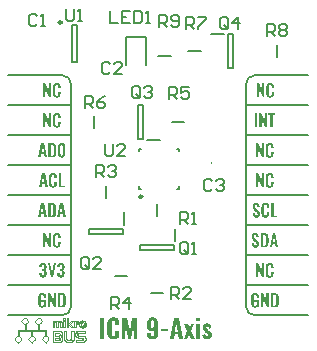
<source format=gto>
G04*
G04 #@! TF.GenerationSoftware,Altium Limited,Altium Designer,22.3.1 (43)*
G04*
G04 Layer_Color=65535*
%FSLAX25Y25*%
%MOIN*%
G70*
G04*
G04 #@! TF.SameCoordinates,7A749ED4-F297-4BF6-9624-BD1DB0530FDD*
G04*
G04*
G04 #@! TF.FilePolarity,Positive*
G04*
G01*
G75*
%ADD10C,0.00984*%
%ADD11C,0.00600*%
%ADD12C,0.00787*%
%ADD13C,0.00050*%
G36*
X16202Y37424D02*
X16258D01*
X16322Y37414D01*
X16479Y37387D01*
X16637Y37350D01*
X16803Y37285D01*
X16951Y37192D01*
X17025Y37137D01*
X17081Y37072D01*
X17090Y37053D01*
X17127Y37007D01*
X17173Y36924D01*
X17229Y36813D01*
X17284Y36674D01*
X17331Y36498D01*
X17368Y36295D01*
X17377Y36064D01*
Y35657D01*
X16544D01*
Y36073D01*
Y36082D01*
Y36110D01*
Y36156D01*
Y36212D01*
X16535Y36341D01*
X16526Y36406D01*
X16517Y36461D01*
Y36471D01*
X16507Y36489D01*
X16489Y36545D01*
X16452Y36628D01*
X16396Y36702D01*
X16378Y36720D01*
X16359Y36730D01*
X16322Y36748D01*
X16285Y36767D01*
X16230Y36776D01*
X16165Y36794D01*
X16054D01*
X16017Y36785D01*
X15971D01*
X15869Y36748D01*
X15823Y36730D01*
X15777Y36693D01*
X15758Y36674D01*
X15721Y36628D01*
X15675Y36545D01*
X15638Y36434D01*
Y36424D01*
Y36406D01*
X15629Y36369D01*
Y36323D01*
X15619Y36267D01*
Y36193D01*
X15610Y36110D01*
Y36018D01*
Y33955D01*
Y33936D01*
Y33890D01*
X15619Y33816D01*
Y33733D01*
X15656Y33538D01*
X15675Y33446D01*
X15712Y33372D01*
X15721Y33363D01*
X15730Y33344D01*
X15758Y33316D01*
X15795Y33289D01*
X15850Y33252D01*
X15915Y33224D01*
X15999Y33206D01*
X16091Y33196D01*
X16128D01*
X16165Y33206D01*
X16202D01*
X16304Y33233D01*
X16350Y33261D01*
X16387Y33289D01*
X16396D01*
X16406Y33307D01*
X16443Y33353D01*
X16489Y33437D01*
X16517Y33538D01*
Y33548D01*
X16526Y33566D01*
Y33603D01*
X16535Y33650D01*
Y33705D01*
X16544Y33779D01*
Y33862D01*
Y33955D01*
Y34380D01*
X17377D01*
Y34001D01*
Y33992D01*
Y33973D01*
Y33936D01*
Y33890D01*
X17368Y33825D01*
X17358Y33760D01*
X17340Y33612D01*
X17303Y33437D01*
X17256Y33261D01*
X17183Y33085D01*
X17090Y32937D01*
X17081Y32919D01*
X17034Y32882D01*
X16961Y32817D01*
X16859Y32752D01*
X16720Y32688D01*
X16544Y32623D01*
X16452Y32604D01*
X16341Y32586D01*
X16220Y32567D01*
X16017D01*
X15971Y32577D01*
X15906D01*
X15841Y32586D01*
X15684Y32623D01*
X15508Y32669D01*
X15333Y32743D01*
X15175Y32845D01*
X15101Y32900D01*
X15036Y32974D01*
Y32983D01*
X15027Y32993D01*
X15009Y33020D01*
X14990Y33048D01*
X14944Y33141D01*
X14888Y33270D01*
X14824Y33437D01*
X14777Y33640D01*
X14740Y33871D01*
X14731Y34140D01*
Y35833D01*
Y35842D01*
Y35870D01*
Y35906D01*
X14740Y35962D01*
Y36027D01*
X14750Y36101D01*
X14768Y36277D01*
X14805Y36471D01*
X14861Y36665D01*
X14935Y36859D01*
X15036Y37026D01*
Y37035D01*
X15055Y37044D01*
X15092Y37091D01*
X15175Y37155D01*
X15286Y37229D01*
X15425Y37303D01*
X15518Y37340D01*
X15610Y37368D01*
X15712Y37396D01*
X15832Y37414D01*
X15952Y37433D01*
X16156D01*
X16202Y37424D01*
D02*
G37*
G36*
X14084Y32623D02*
X13510D01*
X12345Y35462D01*
Y32623D01*
X11605D01*
Y37377D01*
X12215D01*
X13372Y34658D01*
Y37377D01*
X14084D01*
Y32623D01*
D02*
G37*
G36*
X14629Y67373D02*
X14759Y67363D01*
X14907Y67345D01*
X15055Y67317D01*
X15203Y67280D01*
X15333Y67225D01*
X15351Y67215D01*
X15388Y67197D01*
X15443Y67160D01*
X15518Y67104D01*
X15592Y67040D01*
X15675Y66956D01*
X15749Y66855D01*
X15804Y66744D01*
X15813Y66725D01*
X15823Y66688D01*
X15850Y66614D01*
X15878Y66522D01*
X15897Y66401D01*
X15924Y66253D01*
X15934Y66087D01*
X15943Y65902D01*
Y64172D01*
Y64163D01*
Y64144D01*
Y64117D01*
Y64080D01*
X15934Y63978D01*
X15924Y63858D01*
X15906Y63719D01*
X15888Y63571D01*
X15850Y63423D01*
X15804Y63293D01*
X15795Y63275D01*
X15777Y63238D01*
X15740Y63182D01*
X15693Y63108D01*
X15629Y63025D01*
X15554Y62942D01*
X15453Y62868D01*
X15342Y62794D01*
X15323Y62785D01*
X15286Y62766D01*
X15212Y62738D01*
X15111Y62711D01*
X14981Y62683D01*
X14833Y62655D01*
X14657Y62637D01*
X14463Y62627D01*
X13307D01*
Y67382D01*
X14528D01*
X14629Y67373D01*
D02*
G37*
G36*
X12835Y62627D02*
X12030D01*
X11845Y63719D01*
X11013D01*
X10819Y62627D01*
X10005D01*
X10957Y67382D01*
X11882D01*
X12835Y62627D01*
D02*
G37*
G36*
X17839Y67428D02*
X17950Y67419D01*
X18089Y67391D01*
X18237Y67345D01*
X18385Y67280D01*
X18533Y67188D01*
X18663Y67058D01*
X18672Y67040D01*
X18709Y66993D01*
X18764Y66910D01*
X18820Y66790D01*
X18875Y66651D01*
X18931Y66475D01*
X18968Y66272D01*
X18977Y66041D01*
Y63932D01*
Y63922D01*
Y63904D01*
Y63867D01*
X18968Y63830D01*
Y63774D01*
X18959Y63710D01*
X18940Y63571D01*
X18894Y63414D01*
X18838Y63247D01*
X18764Y63081D01*
X18653Y62933D01*
X18635Y62914D01*
X18598Y62877D01*
X18524Y62812D01*
X18422Y62748D01*
X18293Y62683D01*
X18135Y62618D01*
X17950Y62581D01*
X17738Y62563D01*
X17682D01*
X17636Y62572D01*
X17525Y62581D01*
X17395Y62609D01*
X17247Y62655D01*
X17090Y62720D01*
X16942Y62812D01*
X16813Y62933D01*
X16803Y62951D01*
X16766Y62997D01*
X16711Y63081D01*
X16655Y63201D01*
X16600Y63340D01*
X16544Y63506D01*
X16507Y63710D01*
X16498Y63932D01*
Y66041D01*
Y66050D01*
Y66068D01*
Y66105D01*
X16507Y66152D01*
Y66207D01*
X16517Y66272D01*
X16535Y66420D01*
X16572Y66577D01*
X16627Y66753D01*
X16702Y66919D01*
X16803Y67067D01*
X16822Y67086D01*
X16859Y67123D01*
X16933Y67188D01*
X17034Y67252D01*
X17164Y67317D01*
X17331Y67382D01*
X17515Y67419D01*
X17738Y67437D01*
X17793D01*
X17839Y67428D01*
D02*
G37*
G36*
X87381Y87423D02*
X87436D01*
X87501Y87414D01*
X87658Y87387D01*
X87815Y87349D01*
X87982Y87285D01*
X88130Y87192D01*
X88204Y87137D01*
X88260Y87072D01*
X88269Y87054D01*
X88306Y87007D01*
X88352Y86924D01*
X88407Y86813D01*
X88463Y86674D01*
X88509Y86498D01*
X88546Y86295D01*
X88555Y86064D01*
Y85657D01*
X87723D01*
Y86073D01*
Y86082D01*
Y86110D01*
Y86156D01*
Y86212D01*
X87714Y86341D01*
X87704Y86406D01*
X87695Y86462D01*
Y86471D01*
X87686Y86489D01*
X87667Y86545D01*
X87630Y86628D01*
X87575Y86702D01*
X87556Y86721D01*
X87538Y86730D01*
X87501Y86748D01*
X87464Y86767D01*
X87409Y86776D01*
X87344Y86795D01*
X87233D01*
X87196Y86785D01*
X87150D01*
X87048Y86748D01*
X87001Y86730D01*
X86955Y86693D01*
X86937Y86674D01*
X86900Y86628D01*
X86853Y86545D01*
X86816Y86434D01*
Y86424D01*
Y86406D01*
X86807Y86369D01*
Y86323D01*
X86798Y86267D01*
Y86193D01*
X86789Y86110D01*
Y86018D01*
Y83955D01*
Y83936D01*
Y83890D01*
X86798Y83816D01*
Y83733D01*
X86835Y83539D01*
X86853Y83446D01*
X86890Y83372D01*
X86900Y83363D01*
X86909Y83344D01*
X86937Y83316D01*
X86974Y83289D01*
X87029Y83252D01*
X87094Y83224D01*
X87177Y83205D01*
X87270Y83196D01*
X87307D01*
X87344Y83205D01*
X87381D01*
X87482Y83233D01*
X87529Y83261D01*
X87566Y83289D01*
X87575D01*
X87584Y83307D01*
X87621Y83354D01*
X87667Y83437D01*
X87695Y83539D01*
Y83548D01*
X87704Y83566D01*
Y83603D01*
X87714Y83649D01*
Y83705D01*
X87723Y83779D01*
Y83862D01*
Y83955D01*
Y84380D01*
X88555D01*
Y84001D01*
Y83992D01*
Y83973D01*
Y83936D01*
Y83890D01*
X88546Y83825D01*
X88537Y83760D01*
X88518Y83613D01*
X88481Y83437D01*
X88435Y83261D01*
X88361Y83085D01*
X88269Y82937D01*
X88260Y82919D01*
X88213Y82882D01*
X88139Y82817D01*
X88038Y82752D01*
X87899Y82687D01*
X87723Y82623D01*
X87630Y82604D01*
X87519Y82586D01*
X87399Y82567D01*
X87196D01*
X87150Y82577D01*
X87085D01*
X87020Y82586D01*
X86863Y82623D01*
X86687Y82669D01*
X86511Y82743D01*
X86354Y82845D01*
X86280Y82900D01*
X86215Y82974D01*
Y82983D01*
X86206Y82993D01*
X86187Y83021D01*
X86169Y83048D01*
X86123Y83141D01*
X86067Y83270D01*
X86002Y83437D01*
X85956Y83640D01*
X85919Y83872D01*
X85910Y84140D01*
Y85833D01*
Y85842D01*
Y85869D01*
Y85906D01*
X85919Y85962D01*
Y86027D01*
X85928Y86101D01*
X85947Y86277D01*
X85984Y86471D01*
X86039Y86665D01*
X86114Y86859D01*
X86215Y87026D01*
Y87035D01*
X86234Y87044D01*
X86271Y87090D01*
X86354Y87155D01*
X86465Y87229D01*
X86604Y87303D01*
X86696Y87340D01*
X86789Y87368D01*
X86890Y87396D01*
X87011Y87414D01*
X87131Y87433D01*
X87335D01*
X87381Y87423D01*
D02*
G37*
G36*
X85263Y82623D02*
X84689D01*
X83523Y85462D01*
Y82623D01*
X82784D01*
Y87377D01*
X83394D01*
X84550Y84658D01*
Y87377D01*
X85263D01*
Y82623D01*
D02*
G37*
G36*
X87181Y67423D02*
X87236D01*
X87301Y67414D01*
X87458Y67386D01*
X87615Y67349D01*
X87782Y67285D01*
X87930Y67192D01*
X88004Y67137D01*
X88060Y67072D01*
X88069Y67053D01*
X88106Y67007D01*
X88152Y66924D01*
X88207Y66813D01*
X88263Y66674D01*
X88309Y66498D01*
X88346Y66295D01*
X88355Y66064D01*
Y65657D01*
X87523D01*
Y66073D01*
Y66082D01*
Y66110D01*
Y66156D01*
Y66212D01*
X87514Y66341D01*
X87504Y66406D01*
X87495Y66461D01*
Y66471D01*
X87486Y66489D01*
X87467Y66545D01*
X87430Y66628D01*
X87375Y66702D01*
X87356Y66720D01*
X87338Y66730D01*
X87301Y66748D01*
X87264Y66767D01*
X87208Y66776D01*
X87144Y66794D01*
X87033D01*
X86996Y66785D01*
X86949D01*
X86848Y66748D01*
X86801Y66730D01*
X86755Y66693D01*
X86737Y66674D01*
X86700Y66628D01*
X86653Y66545D01*
X86616Y66434D01*
Y66424D01*
Y66406D01*
X86607Y66369D01*
Y66323D01*
X86598Y66267D01*
Y66193D01*
X86589Y66110D01*
Y66017D01*
Y63955D01*
Y63936D01*
Y63890D01*
X86598Y63816D01*
Y63733D01*
X86635Y63538D01*
X86653Y63446D01*
X86690Y63372D01*
X86700Y63363D01*
X86709Y63344D01*
X86737Y63316D01*
X86774Y63289D01*
X86829Y63252D01*
X86894Y63224D01*
X86977Y63205D01*
X87070Y63196D01*
X87107D01*
X87144Y63205D01*
X87181D01*
X87282Y63233D01*
X87329Y63261D01*
X87366Y63289D01*
X87375D01*
X87384Y63307D01*
X87421Y63353D01*
X87467Y63437D01*
X87495Y63538D01*
Y63548D01*
X87504Y63566D01*
Y63603D01*
X87514Y63649D01*
Y63705D01*
X87523Y63779D01*
Y63862D01*
Y63955D01*
Y64380D01*
X88355D01*
Y64001D01*
Y63992D01*
Y63973D01*
Y63936D01*
Y63890D01*
X88346Y63825D01*
X88337Y63760D01*
X88318Y63612D01*
X88281Y63437D01*
X88235Y63261D01*
X88161Y63085D01*
X88069Y62937D01*
X88060Y62919D01*
X88013Y62882D01*
X87939Y62817D01*
X87837Y62752D01*
X87699Y62687D01*
X87523Y62623D01*
X87430Y62604D01*
X87319Y62586D01*
X87199Y62567D01*
X86996D01*
X86949Y62576D01*
X86885D01*
X86820Y62586D01*
X86663Y62623D01*
X86487Y62669D01*
X86311Y62743D01*
X86154Y62845D01*
X86080Y62900D01*
X86015Y62974D01*
Y62983D01*
X86006Y62993D01*
X85988Y63020D01*
X85969Y63048D01*
X85923Y63141D01*
X85867Y63270D01*
X85802Y63437D01*
X85756Y63640D01*
X85719Y63871D01*
X85710Y64140D01*
Y65832D01*
Y65842D01*
Y65869D01*
Y65906D01*
X85719Y65962D01*
Y66027D01*
X85728Y66101D01*
X85747Y66276D01*
X85784Y66471D01*
X85839Y66665D01*
X85913Y66859D01*
X86015Y67026D01*
Y67035D01*
X86034Y67044D01*
X86071Y67090D01*
X86154Y67155D01*
X86265Y67229D01*
X86404Y67303D01*
X86496Y67340D01*
X86589Y67368D01*
X86690Y67396D01*
X86811Y67414D01*
X86931Y67433D01*
X87134D01*
X87181Y67423D01*
D02*
G37*
G36*
X85062Y62623D02*
X84489D01*
X83324Y65462D01*
Y62623D01*
X82583D01*
Y67377D01*
X83194D01*
X84350Y64658D01*
Y67377D01*
X85062D01*
Y62623D01*
D02*
G37*
G36*
X16202Y77424D02*
X16258D01*
X16322Y77414D01*
X16479Y77386D01*
X16637Y77350D01*
X16803Y77285D01*
X16951Y77192D01*
X17025Y77137D01*
X17081Y77072D01*
X17090Y77053D01*
X17127Y77007D01*
X17173Y76924D01*
X17229Y76813D01*
X17284Y76674D01*
X17331Y76499D01*
X17368Y76295D01*
X17377Y76064D01*
Y75657D01*
X16544D01*
Y76073D01*
Y76082D01*
Y76110D01*
Y76156D01*
Y76212D01*
X16535Y76341D01*
X16526Y76406D01*
X16517Y76461D01*
Y76471D01*
X16507Y76489D01*
X16489Y76545D01*
X16452Y76628D01*
X16396Y76702D01*
X16378Y76720D01*
X16359Y76730D01*
X16322Y76748D01*
X16285Y76767D01*
X16230Y76776D01*
X16165Y76794D01*
X16054D01*
X16017Y76785D01*
X15971D01*
X15869Y76748D01*
X15823Y76730D01*
X15777Y76693D01*
X15758Y76674D01*
X15721Y76628D01*
X15675Y76545D01*
X15638Y76434D01*
Y76424D01*
Y76406D01*
X15629Y76369D01*
Y76323D01*
X15619Y76267D01*
Y76193D01*
X15610Y76110D01*
Y76017D01*
Y73955D01*
Y73936D01*
Y73890D01*
X15619Y73816D01*
Y73733D01*
X15656Y73539D01*
X15675Y73446D01*
X15712Y73372D01*
X15721Y73363D01*
X15730Y73344D01*
X15758Y73317D01*
X15795Y73289D01*
X15850Y73252D01*
X15915Y73224D01*
X15999Y73206D01*
X16091Y73196D01*
X16128D01*
X16165Y73206D01*
X16202D01*
X16304Y73233D01*
X16350Y73261D01*
X16387Y73289D01*
X16396D01*
X16406Y73307D01*
X16443Y73353D01*
X16489Y73437D01*
X16517Y73539D01*
Y73548D01*
X16526Y73566D01*
Y73603D01*
X16535Y73650D01*
Y73705D01*
X16544Y73779D01*
Y73862D01*
Y73955D01*
Y74380D01*
X17377D01*
Y74001D01*
Y73992D01*
Y73973D01*
Y73936D01*
Y73890D01*
X17368Y73825D01*
X17358Y73760D01*
X17340Y73612D01*
X17303Y73437D01*
X17256Y73261D01*
X17183Y73085D01*
X17090Y72937D01*
X17081Y72919D01*
X17034Y72882D01*
X16961Y72817D01*
X16859Y72752D01*
X16720Y72688D01*
X16544Y72623D01*
X16452Y72604D01*
X16341Y72586D01*
X16220Y72567D01*
X16017D01*
X15971Y72576D01*
X15906D01*
X15841Y72586D01*
X15684Y72623D01*
X15508Y72669D01*
X15333Y72743D01*
X15175Y72845D01*
X15101Y72900D01*
X15036Y72974D01*
Y72983D01*
X15027Y72993D01*
X15009Y73020D01*
X14990Y73048D01*
X14944Y73141D01*
X14888Y73270D01*
X14824Y73437D01*
X14777Y73640D01*
X14740Y73871D01*
X14731Y74140D01*
Y75832D01*
Y75842D01*
Y75870D01*
Y75906D01*
X14740Y75962D01*
Y76027D01*
X14750Y76101D01*
X14768Y76276D01*
X14805Y76471D01*
X14861Y76665D01*
X14935Y76859D01*
X15036Y77026D01*
Y77035D01*
X15055Y77044D01*
X15092Y77091D01*
X15175Y77155D01*
X15286Y77229D01*
X15425Y77303D01*
X15518Y77340D01*
X15610Y77368D01*
X15712Y77396D01*
X15832Y77414D01*
X15952Y77433D01*
X16156D01*
X16202Y77424D01*
D02*
G37*
G36*
X14084Y72623D02*
X13510D01*
X12345Y75463D01*
Y72623D01*
X11605D01*
Y77377D01*
X12215D01*
X13372Y74658D01*
Y77377D01*
X14084D01*
Y72623D01*
D02*
G37*
G36*
X87181Y27423D02*
X87236D01*
X87301Y27414D01*
X87458Y27386D01*
X87615Y27349D01*
X87782Y27285D01*
X87930Y27192D01*
X88004Y27137D01*
X88060Y27072D01*
X88069Y27053D01*
X88106Y27007D01*
X88152Y26924D01*
X88207Y26813D01*
X88263Y26674D01*
X88309Y26498D01*
X88346Y26295D01*
X88355Y26064D01*
Y25657D01*
X87523D01*
Y26073D01*
Y26082D01*
Y26110D01*
Y26156D01*
Y26212D01*
X87514Y26341D01*
X87504Y26406D01*
X87495Y26461D01*
Y26471D01*
X87486Y26489D01*
X87467Y26545D01*
X87430Y26628D01*
X87375Y26702D01*
X87356Y26720D01*
X87338Y26730D01*
X87301Y26748D01*
X87264Y26767D01*
X87208Y26776D01*
X87144Y26794D01*
X87033D01*
X86996Y26785D01*
X86949D01*
X86848Y26748D01*
X86801Y26730D01*
X86755Y26693D01*
X86737Y26674D01*
X86700Y26628D01*
X86653Y26545D01*
X86616Y26434D01*
Y26424D01*
Y26406D01*
X86607Y26369D01*
Y26323D01*
X86598Y26267D01*
Y26193D01*
X86589Y26110D01*
Y26017D01*
Y23955D01*
Y23936D01*
Y23890D01*
X86598Y23816D01*
Y23733D01*
X86635Y23538D01*
X86653Y23446D01*
X86690Y23372D01*
X86700Y23363D01*
X86709Y23344D01*
X86737Y23316D01*
X86774Y23289D01*
X86829Y23252D01*
X86894Y23224D01*
X86977Y23205D01*
X87070Y23196D01*
X87107D01*
X87144Y23205D01*
X87181D01*
X87282Y23233D01*
X87329Y23261D01*
X87366Y23289D01*
X87375D01*
X87384Y23307D01*
X87421Y23353D01*
X87467Y23437D01*
X87495Y23538D01*
Y23548D01*
X87504Y23566D01*
Y23603D01*
X87514Y23649D01*
Y23705D01*
X87523Y23779D01*
Y23862D01*
Y23955D01*
Y24380D01*
X88355D01*
Y24001D01*
Y23992D01*
Y23973D01*
Y23936D01*
Y23890D01*
X88346Y23825D01*
X88337Y23760D01*
X88318Y23612D01*
X88281Y23437D01*
X88235Y23261D01*
X88161Y23085D01*
X88069Y22937D01*
X88060Y22919D01*
X88013Y22882D01*
X87939Y22817D01*
X87837Y22752D01*
X87699Y22687D01*
X87523Y22623D01*
X87430Y22604D01*
X87319Y22586D01*
X87199Y22567D01*
X86996D01*
X86949Y22576D01*
X86885D01*
X86820Y22586D01*
X86663Y22623D01*
X86487Y22669D01*
X86311Y22743D01*
X86154Y22845D01*
X86080Y22900D01*
X86015Y22974D01*
Y22983D01*
X86006Y22993D01*
X85988Y23020D01*
X85969Y23048D01*
X85923Y23141D01*
X85867Y23270D01*
X85802Y23437D01*
X85756Y23640D01*
X85719Y23871D01*
X85710Y24140D01*
Y25832D01*
Y25842D01*
Y25869D01*
Y25906D01*
X85719Y25962D01*
Y26027D01*
X85728Y26101D01*
X85747Y26276D01*
X85784Y26471D01*
X85839Y26665D01*
X85913Y26859D01*
X86015Y27026D01*
Y27035D01*
X86034Y27044D01*
X86071Y27090D01*
X86154Y27155D01*
X86265Y27229D01*
X86404Y27303D01*
X86496Y27340D01*
X86589Y27368D01*
X86690Y27396D01*
X86811Y27414D01*
X86931Y27433D01*
X87134D01*
X87181Y27423D01*
D02*
G37*
G36*
X85062Y22623D02*
X84489D01*
X83324Y25462D01*
Y22623D01*
X82583D01*
Y27377D01*
X83194D01*
X84350Y24658D01*
Y27377D01*
X85062D01*
Y22623D01*
D02*
G37*
G36*
X14939Y57424D02*
X14995D01*
X15060Y57414D01*
X15217Y57386D01*
X15374Y57349D01*
X15541Y57285D01*
X15689Y57192D01*
X15763Y57137D01*
X15818Y57072D01*
X15827Y57054D01*
X15864Y57007D01*
X15911Y56924D01*
X15966Y56813D01*
X16022Y56674D01*
X16068Y56498D01*
X16105Y56295D01*
X16114Y56064D01*
Y55657D01*
X15282D01*
Y56073D01*
Y56082D01*
Y56110D01*
Y56156D01*
Y56212D01*
X15272Y56341D01*
X15263Y56406D01*
X15254Y56462D01*
Y56471D01*
X15245Y56489D01*
X15226Y56545D01*
X15189Y56628D01*
X15134Y56702D01*
X15115Y56721D01*
X15097Y56730D01*
X15060Y56748D01*
X15023Y56767D01*
X14967Y56776D01*
X14902Y56795D01*
X14791D01*
X14754Y56785D01*
X14708D01*
X14606Y56748D01*
X14560Y56730D01*
X14514Y56693D01*
X14495Y56674D01*
X14458Y56628D01*
X14412Y56545D01*
X14375Y56434D01*
Y56424D01*
Y56406D01*
X14366Y56369D01*
Y56323D01*
X14357Y56267D01*
Y56193D01*
X14347Y56110D01*
Y56018D01*
Y53955D01*
Y53936D01*
Y53890D01*
X14357Y53816D01*
Y53733D01*
X14394Y53539D01*
X14412Y53446D01*
X14449Y53372D01*
X14458Y53363D01*
X14468Y53344D01*
X14495Y53316D01*
X14532Y53289D01*
X14588Y53252D01*
X14653Y53224D01*
X14736Y53206D01*
X14828Y53196D01*
X14865D01*
X14902Y53206D01*
X14939D01*
X15041Y53233D01*
X15087Y53261D01*
X15124Y53289D01*
X15134D01*
X15143Y53307D01*
X15180Y53354D01*
X15226Y53437D01*
X15254Y53539D01*
Y53548D01*
X15263Y53566D01*
Y53603D01*
X15272Y53649D01*
Y53705D01*
X15282Y53779D01*
Y53862D01*
Y53955D01*
Y54380D01*
X16114D01*
Y54001D01*
Y53992D01*
Y53973D01*
Y53936D01*
Y53890D01*
X16105Y53825D01*
X16096Y53760D01*
X16077Y53613D01*
X16040Y53437D01*
X15994Y53261D01*
X15920Y53085D01*
X15827Y52937D01*
X15818Y52919D01*
X15772Y52882D01*
X15698Y52817D01*
X15596Y52752D01*
X15457Y52688D01*
X15282Y52623D01*
X15189Y52604D01*
X15078Y52586D01*
X14958Y52567D01*
X14754D01*
X14708Y52577D01*
X14643D01*
X14579Y52586D01*
X14421Y52623D01*
X14246Y52669D01*
X14070Y52743D01*
X13913Y52845D01*
X13839Y52900D01*
X13774Y52974D01*
Y52983D01*
X13765Y52993D01*
X13746Y53021D01*
X13728Y53048D01*
X13681Y53141D01*
X13626Y53270D01*
X13561Y53437D01*
X13515Y53640D01*
X13478Y53872D01*
X13469Y54140D01*
Y55832D01*
Y55842D01*
Y55870D01*
Y55906D01*
X13478Y55962D01*
Y56027D01*
X13487Y56101D01*
X13506Y56277D01*
X13543Y56471D01*
X13598Y56665D01*
X13672Y56859D01*
X13774Y57026D01*
Y57035D01*
X13792Y57044D01*
X13829Y57091D01*
X13913Y57155D01*
X14024Y57229D01*
X14162Y57303D01*
X14255Y57340D01*
X14347Y57368D01*
X14449Y57396D01*
X14569Y57414D01*
X14690Y57433D01*
X14893D01*
X14939Y57424D01*
D02*
G37*
G36*
X17585Y53215D02*
X18741D01*
Y52623D01*
X16715D01*
Y57377D01*
X17585D01*
Y53215D01*
D02*
G37*
G36*
X13071Y52623D02*
X12266D01*
X12081Y53714D01*
X11249D01*
X11054Y52623D01*
X10240D01*
X11193Y57377D01*
X12118D01*
X13071Y52623D01*
D02*
G37*
G36*
X82713Y47423D02*
X82815Y47414D01*
X82953Y47386D01*
X83092Y47349D01*
X83240Y47285D01*
X83370Y47201D01*
X83481Y47081D01*
X83490Y47063D01*
X83527Y47016D01*
X83564Y46942D01*
X83619Y46831D01*
X83675Y46693D01*
X83730Y46535D01*
X83767Y46350D01*
X83795Y46138D01*
X83046Y46008D01*
Y46027D01*
Y46073D01*
X83037Y46138D01*
X83027Y46221D01*
X83000Y46406D01*
X82972Y46498D01*
X82944Y46582D01*
Y46591D01*
X82926Y46609D01*
X82907Y46646D01*
X82870Y46683D01*
X82824Y46720D01*
X82768Y46757D01*
X82694Y46776D01*
X82611Y46785D01*
X82583D01*
X82547Y46776D01*
X82500Y46767D01*
X82398Y46739D01*
X82343Y46702D01*
X82297Y46665D01*
Y46656D01*
X82278Y46646D01*
X82260Y46619D01*
X82241Y46582D01*
X82223Y46535D01*
X82204Y46480D01*
X82195Y46415D01*
X82186Y46341D01*
Y46332D01*
Y46304D01*
X82195Y46258D01*
Y46202D01*
X82223Y46082D01*
X82278Y45953D01*
X82288Y45943D01*
X82297Y45925D01*
X82315Y45897D01*
X82352Y45860D01*
X82389Y45805D01*
X82445Y45758D01*
X82500Y45694D01*
X82574Y45629D01*
X83166Y45102D01*
X83185Y45092D01*
X83222Y45046D01*
X83277Y44991D01*
X83360Y44917D01*
X83444Y44824D01*
X83527Y44713D01*
X83610Y44602D01*
X83684Y44482D01*
X83693Y44463D01*
X83712Y44426D01*
X83749Y44352D01*
X83786Y44269D01*
X83814Y44158D01*
X83851Y44029D01*
X83869Y43881D01*
X83878Y43723D01*
Y43705D01*
Y43668D01*
X83869Y43603D01*
X83860Y43520D01*
X83841Y43427D01*
X83814Y43326D01*
X83777Y43215D01*
X83721Y43113D01*
X83712Y43104D01*
X83693Y43067D01*
X83656Y43020D01*
X83610Y42965D01*
X83555Y42900D01*
X83481Y42835D01*
X83398Y42771D01*
X83305Y42706D01*
X83296Y42697D01*
X83259Y42687D01*
X83203Y42660D01*
X83129Y42641D01*
X83037Y42613D01*
X82935Y42586D01*
X82815Y42576D01*
X82685Y42567D01*
X82621D01*
X82583Y42576D01*
X82528D01*
X82463Y42586D01*
X82324Y42613D01*
X82167Y42650D01*
X82001Y42715D01*
X81853Y42798D01*
X81714Y42919D01*
X81705Y42937D01*
X81668Y42983D01*
X81612Y43067D01*
X81557Y43187D01*
X81492Y43344D01*
X81437Y43529D01*
X81390Y43751D01*
X81372Y44001D01*
X82112Y44149D01*
Y44140D01*
Y44130D01*
X82121Y44075D01*
Y43992D01*
X82139Y43890D01*
X82158Y43779D01*
X82176Y43668D01*
X82213Y43557D01*
X82250Y43455D01*
X82260Y43446D01*
X82278Y43418D01*
X82306Y43381D01*
X82352Y43344D01*
X82408Y43298D01*
X82482Y43261D01*
X82565Y43233D01*
X82657Y43224D01*
X82685D01*
X82722Y43233D01*
X82768Y43242D01*
X82861Y43279D01*
X82907Y43307D01*
X82944Y43344D01*
X82953Y43353D01*
X82963Y43363D01*
X82981Y43390D01*
X83000Y43427D01*
X83018Y43474D01*
X83027Y43529D01*
X83046Y43594D01*
Y43668D01*
Y43677D01*
Y43714D01*
X83037Y43770D01*
X83027Y43834D01*
X82990Y43992D01*
X82963Y44075D01*
X82916Y44149D01*
X82907Y44158D01*
X82898Y44186D01*
X82861Y44223D01*
X82824Y44278D01*
X82768Y44343D01*
X82704Y44417D01*
X82621Y44500D01*
X82528Y44584D01*
X81927Y45102D01*
X81917Y45111D01*
X81880Y45148D01*
X81834Y45194D01*
X81769Y45259D01*
X81705Y45333D01*
X81631Y45425D01*
X81566Y45518D01*
X81511Y45610D01*
X81501Y45620D01*
X81492Y45657D01*
X81464Y45712D01*
X81446Y45786D01*
X81418Y45879D01*
X81390Y45990D01*
X81381Y46119D01*
X81372Y46258D01*
Y46267D01*
Y46286D01*
Y46313D01*
X81381Y46350D01*
X81390Y46452D01*
X81409Y46582D01*
X81455Y46720D01*
X81511Y46859D01*
X81585Y47007D01*
X81695Y47127D01*
X81714Y47137D01*
X81760Y47174D01*
X81834Y47220D01*
X81936Y47285D01*
X82065Y47340D01*
X82223Y47386D01*
X82408Y47423D01*
X82611Y47433D01*
X82667D01*
X82713Y47423D01*
D02*
G37*
G36*
X85784D02*
X85839D01*
X85904Y47414D01*
X86062Y47386D01*
X86219Y47349D01*
X86385Y47285D01*
X86533Y47192D01*
X86607Y47137D01*
X86663Y47072D01*
X86672Y47053D01*
X86709Y47007D01*
X86755Y46924D01*
X86811Y46813D01*
X86866Y46674D01*
X86913Y46498D01*
X86949Y46295D01*
X86959Y46064D01*
Y45657D01*
X86126D01*
Y46073D01*
Y46082D01*
Y46110D01*
Y46156D01*
Y46212D01*
X86117Y46341D01*
X86108Y46406D01*
X86098Y46461D01*
Y46471D01*
X86089Y46489D01*
X86071Y46545D01*
X86034Y46628D01*
X85978Y46702D01*
X85960Y46720D01*
X85941Y46730D01*
X85904Y46748D01*
X85867Y46767D01*
X85812Y46776D01*
X85747Y46794D01*
X85636D01*
X85599Y46785D01*
X85553D01*
X85451Y46748D01*
X85405Y46730D01*
X85359Y46693D01*
X85340Y46674D01*
X85303Y46628D01*
X85257Y46545D01*
X85220Y46434D01*
Y46424D01*
Y46406D01*
X85211Y46369D01*
Y46323D01*
X85201Y46267D01*
Y46193D01*
X85192Y46110D01*
Y46017D01*
Y43955D01*
Y43936D01*
Y43890D01*
X85201Y43816D01*
Y43733D01*
X85238Y43538D01*
X85257Y43446D01*
X85294Y43372D01*
X85303Y43363D01*
X85312Y43344D01*
X85340Y43316D01*
X85377Y43289D01*
X85432Y43252D01*
X85497Y43224D01*
X85580Y43205D01*
X85673Y43196D01*
X85710D01*
X85747Y43205D01*
X85784D01*
X85886Y43233D01*
X85932Y43261D01*
X85969Y43289D01*
X85978D01*
X85988Y43307D01*
X86024Y43353D01*
X86071Y43437D01*
X86098Y43538D01*
Y43548D01*
X86108Y43566D01*
Y43603D01*
X86117Y43649D01*
Y43705D01*
X86126Y43779D01*
Y43862D01*
Y43955D01*
Y44380D01*
X86959D01*
Y44001D01*
Y43992D01*
Y43973D01*
Y43936D01*
Y43890D01*
X86949Y43825D01*
X86940Y43760D01*
X86922Y43612D01*
X86885Y43437D01*
X86839Y43261D01*
X86764Y43085D01*
X86672Y42937D01*
X86663Y42919D01*
X86616Y42882D01*
X86542Y42817D01*
X86441Y42752D01*
X86302Y42687D01*
X86126Y42623D01*
X86034Y42604D01*
X85923Y42586D01*
X85802Y42567D01*
X85599D01*
X85553Y42576D01*
X85488D01*
X85423Y42586D01*
X85266Y42623D01*
X85090Y42669D01*
X84914Y42743D01*
X84757Y42845D01*
X84683Y42900D01*
X84618Y42974D01*
Y42983D01*
X84609Y42993D01*
X84591Y43020D01*
X84572Y43048D01*
X84526Y43141D01*
X84470Y43270D01*
X84406Y43437D01*
X84360Y43640D01*
X84323Y43871D01*
X84313Y44140D01*
Y45832D01*
Y45842D01*
Y45869D01*
Y45906D01*
X84323Y45962D01*
Y46027D01*
X84332Y46101D01*
X84350Y46276D01*
X84387Y46471D01*
X84443Y46665D01*
X84517Y46859D01*
X84618Y47026D01*
Y47035D01*
X84637Y47044D01*
X84674Y47090D01*
X84757Y47155D01*
X84868Y47229D01*
X85007Y47303D01*
X85100Y47340D01*
X85192Y47368D01*
X85294Y47396D01*
X85414Y47414D01*
X85534Y47433D01*
X85738D01*
X85784Y47423D01*
D02*
G37*
G36*
X88429Y43215D02*
X89586D01*
Y42623D01*
X87560D01*
Y47377D01*
X88429D01*
Y43215D01*
D02*
G37*
G36*
X63945Y8047D02*
X62599D01*
Y9047D01*
X63945D01*
Y8047D01*
D02*
G37*
G36*
X35186Y9324D02*
X35269D01*
X35380Y9310D01*
X35616Y9268D01*
X35866Y9213D01*
X36116Y9116D01*
X36351Y8977D01*
X36463Y8894D01*
X36546Y8797D01*
X36560Y8769D01*
X36615Y8699D01*
X36685Y8574D01*
X36782Y8408D01*
X36865Y8200D01*
X36935Y7936D01*
X36990Y7631D01*
X37004Y7284D01*
Y6673D01*
X35602D01*
Y7339D01*
Y7353D01*
Y7395D01*
Y7450D01*
Y7520D01*
X35588Y7686D01*
X35560Y7853D01*
Y7867D01*
Y7880D01*
X35533Y7964D01*
X35491Y8075D01*
X35408Y8172D01*
X35380Y8186D01*
X35311Y8241D01*
X35186Y8283D01*
X35019Y8297D01*
X34950D01*
X34880Y8283D01*
X34811Y8269D01*
X34714Y8228D01*
X34630Y8186D01*
X34561Y8117D01*
X34506Y8033D01*
Y8019D01*
X34492Y7992D01*
X34478Y7922D01*
X34450Y7853D01*
X34436Y7742D01*
X34408Y7617D01*
X34394Y7464D01*
Y7298D01*
Y4050D01*
Y4022D01*
Y3966D01*
X34408Y3883D01*
Y3772D01*
X34450Y3522D01*
X34478Y3411D01*
X34519Y3300D01*
X34533Y3286D01*
X34547Y3258D01*
X34589Y3217D01*
X34630Y3175D01*
X34700Y3134D01*
X34783Y3092D01*
X34894Y3064D01*
X35019Y3050D01*
X35074D01*
X35144Y3064D01*
X35213Y3078D01*
X35297Y3106D01*
X35366Y3161D01*
X35435Y3217D01*
X35491Y3300D01*
Y3314D01*
X35505Y3356D01*
X35533Y3411D01*
X35546Y3494D01*
X35574Y3605D01*
X35588Y3730D01*
X35602Y3883D01*
Y4050D01*
Y4744D01*
X37004D01*
Y4161D01*
Y4147D01*
Y4119D01*
Y4064D01*
Y3994D01*
X36990Y3911D01*
X36976Y3814D01*
X36948Y3578D01*
X36893Y3328D01*
X36810Y3064D01*
X36698Y2801D01*
X36546Y2578D01*
X36532Y2551D01*
X36463Y2495D01*
X36351Y2412D01*
X36185Y2315D01*
X35977Y2204D01*
X35852Y2162D01*
X35713Y2120D01*
X35560Y2093D01*
X35380Y2065D01*
X35199Y2037D01*
X34894D01*
X34825Y2051D01*
X34727D01*
X34617Y2065D01*
X34380Y2106D01*
X34117Y2190D01*
X33853Y2287D01*
X33603Y2440D01*
X33492Y2523D01*
X33395Y2634D01*
Y2648D01*
X33381Y2662D01*
X33353Y2703D01*
X33326Y2745D01*
X33284Y2814D01*
X33242Y2884D01*
X33159Y3078D01*
X33076Y3328D01*
X32993Y3633D01*
X32937Y3994D01*
X32923Y4397D01*
Y6951D01*
Y6964D01*
Y7006D01*
Y7062D01*
X32937Y7145D01*
Y7242D01*
X32951Y7353D01*
X32979Y7617D01*
X33034Y7908D01*
X33117Y8200D01*
X33242Y8477D01*
X33395Y8727D01*
Y8741D01*
X33423Y8755D01*
X33492Y8824D01*
X33603Y8922D01*
X33770Y9033D01*
X33881Y9088D01*
X33992Y9144D01*
X34131Y9199D01*
X34269Y9241D01*
X34436Y9282D01*
X34617Y9310D01*
X34797Y9338D01*
X35116D01*
X35186Y9324D01*
D02*
G37*
G36*
X60933Y4688D02*
X62099Y2120D01*
X60752D01*
X60100Y3592D01*
X59545Y2120D01*
X58421D01*
X59517Y4882D01*
X58476Y7214D01*
X59795D01*
X60392Y5910D01*
X60919Y7214D01*
X61974D01*
X60933Y4688D01*
D02*
G37*
G36*
X66443Y7284D02*
X66582Y7256D01*
X66749Y7214D01*
X66915Y7145D01*
X67096Y7062D01*
X67248Y6951D01*
X67262Y6937D01*
X67318Y6881D01*
X67387Y6812D01*
X67471Y6701D01*
X67554Y6562D01*
X67651Y6395D01*
X67720Y6201D01*
X67790Y5979D01*
X66929Y5590D01*
Y5604D01*
X66915Y5646D01*
X66887Y5701D01*
X66860Y5785D01*
X66777Y5951D01*
X66665Y6132D01*
X66651Y6146D01*
X66638Y6173D01*
X66554Y6243D01*
X66430Y6326D01*
X66346Y6340D01*
X66263Y6354D01*
X66235D01*
X66166Y6340D01*
X66083Y6312D01*
X65999Y6257D01*
X65985Y6243D01*
X65957Y6201D01*
X65916Y6118D01*
X65902Y6021D01*
Y6007D01*
Y5993D01*
X65916Y5923D01*
X65957Y5812D01*
X66041Y5688D01*
X66055Y5674D01*
X66069Y5660D01*
X66110Y5618D01*
X66166Y5576D01*
X66221Y5507D01*
X66304Y5438D01*
X66416Y5354D01*
X66527Y5257D01*
X66998Y4827D01*
X67012Y4813D01*
X67068Y4758D01*
X67151Y4688D01*
X67248Y4605D01*
X67345Y4494D01*
X67457Y4383D01*
X67554Y4258D01*
X67651Y4133D01*
X67665Y4119D01*
X67693Y4077D01*
X67720Y4008D01*
X67776Y3925D01*
X67817Y3814D01*
X67845Y3689D01*
X67873Y3550D01*
X67887Y3397D01*
Y3383D01*
Y3328D01*
X67873Y3245D01*
X67859Y3147D01*
X67831Y3022D01*
X67790Y2912D01*
X67734Y2787D01*
X67665Y2662D01*
X67651Y2648D01*
X67623Y2606D01*
X67581Y2551D01*
X67512Y2495D01*
X67429Y2412D01*
X67332Y2328D01*
X67221Y2259D01*
X67096Y2190D01*
X67082D01*
X67026Y2162D01*
X66957Y2148D01*
X66860Y2120D01*
X66735Y2093D01*
X66610Y2065D01*
X66457Y2051D01*
X66291Y2037D01*
X66180D01*
X66069Y2051D01*
X65916Y2079D01*
X65749Y2120D01*
X65583Y2176D01*
X65402Y2245D01*
X65236Y2356D01*
X65222Y2370D01*
X65166Y2412D01*
X65097Y2495D01*
X65000Y2606D01*
X64903Y2731D01*
X64792Y2912D01*
X64694Y3106D01*
X64597Y3342D01*
X65527Y3730D01*
Y3717D01*
X65541Y3703D01*
X65555Y3661D01*
X65583Y3605D01*
X65638Y3481D01*
X65722Y3342D01*
X65819Y3189D01*
X65944Y3064D01*
X66027Y3009D01*
X66096Y2967D01*
X66180Y2953D01*
X66263Y2939D01*
X66291D01*
X66360Y2953D01*
X66457Y2981D01*
X66540Y3036D01*
X66554Y3050D01*
X66596Y3120D01*
X66638Y3203D01*
X66651Y3328D01*
Y3356D01*
X66638Y3425D01*
X66582Y3522D01*
X66540Y3578D01*
X66485Y3647D01*
Y3661D01*
X66457Y3675D01*
X66416Y3717D01*
X66374Y3772D01*
X66304Y3841D01*
X66221Y3911D01*
X66124Y4008D01*
X66013Y4105D01*
X65541Y4508D01*
X65527Y4522D01*
X65472Y4563D01*
X65389Y4633D01*
X65305Y4730D01*
X65194Y4827D01*
X65097Y4938D01*
X64986Y5063D01*
X64903Y5174D01*
X64889Y5188D01*
X64875Y5229D01*
X64847Y5299D01*
X64806Y5382D01*
X64764Y5493D01*
X64736Y5632D01*
X64722Y5771D01*
X64708Y5923D01*
Y5937D01*
Y5993D01*
X64722Y6062D01*
X64736Y6159D01*
X64764Y6271D01*
X64792Y6395D01*
X64847Y6520D01*
X64916Y6631D01*
X64930Y6645D01*
X64958Y6687D01*
X65000Y6742D01*
X65069Y6812D01*
X65139Y6895D01*
X65236Y6978D01*
X65333Y7048D01*
X65458Y7117D01*
X65472Y7131D01*
X65513Y7145D01*
X65597Y7173D01*
X65680Y7214D01*
X65791Y7242D01*
X65930Y7270D01*
X66069Y7284D01*
X66221Y7298D01*
X66332D01*
X66443Y7284D01*
D02*
G37*
G36*
X42972Y2120D02*
X41917D01*
X41806Y6964D01*
X40890Y2120D01*
X39988D01*
X39044Y6992D01*
X38933Y2120D01*
X37864D01*
X37989Y9255D01*
X39530D01*
X40418Y4744D01*
X41348Y9255D01*
X42834D01*
X42972Y2120D01*
D02*
G37*
G36*
X53063Y4674D02*
X50842D01*
Y5549D01*
X53063D01*
Y4674D01*
D02*
G37*
G36*
X48149Y9324D02*
X48233D01*
X48316Y9310D01*
X48538Y9268D01*
X48774Y9185D01*
X49010Y9074D01*
X49246Y8935D01*
X49343Y8838D01*
X49440Y8727D01*
X49454Y8699D01*
X49510Y8616D01*
X49593Y8477D01*
X49676Y8297D01*
X49760Y8061D01*
X49843Y7769D01*
X49898Y7436D01*
X49912Y7062D01*
Y4452D01*
Y4438D01*
Y4397D01*
Y4341D01*
Y4258D01*
X49898Y4161D01*
X49885Y4050D01*
X49857Y3800D01*
X49801Y3508D01*
X49732Y3217D01*
X49621Y2925D01*
X49482Y2662D01*
X49468Y2634D01*
X49399Y2565D01*
X49288Y2467D01*
X49135Y2356D01*
X48927Y2231D01*
X48663Y2134D01*
X48524Y2093D01*
X48358Y2065D01*
X48177Y2051D01*
X47983Y2037D01*
X47886D01*
X47830Y2051D01*
X47664Y2065D01*
X47455Y2093D01*
X47233Y2148D01*
X46997Y2231D01*
X46789Y2328D01*
X46609Y2481D01*
X46595Y2509D01*
X46539Y2565D01*
X46470Y2675D01*
X46401Y2814D01*
X46317Y3009D01*
X46248Y3245D01*
X46206Y3522D01*
X46178Y3841D01*
Y3952D01*
X47469D01*
Y3925D01*
Y3869D01*
Y3786D01*
X47483Y3689D01*
X47511Y3453D01*
X47539Y3342D01*
X47567Y3258D01*
Y3245D01*
X47580Y3231D01*
X47608Y3189D01*
X47650Y3161D01*
X47705Y3120D01*
X47789Y3078D01*
X47872Y3064D01*
X47983Y3050D01*
X48025D01*
X48108Y3064D01*
X48219Y3106D01*
X48316Y3189D01*
X48330Y3217D01*
X48372Y3300D01*
X48399Y3356D01*
X48427Y3425D01*
X48455Y3522D01*
X48469Y3619D01*
Y3633D01*
X48483Y3675D01*
Y3744D01*
X48496Y3841D01*
Y3966D01*
X48510Y4119D01*
Y4299D01*
Y4508D01*
Y5216D01*
X48496Y5202D01*
X48427Y5118D01*
X48316Y5021D01*
X48149Y4924D01*
X48136D01*
X48108Y4910D01*
X48052Y4896D01*
X47997Y4869D01*
X47914Y4855D01*
X47816Y4827D01*
X47580Y4813D01*
X47511D01*
X47455Y4827D01*
X47317Y4841D01*
X47136Y4882D01*
X46956Y4952D01*
X46762Y5063D01*
X46581Y5202D01*
X46428Y5396D01*
X46415Y5424D01*
X46373Y5507D01*
X46317Y5632D01*
X46248Y5812D01*
X46178Y6035D01*
X46123Y6298D01*
X46081Y6590D01*
X46068Y6937D01*
Y6951D01*
Y6964D01*
Y7034D01*
X46081Y7159D01*
X46095Y7311D01*
X46123Y7492D01*
X46165Y7700D01*
X46234Y7908D01*
X46303Y8144D01*
X46415Y8366D01*
X46539Y8574D01*
X46692Y8783D01*
X46872Y8963D01*
X47095Y9116D01*
X47344Y9241D01*
X47650Y9310D01*
X47802Y9338D01*
X48080D01*
X48149Y9324D01*
D02*
G37*
G36*
X63945Y2120D02*
X62612D01*
Y7214D01*
X63945D01*
Y2120D01*
D02*
G37*
G36*
X58143D02*
X56797D01*
X56533Y3689D01*
X55409D01*
X55131Y2120D01*
X53771D01*
X55159Y9255D01*
X56769D01*
X58143Y2120D01*
D02*
G37*
G36*
X31938D02*
X30494D01*
Y9255D01*
X31938D01*
Y2120D01*
D02*
G37*
G36*
X87181Y57423D02*
X87236D01*
X87301Y57414D01*
X87458Y57386D01*
X87615Y57349D01*
X87782Y57285D01*
X87930Y57192D01*
X88004Y57137D01*
X88060Y57072D01*
X88069Y57053D01*
X88106Y57007D01*
X88152Y56924D01*
X88207Y56813D01*
X88263Y56674D01*
X88309Y56498D01*
X88346Y56295D01*
X88355Y56064D01*
Y55657D01*
X87523D01*
Y56073D01*
Y56082D01*
Y56110D01*
Y56156D01*
Y56212D01*
X87514Y56341D01*
X87504Y56406D01*
X87495Y56461D01*
Y56471D01*
X87486Y56489D01*
X87467Y56545D01*
X87430Y56628D01*
X87375Y56702D01*
X87356Y56720D01*
X87338Y56730D01*
X87301Y56748D01*
X87264Y56767D01*
X87208Y56776D01*
X87144Y56794D01*
X87033D01*
X86996Y56785D01*
X86949D01*
X86848Y56748D01*
X86801Y56730D01*
X86755Y56693D01*
X86737Y56674D01*
X86700Y56628D01*
X86653Y56545D01*
X86616Y56434D01*
Y56424D01*
Y56406D01*
X86607Y56369D01*
Y56323D01*
X86598Y56267D01*
Y56193D01*
X86589Y56110D01*
Y56017D01*
Y53955D01*
Y53936D01*
Y53890D01*
X86598Y53816D01*
Y53733D01*
X86635Y53538D01*
X86653Y53446D01*
X86690Y53372D01*
X86700Y53363D01*
X86709Y53344D01*
X86737Y53316D01*
X86774Y53289D01*
X86829Y53252D01*
X86894Y53224D01*
X86977Y53205D01*
X87070Y53196D01*
X87107D01*
X87144Y53205D01*
X87181D01*
X87282Y53233D01*
X87329Y53261D01*
X87366Y53289D01*
X87375D01*
X87384Y53307D01*
X87421Y53353D01*
X87467Y53437D01*
X87495Y53538D01*
Y53548D01*
X87504Y53566D01*
Y53603D01*
X87514Y53649D01*
Y53705D01*
X87523Y53779D01*
Y53862D01*
Y53955D01*
Y54380D01*
X88355D01*
Y54001D01*
Y53992D01*
Y53973D01*
Y53936D01*
Y53890D01*
X88346Y53825D01*
X88337Y53760D01*
X88318Y53612D01*
X88281Y53437D01*
X88235Y53261D01*
X88161Y53085D01*
X88069Y52937D01*
X88060Y52919D01*
X88013Y52882D01*
X87939Y52817D01*
X87837Y52752D01*
X87699Y52687D01*
X87523Y52623D01*
X87430Y52604D01*
X87319Y52586D01*
X87199Y52567D01*
X86996D01*
X86949Y52576D01*
X86885D01*
X86820Y52586D01*
X86663Y52623D01*
X86487Y52669D01*
X86311Y52743D01*
X86154Y52845D01*
X86080Y52900D01*
X86015Y52974D01*
Y52983D01*
X86006Y52993D01*
X85988Y53020D01*
X85969Y53048D01*
X85923Y53141D01*
X85867Y53270D01*
X85802Y53437D01*
X85756Y53640D01*
X85719Y53871D01*
X85710Y54140D01*
Y55832D01*
Y55842D01*
Y55869D01*
Y55906D01*
X85719Y55962D01*
Y56027D01*
X85728Y56101D01*
X85747Y56276D01*
X85784Y56471D01*
X85839Y56665D01*
X85913Y56859D01*
X86015Y57026D01*
Y57035D01*
X86034Y57044D01*
X86071Y57090D01*
X86154Y57155D01*
X86265Y57229D01*
X86404Y57303D01*
X86496Y57340D01*
X86589Y57368D01*
X86690Y57396D01*
X86811Y57414D01*
X86931Y57433D01*
X87134D01*
X87181Y57423D01*
D02*
G37*
G36*
X85062Y52623D02*
X84489D01*
X83324Y55462D01*
Y52623D01*
X82583D01*
Y57377D01*
X83194D01*
X84350Y54658D01*
Y57377D01*
X85062D01*
Y52623D01*
D02*
G37*
G36*
X11373Y17424D02*
X11438D01*
X11503Y17414D01*
X11651Y17387D01*
X11817Y17349D01*
X11984Y17285D01*
X12141Y17201D01*
X12206Y17146D01*
X12271Y17081D01*
X12280Y17063D01*
X12317Y17017D01*
X12363Y16933D01*
X12428Y16822D01*
X12483Y16674D01*
X12530Y16499D01*
X12567Y16286D01*
X12576Y16045D01*
Y15796D01*
X11744D01*
Y16064D01*
Y16073D01*
Y16110D01*
Y16156D01*
Y16212D01*
X11725Y16341D01*
X11716Y16415D01*
X11706Y16471D01*
Y16480D01*
X11697Y16499D01*
Y16526D01*
X11679Y16563D01*
X11642Y16637D01*
X11577Y16711D01*
X11558Y16721D01*
X11531Y16739D01*
X11503Y16758D01*
X11457Y16767D01*
X11401Y16785D01*
X11346Y16794D01*
X11235D01*
X11198Y16785D01*
X11152D01*
X11040Y16748D01*
X10994Y16721D01*
X10948Y16683D01*
X10930Y16665D01*
X10892Y16610D01*
X10846Y16526D01*
X10809Y16415D01*
Y16406D01*
Y16387D01*
X10800Y16351D01*
Y16304D01*
X10791Y16240D01*
Y16165D01*
X10781Y16082D01*
Y15990D01*
Y14001D01*
Y13983D01*
Y13936D01*
X10791Y13862D01*
Y13770D01*
X10809Y13677D01*
X10828Y13576D01*
X10846Y13474D01*
X10883Y13390D01*
X10892Y13381D01*
X10902Y13363D01*
X10939Y13326D01*
X10976Y13298D01*
X11031Y13261D01*
X11105Y13224D01*
X11188Y13205D01*
X11290Y13196D01*
X11337D01*
X11392Y13205D01*
X11457Y13224D01*
X11522Y13242D01*
X11586Y13280D01*
X11651Y13335D01*
X11697Y13400D01*
X11706Y13409D01*
X11716Y13437D01*
X11734Y13492D01*
X11762Y13557D01*
X11780Y13649D01*
X11799Y13760D01*
X11808Y13890D01*
X11817Y14038D01*
Y14482D01*
X11309D01*
Y15028D01*
X12595D01*
Y12623D01*
X12030D01*
X11975Y13085D01*
Y13076D01*
X11965Y13067D01*
X11929Y13002D01*
X11873Y12919D01*
X11790Y12826D01*
X11679Y12734D01*
X11540Y12651D01*
X11373Y12586D01*
X11272Y12576D01*
X11170Y12567D01*
X11105D01*
X11059Y12576D01*
X11004D01*
X10939Y12586D01*
X10800Y12623D01*
X10633Y12669D01*
X10476Y12743D01*
X10328Y12845D01*
X10254Y12900D01*
X10199Y12974D01*
Y12983D01*
X10189Y12993D01*
X10171Y13021D01*
X10153Y13048D01*
X10134Y13094D01*
X10106Y13150D01*
X10079Y13215D01*
X10051Y13280D01*
X10023Y13363D01*
X9995Y13455D01*
X9949Y13659D01*
X9912Y13908D01*
X9903Y14186D01*
Y15786D01*
Y15796D01*
Y15823D01*
Y15860D01*
X9912Y15916D01*
Y15990D01*
X9921Y16064D01*
X9940Y16249D01*
X9977Y16443D01*
X10032Y16646D01*
X10106Y16841D01*
X10153Y16933D01*
X10208Y17017D01*
Y17026D01*
X10227Y17035D01*
X10264Y17081D01*
X10347Y17146D01*
X10458Y17229D01*
X10597Y17303D01*
X10689Y17340D01*
X10781Y17368D01*
X10883Y17396D01*
X11004Y17414D01*
X11124Y17433D01*
X11327D01*
X11373Y17424D01*
D02*
G37*
G36*
X15740Y12623D02*
X15166D01*
X14001Y15462D01*
Y12623D01*
X13261D01*
Y17377D01*
X13871D01*
X15027Y14658D01*
Y17377D01*
X15740D01*
Y12623D01*
D02*
G37*
G36*
X17784Y17368D02*
X17913Y17359D01*
X18061Y17340D01*
X18209Y17312D01*
X18357Y17276D01*
X18487Y17220D01*
X18505Y17211D01*
X18542Y17192D01*
X18598Y17155D01*
X18672Y17100D01*
X18746Y17035D01*
X18829Y16952D01*
X18903Y16850D01*
X18959Y16739D01*
X18968Y16721D01*
X18977Y16683D01*
X19005Y16610D01*
X19033Y16517D01*
X19051Y16397D01*
X19079Y16249D01*
X19088Y16082D01*
X19097Y15897D01*
Y14167D01*
Y14158D01*
Y14140D01*
Y14112D01*
Y14075D01*
X19088Y13973D01*
X19079Y13853D01*
X19060Y13714D01*
X19042Y13566D01*
X19005Y13418D01*
X18959Y13289D01*
X18949Y13270D01*
X18931Y13233D01*
X18894Y13178D01*
X18847Y13104D01*
X18783Y13021D01*
X18709Y12937D01*
X18607Y12863D01*
X18496Y12789D01*
X18477Y12780D01*
X18440Y12762D01*
X18367Y12734D01*
X18265Y12706D01*
X18135Y12678D01*
X17987Y12651D01*
X17811Y12632D01*
X17617Y12623D01*
X16461D01*
Y17377D01*
X17682D01*
X17784Y17368D01*
D02*
G37*
G36*
X86098Y72623D02*
X85525D01*
X84360Y75462D01*
Y72623D01*
X83619D01*
Y77377D01*
X84230D01*
X85386Y74658D01*
Y77377D01*
X86098D01*
Y72623D01*
D02*
G37*
G36*
X88929Y76739D02*
X88152D01*
Y72623D01*
X87282D01*
Y76739D01*
X86496D01*
Y77377D01*
X88929D01*
Y76739D01*
D02*
G37*
G36*
X82879Y72623D02*
X82028D01*
Y77377D01*
X82879D01*
Y72623D01*
D02*
G37*
G36*
X19074Y42623D02*
X18269D01*
X18084Y43714D01*
X17252D01*
X17058Y42623D01*
X16244D01*
X17196Y47377D01*
X18121D01*
X19074Y42623D01*
D02*
G37*
G36*
X14532Y47368D02*
X14662Y47359D01*
X14810Y47340D01*
X14958Y47313D01*
X15106Y47276D01*
X15235Y47220D01*
X15254Y47211D01*
X15291Y47192D01*
X15346Y47155D01*
X15420Y47100D01*
X15494Y47035D01*
X15578Y46952D01*
X15652Y46850D01*
X15707Y46739D01*
X15716Y46720D01*
X15726Y46683D01*
X15753Y46610D01*
X15781Y46517D01*
X15800Y46397D01*
X15827Y46249D01*
X15837Y46082D01*
X15846Y45897D01*
Y44168D01*
Y44158D01*
Y44140D01*
Y44112D01*
Y44075D01*
X15837Y43973D01*
X15827Y43853D01*
X15809Y43714D01*
X15790Y43566D01*
X15753Y43418D01*
X15707Y43289D01*
X15698Y43270D01*
X15679Y43233D01*
X15642Y43178D01*
X15596Y43104D01*
X15531Y43020D01*
X15457Y42937D01*
X15356Y42863D01*
X15245Y42789D01*
X15226Y42780D01*
X15189Y42761D01*
X15115Y42734D01*
X15013Y42706D01*
X14884Y42678D01*
X14736Y42650D01*
X14560Y42632D01*
X14366Y42623D01*
X13210D01*
Y47377D01*
X14431D01*
X14532Y47368D01*
D02*
G37*
G36*
X12738Y42623D02*
X11933D01*
X11748Y43714D01*
X10916D01*
X10721Y42623D01*
X9907D01*
X10860Y47377D01*
X11785D01*
X12738Y42623D01*
D02*
G37*
G36*
X14888Y22627D02*
X14038D01*
X13076Y27382D01*
X13843D01*
X14472Y24015D01*
X15064Y27382D01*
X15841D01*
X14888Y22627D01*
D02*
G37*
G36*
X17571Y27428D02*
X17682Y27419D01*
X17811Y27400D01*
X17959Y27354D01*
X18117Y27299D01*
X18265Y27225D01*
X18394Y27114D01*
X18413Y27095D01*
X18450Y27058D01*
X18496Y26975D01*
X18561Y26873D01*
X18616Y26744D01*
X18672Y26586D01*
X18709Y26392D01*
X18718Y26179D01*
Y26161D01*
Y26115D01*
X18709Y26031D01*
X18699Y25939D01*
X18672Y25828D01*
X18644Y25708D01*
X18598Y25597D01*
X18542Y25486D01*
X18533Y25476D01*
X18515Y25439D01*
X18477Y25393D01*
X18422Y25338D01*
X18357Y25282D01*
X18283Y25227D01*
X18191Y25171D01*
X18089Y25134D01*
X18098D01*
X18135Y25116D01*
X18191Y25088D01*
X18256Y25051D01*
X18329Y24995D01*
X18413Y24931D01*
X18487Y24847D01*
X18552Y24755D01*
X18561Y24746D01*
X18579Y24709D01*
X18607Y24644D01*
X18635Y24561D01*
X18663Y24450D01*
X18690Y24320D01*
X18709Y24163D01*
X18718Y23996D01*
Y23987D01*
Y23969D01*
Y23932D01*
Y23885D01*
X18709Y23830D01*
X18699Y23756D01*
X18681Y23608D01*
X18644Y23432D01*
X18588Y23256D01*
X18515Y23090D01*
X18413Y22933D01*
X18404Y22914D01*
X18357Y22877D01*
X18283Y22812D01*
X18181Y22748D01*
X18052Y22683D01*
X17895Y22618D01*
X17700Y22581D01*
X17479Y22563D01*
X17423D01*
X17368Y22572D01*
X17284Y22581D01*
X17192Y22600D01*
X17081Y22637D01*
X16970Y22674D01*
X16859Y22729D01*
X16738Y22803D01*
X16627Y22896D01*
X16517Y22997D01*
X16424Y23136D01*
X16341Y23284D01*
X16285Y23469D01*
X16248Y23673D01*
X16230Y23913D01*
Y24080D01*
X17044D01*
Y23941D01*
Y23922D01*
Y23885D01*
X17053Y23811D01*
X17062Y23737D01*
X17090Y23562D01*
X17118Y23478D01*
X17145Y23404D01*
X17155Y23395D01*
X17164Y23377D01*
X17192Y23349D01*
X17220Y23321D01*
X17266Y23293D01*
X17331Y23266D01*
X17404Y23247D01*
X17488Y23238D01*
X17525D01*
X17571Y23247D01*
X17617Y23256D01*
X17673Y23284D01*
X17728Y23312D01*
X17784Y23358D01*
X17821Y23414D01*
Y23423D01*
X17839Y23451D01*
X17849Y23497D01*
X17867Y23552D01*
X17886Y23636D01*
X17895Y23728D01*
X17913Y23848D01*
Y23978D01*
Y23996D01*
Y24043D01*
X17904Y24107D01*
X17895Y24200D01*
X17858Y24385D01*
X17830Y24477D01*
X17784Y24561D01*
X17774Y24570D01*
X17756Y24598D01*
X17728Y24625D01*
X17682Y24662D01*
X17627Y24709D01*
X17552Y24736D01*
X17460Y24764D01*
X17358Y24783D01*
X17220D01*
Y25439D01*
X17395D01*
X17451Y25449D01*
X17515Y25458D01*
X17590Y25476D01*
X17663Y25513D01*
X17728Y25550D01*
X17784Y25606D01*
X17793Y25615D01*
X17802Y25634D01*
X17821Y25680D01*
X17849Y25735D01*
X17876Y25809D01*
X17895Y25911D01*
X17904Y26022D01*
X17913Y26152D01*
Y26170D01*
Y26207D01*
X17904Y26263D01*
Y26327D01*
X17867Y26485D01*
X17849Y26559D01*
X17811Y26623D01*
Y26633D01*
X17793Y26651D01*
X17765Y26679D01*
X17738Y26707D01*
X17691Y26734D01*
X17627Y26762D01*
X17552Y26781D01*
X17469Y26790D01*
X17432D01*
X17386Y26781D01*
X17340Y26771D01*
X17284Y26744D01*
X17229Y26716D01*
X17173Y26670D01*
X17136Y26614D01*
Y26605D01*
X17127Y26586D01*
X17109Y26540D01*
X17090Y26494D01*
X17081Y26420D01*
X17062Y26337D01*
X17053Y26235D01*
X17044Y26115D01*
Y25939D01*
X16230D01*
Y26161D01*
Y26170D01*
Y26189D01*
Y26216D01*
X16239Y26263D01*
X16248Y26374D01*
X16267Y26512D01*
X16313Y26660D01*
X16368Y26818D01*
X16443Y26966D01*
X16554Y27104D01*
X16572Y27123D01*
X16618Y27160D01*
X16683Y27206D01*
X16794Y27271D01*
X16924Y27336D01*
X17081Y27382D01*
X17256Y27419D01*
X17469Y27437D01*
X17525D01*
X17571Y27428D01*
D02*
G37*
G36*
X11605D02*
X11716Y27419D01*
X11845Y27400D01*
X11993Y27354D01*
X12150Y27299D01*
X12298Y27225D01*
X12428Y27114D01*
X12447Y27095D01*
X12483Y27058D01*
X12530Y26975D01*
X12595Y26873D01*
X12650Y26744D01*
X12706Y26586D01*
X12743Y26392D01*
X12752Y26179D01*
Y26161D01*
Y26115D01*
X12743Y26031D01*
X12733Y25939D01*
X12706Y25828D01*
X12678Y25708D01*
X12631Y25597D01*
X12576Y25486D01*
X12567Y25476D01*
X12548Y25439D01*
X12511Y25393D01*
X12456Y25338D01*
X12391Y25282D01*
X12317Y25227D01*
X12224Y25171D01*
X12123Y25134D01*
X12132D01*
X12169Y25116D01*
X12224Y25088D01*
X12289Y25051D01*
X12363Y24995D01*
X12447Y24931D01*
X12520Y24847D01*
X12585Y24755D01*
X12595Y24746D01*
X12613Y24709D01*
X12641Y24644D01*
X12668Y24561D01*
X12696Y24450D01*
X12724Y24320D01*
X12743Y24163D01*
X12752Y23996D01*
Y23987D01*
Y23969D01*
Y23932D01*
Y23885D01*
X12743Y23830D01*
X12733Y23756D01*
X12715Y23608D01*
X12678Y23432D01*
X12622Y23256D01*
X12548Y23090D01*
X12447Y22933D01*
X12437Y22914D01*
X12391Y22877D01*
X12317Y22812D01*
X12215Y22748D01*
X12086Y22683D01*
X11929Y22618D01*
X11734Y22581D01*
X11512Y22563D01*
X11457D01*
X11401Y22572D01*
X11318Y22581D01*
X11225Y22600D01*
X11114Y22637D01*
X11004Y22674D01*
X10892Y22729D01*
X10772Y22803D01*
X10661Y22896D01*
X10550Y22997D01*
X10458Y23136D01*
X10374Y23284D01*
X10319Y23469D01*
X10282Y23673D01*
X10264Y23913D01*
Y24080D01*
X11078D01*
Y23941D01*
Y23922D01*
Y23885D01*
X11087Y23811D01*
X11096Y23737D01*
X11124Y23562D01*
X11152Y23478D01*
X11179Y23404D01*
X11188Y23395D01*
X11198Y23377D01*
X11225Y23349D01*
X11253Y23321D01*
X11299Y23293D01*
X11364Y23266D01*
X11438Y23247D01*
X11522Y23238D01*
X11558D01*
X11605Y23247D01*
X11651Y23256D01*
X11706Y23284D01*
X11762Y23312D01*
X11817Y23358D01*
X11855Y23414D01*
Y23423D01*
X11873Y23451D01*
X11882Y23497D01*
X11901Y23552D01*
X11919Y23636D01*
X11929Y23728D01*
X11947Y23848D01*
Y23978D01*
Y23996D01*
Y24043D01*
X11938Y24107D01*
X11929Y24200D01*
X11891Y24385D01*
X11864Y24477D01*
X11817Y24561D01*
X11808Y24570D01*
X11790Y24598D01*
X11762Y24625D01*
X11716Y24662D01*
X11660Y24709D01*
X11586Y24736D01*
X11494Y24764D01*
X11392Y24783D01*
X11253D01*
Y25439D01*
X11429D01*
X11485Y25449D01*
X11549Y25458D01*
X11623Y25476D01*
X11697Y25513D01*
X11762Y25550D01*
X11817Y25606D01*
X11827Y25615D01*
X11836Y25634D01*
X11855Y25680D01*
X11882Y25735D01*
X11910Y25809D01*
X11929Y25911D01*
X11938Y26022D01*
X11947Y26152D01*
Y26170D01*
Y26207D01*
X11938Y26263D01*
Y26327D01*
X11901Y26485D01*
X11882Y26559D01*
X11845Y26623D01*
Y26633D01*
X11827Y26651D01*
X11799Y26679D01*
X11771Y26707D01*
X11725Y26734D01*
X11660Y26762D01*
X11586Y26781D01*
X11503Y26790D01*
X11466D01*
X11420Y26781D01*
X11373Y26771D01*
X11318Y26744D01*
X11263Y26716D01*
X11207Y26670D01*
X11170Y26614D01*
Y26605D01*
X11161Y26586D01*
X11142Y26540D01*
X11124Y26494D01*
X11114Y26420D01*
X11096Y26337D01*
X11087Y26235D01*
X11078Y26115D01*
Y25939D01*
X10264D01*
Y26161D01*
Y26170D01*
Y26189D01*
Y26216D01*
X10273Y26263D01*
X10282Y26374D01*
X10300Y26512D01*
X10347Y26660D01*
X10402Y26818D01*
X10476Y26966D01*
X10587Y27104D01*
X10606Y27123D01*
X10652Y27160D01*
X10717Y27206D01*
X10828Y27271D01*
X10957Y27336D01*
X11114Y27382D01*
X11290Y27419D01*
X11503Y27437D01*
X11558D01*
X11605Y27428D01*
D02*
G37*
G36*
X82352Y17423D02*
X82417D01*
X82482Y17414D01*
X82630Y17386D01*
X82796Y17349D01*
X82963Y17285D01*
X83120Y17201D01*
X83185Y17146D01*
X83249Y17081D01*
X83259Y17063D01*
X83296Y17016D01*
X83342Y16933D01*
X83407Y16822D01*
X83462Y16674D01*
X83508Y16498D01*
X83546Y16286D01*
X83555Y16045D01*
Y15795D01*
X82722D01*
Y16064D01*
Y16073D01*
Y16110D01*
Y16156D01*
Y16212D01*
X82704Y16341D01*
X82694Y16415D01*
X82685Y16471D01*
Y16480D01*
X82676Y16498D01*
Y16526D01*
X82657Y16563D01*
X82621Y16637D01*
X82556Y16711D01*
X82537Y16720D01*
X82509Y16739D01*
X82482Y16757D01*
X82436Y16767D01*
X82380Y16785D01*
X82324Y16794D01*
X82213D01*
X82176Y16785D01*
X82130D01*
X82019Y16748D01*
X81973Y16720D01*
X81927Y16683D01*
X81908Y16665D01*
X81871Y16609D01*
X81825Y16526D01*
X81788Y16415D01*
Y16406D01*
Y16387D01*
X81779Y16350D01*
Y16304D01*
X81769Y16239D01*
Y16165D01*
X81760Y16082D01*
Y15990D01*
Y14001D01*
Y13982D01*
Y13936D01*
X81769Y13862D01*
Y13770D01*
X81788Y13677D01*
X81806Y13575D01*
X81825Y13474D01*
X81862Y13390D01*
X81871Y13381D01*
X81880Y13363D01*
X81917Y13326D01*
X81954Y13298D01*
X82010Y13261D01*
X82084Y13224D01*
X82167Y13205D01*
X82269Y13196D01*
X82315D01*
X82371Y13205D01*
X82436Y13224D01*
X82500Y13242D01*
X82565Y13279D01*
X82630Y13335D01*
X82676Y13400D01*
X82685Y13409D01*
X82694Y13437D01*
X82713Y13492D01*
X82741Y13557D01*
X82759Y13649D01*
X82778Y13760D01*
X82787Y13890D01*
X82796Y14038D01*
Y14482D01*
X82288D01*
Y15028D01*
X83573D01*
Y12623D01*
X83009D01*
X82953Y13085D01*
Y13076D01*
X82944Y13067D01*
X82907Y13002D01*
X82852Y12919D01*
X82768Y12826D01*
X82657Y12734D01*
X82519Y12650D01*
X82352Y12586D01*
X82250Y12576D01*
X82149Y12567D01*
X82084D01*
X82038Y12576D01*
X81982D01*
X81917Y12586D01*
X81779Y12623D01*
X81612Y12669D01*
X81455Y12743D01*
X81307Y12845D01*
X81233Y12900D01*
X81177Y12974D01*
Y12983D01*
X81168Y12993D01*
X81150Y13020D01*
X81131Y13048D01*
X81113Y13094D01*
X81085Y13150D01*
X81057Y13215D01*
X81029Y13279D01*
X81002Y13363D01*
X80974Y13455D01*
X80928Y13659D01*
X80891Y13908D01*
X80881Y14186D01*
Y15786D01*
Y15795D01*
Y15823D01*
Y15860D01*
X80891Y15916D01*
Y15990D01*
X80900Y16064D01*
X80918Y16249D01*
X80955Y16443D01*
X81011Y16646D01*
X81085Y16841D01*
X81131Y16933D01*
X81187Y17016D01*
Y17026D01*
X81205Y17035D01*
X81242Y17081D01*
X81326Y17146D01*
X81437Y17229D01*
X81575Y17303D01*
X81668Y17340D01*
X81760Y17368D01*
X81862Y17396D01*
X81982Y17414D01*
X82102Y17433D01*
X82306D01*
X82352Y17423D01*
D02*
G37*
G36*
X86718Y12623D02*
X86145D01*
X84979Y15462D01*
Y12623D01*
X84239D01*
Y17377D01*
X84850D01*
X86006Y14658D01*
Y17377D01*
X86718D01*
Y12623D01*
D02*
G37*
G36*
X88762Y17368D02*
X88892Y17359D01*
X89040Y17340D01*
X89188Y17312D01*
X89336Y17275D01*
X89465Y17220D01*
X89484Y17211D01*
X89521Y17192D01*
X89576Y17155D01*
X89650Y17100D01*
X89724Y17035D01*
X89808Y16952D01*
X89882Y16850D01*
X89937Y16739D01*
X89947Y16720D01*
X89956Y16683D01*
X89983Y16609D01*
X90011Y16517D01*
X90030Y16397D01*
X90057Y16249D01*
X90067Y16082D01*
X90076Y15897D01*
Y14167D01*
Y14158D01*
Y14140D01*
Y14112D01*
Y14075D01*
X90067Y13973D01*
X90057Y13853D01*
X90039Y13714D01*
X90021Y13566D01*
X89983Y13418D01*
X89937Y13289D01*
X89928Y13270D01*
X89909Y13233D01*
X89872Y13178D01*
X89826Y13104D01*
X89762Y13020D01*
X89688Y12937D01*
X89586Y12863D01*
X89475Y12789D01*
X89456Y12780D01*
X89419Y12761D01*
X89345Y12734D01*
X89243Y12706D01*
X89114Y12678D01*
X88966Y12650D01*
X88790Y12632D01*
X88596Y12623D01*
X87440D01*
Y17377D01*
X88661D01*
X88762Y17368D01*
D02*
G37*
G36*
X16202Y87423D02*
X16258D01*
X16322Y87414D01*
X16479Y87387D01*
X16637Y87349D01*
X16803Y87285D01*
X16951Y87192D01*
X17025Y87137D01*
X17081Y87072D01*
X17090Y87054D01*
X17127Y87007D01*
X17173Y86924D01*
X17229Y86813D01*
X17284Y86674D01*
X17331Y86498D01*
X17368Y86295D01*
X17377Y86064D01*
Y85657D01*
X16544D01*
Y86073D01*
Y86082D01*
Y86110D01*
Y86156D01*
Y86212D01*
X16535Y86341D01*
X16526Y86406D01*
X16517Y86462D01*
Y86471D01*
X16507Y86489D01*
X16489Y86545D01*
X16452Y86628D01*
X16396Y86702D01*
X16378Y86721D01*
X16359Y86730D01*
X16322Y86748D01*
X16285Y86767D01*
X16230Y86776D01*
X16165Y86795D01*
X16054D01*
X16017Y86785D01*
X15971D01*
X15869Y86748D01*
X15823Y86730D01*
X15777Y86693D01*
X15758Y86674D01*
X15721Y86628D01*
X15675Y86545D01*
X15638Y86434D01*
Y86424D01*
Y86406D01*
X15629Y86369D01*
Y86323D01*
X15619Y86267D01*
Y86193D01*
X15610Y86110D01*
Y86018D01*
Y83955D01*
Y83936D01*
Y83890D01*
X15619Y83816D01*
Y83733D01*
X15656Y83539D01*
X15675Y83446D01*
X15712Y83372D01*
X15721Y83363D01*
X15730Y83344D01*
X15758Y83316D01*
X15795Y83289D01*
X15850Y83252D01*
X15915Y83224D01*
X15999Y83205D01*
X16091Y83196D01*
X16128D01*
X16165Y83205D01*
X16202D01*
X16304Y83233D01*
X16350Y83261D01*
X16387Y83289D01*
X16396D01*
X16406Y83307D01*
X16443Y83354D01*
X16489Y83437D01*
X16517Y83539D01*
Y83548D01*
X16526Y83566D01*
Y83603D01*
X16535Y83649D01*
Y83705D01*
X16544Y83779D01*
Y83862D01*
Y83955D01*
Y84380D01*
X17377D01*
Y84001D01*
Y83992D01*
Y83973D01*
Y83936D01*
Y83890D01*
X17368Y83825D01*
X17358Y83760D01*
X17340Y83613D01*
X17303Y83437D01*
X17256Y83261D01*
X17183Y83085D01*
X17090Y82937D01*
X17081Y82919D01*
X17034Y82882D01*
X16961Y82817D01*
X16859Y82752D01*
X16720Y82687D01*
X16544Y82623D01*
X16452Y82604D01*
X16341Y82586D01*
X16220Y82567D01*
X16017D01*
X15971Y82577D01*
X15906D01*
X15841Y82586D01*
X15684Y82623D01*
X15508Y82669D01*
X15333Y82743D01*
X15175Y82845D01*
X15101Y82900D01*
X15036Y82974D01*
Y82983D01*
X15027Y82993D01*
X15009Y83021D01*
X14990Y83048D01*
X14944Y83141D01*
X14888Y83270D01*
X14824Y83437D01*
X14777Y83640D01*
X14740Y83872D01*
X14731Y84140D01*
Y85833D01*
Y85842D01*
Y85869D01*
Y85906D01*
X14740Y85962D01*
Y86027D01*
X14750Y86101D01*
X14768Y86277D01*
X14805Y86471D01*
X14861Y86665D01*
X14935Y86859D01*
X15036Y87026D01*
Y87035D01*
X15055Y87044D01*
X15092Y87090D01*
X15175Y87155D01*
X15286Y87229D01*
X15425Y87303D01*
X15518Y87340D01*
X15610Y87368D01*
X15712Y87396D01*
X15832Y87414D01*
X15952Y87433D01*
X16156D01*
X16202Y87423D01*
D02*
G37*
G36*
X14084Y82623D02*
X13510D01*
X12345Y85462D01*
Y82623D01*
X11605D01*
Y87377D01*
X12215D01*
X13372Y84658D01*
Y87377D01*
X14084D01*
Y82623D01*
D02*
G37*
G36*
X82380Y37423D02*
X82482Y37414D01*
X82621Y37386D01*
X82759Y37349D01*
X82907Y37285D01*
X83037Y37201D01*
X83148Y37081D01*
X83157Y37063D01*
X83194Y37016D01*
X83231Y36942D01*
X83286Y36831D01*
X83342Y36693D01*
X83398Y36535D01*
X83434Y36350D01*
X83462Y36138D01*
X82713Y36008D01*
Y36027D01*
Y36073D01*
X82704Y36138D01*
X82694Y36221D01*
X82667Y36406D01*
X82639Y36498D01*
X82611Y36582D01*
Y36591D01*
X82593Y36609D01*
X82574Y36646D01*
X82537Y36683D01*
X82491Y36720D01*
X82436Y36757D01*
X82362Y36776D01*
X82278Y36785D01*
X82250D01*
X82213Y36776D01*
X82167Y36767D01*
X82065Y36739D01*
X82010Y36702D01*
X81964Y36665D01*
Y36656D01*
X81945Y36646D01*
X81927Y36619D01*
X81908Y36582D01*
X81890Y36535D01*
X81871Y36480D01*
X81862Y36415D01*
X81853Y36341D01*
Y36332D01*
Y36304D01*
X81862Y36258D01*
Y36202D01*
X81890Y36082D01*
X81945Y35953D01*
X81954Y35943D01*
X81964Y35925D01*
X81982Y35897D01*
X82019Y35860D01*
X82056Y35805D01*
X82112Y35758D01*
X82167Y35694D01*
X82241Y35629D01*
X82833Y35102D01*
X82852Y35092D01*
X82889Y35046D01*
X82944Y34991D01*
X83027Y34917D01*
X83111Y34824D01*
X83194Y34713D01*
X83277Y34602D01*
X83351Y34482D01*
X83360Y34463D01*
X83379Y34426D01*
X83416Y34352D01*
X83453Y34269D01*
X83481Y34158D01*
X83518Y34029D01*
X83536Y33881D01*
X83546Y33723D01*
Y33705D01*
Y33668D01*
X83536Y33603D01*
X83527Y33520D01*
X83508Y33427D01*
X83481Y33326D01*
X83444Y33215D01*
X83388Y33113D01*
X83379Y33104D01*
X83360Y33067D01*
X83324Y33020D01*
X83277Y32965D01*
X83222Y32900D01*
X83148Y32835D01*
X83064Y32771D01*
X82972Y32706D01*
X82963Y32697D01*
X82926Y32687D01*
X82870Y32660D01*
X82796Y32641D01*
X82704Y32613D01*
X82602Y32586D01*
X82482Y32576D01*
X82352Y32567D01*
X82288D01*
X82250Y32576D01*
X82195D01*
X82130Y32586D01*
X81991Y32613D01*
X81834Y32650D01*
X81668Y32715D01*
X81520Y32798D01*
X81381Y32919D01*
X81372Y32937D01*
X81335Y32983D01*
X81279Y33067D01*
X81224Y33187D01*
X81159Y33344D01*
X81103Y33529D01*
X81057Y33751D01*
X81039Y34001D01*
X81779Y34149D01*
Y34140D01*
Y34130D01*
X81788Y34075D01*
Y33992D01*
X81806Y33890D01*
X81825Y33779D01*
X81843Y33668D01*
X81880Y33557D01*
X81917Y33455D01*
X81927Y33446D01*
X81945Y33418D01*
X81973Y33381D01*
X82019Y33344D01*
X82075Y33298D01*
X82149Y33261D01*
X82232Y33233D01*
X82324Y33224D01*
X82352D01*
X82389Y33233D01*
X82436Y33242D01*
X82528Y33279D01*
X82574Y33307D01*
X82611Y33344D01*
X82621Y33353D01*
X82630Y33363D01*
X82648Y33390D01*
X82667Y33427D01*
X82685Y33474D01*
X82694Y33529D01*
X82713Y33594D01*
Y33668D01*
Y33677D01*
Y33714D01*
X82704Y33770D01*
X82694Y33834D01*
X82657Y33992D01*
X82630Y34075D01*
X82583Y34149D01*
X82574Y34158D01*
X82565Y34186D01*
X82528Y34223D01*
X82491Y34278D01*
X82436Y34343D01*
X82371Y34417D01*
X82288Y34500D01*
X82195Y34584D01*
X81594Y35102D01*
X81585Y35111D01*
X81547Y35148D01*
X81501Y35194D01*
X81437Y35259D01*
X81372Y35333D01*
X81298Y35425D01*
X81233Y35518D01*
X81177Y35610D01*
X81168Y35620D01*
X81159Y35657D01*
X81131Y35712D01*
X81113Y35786D01*
X81085Y35879D01*
X81057Y35990D01*
X81048Y36119D01*
X81039Y36258D01*
Y36267D01*
Y36286D01*
Y36313D01*
X81048Y36350D01*
X81057Y36452D01*
X81076Y36582D01*
X81122Y36720D01*
X81177Y36859D01*
X81251Y37007D01*
X81362Y37127D01*
X81381Y37137D01*
X81427Y37174D01*
X81501Y37220D01*
X81603Y37285D01*
X81732Y37340D01*
X81890Y37386D01*
X82075Y37423D01*
X82278Y37433D01*
X82334D01*
X82380Y37423D01*
D02*
G37*
G36*
X89919Y32623D02*
X89114D01*
X88929Y33714D01*
X88096D01*
X87902Y32623D01*
X87088D01*
X88041Y37377D01*
X88966D01*
X89919Y32623D01*
D02*
G37*
G36*
X85377Y37368D02*
X85506Y37359D01*
X85654Y37340D01*
X85802Y37312D01*
X85950Y37275D01*
X86080Y37220D01*
X86098Y37211D01*
X86136Y37192D01*
X86191Y37155D01*
X86265Y37100D01*
X86339Y37035D01*
X86422Y36952D01*
X86496Y36850D01*
X86552Y36739D01*
X86561Y36720D01*
X86570Y36683D01*
X86598Y36609D01*
X86626Y36517D01*
X86644Y36397D01*
X86672Y36249D01*
X86681Y36082D01*
X86690Y35897D01*
Y34167D01*
Y34158D01*
Y34140D01*
Y34112D01*
Y34075D01*
X86681Y33973D01*
X86672Y33853D01*
X86653Y33714D01*
X86635Y33566D01*
X86598Y33418D01*
X86552Y33289D01*
X86542Y33270D01*
X86524Y33233D01*
X86487Y33178D01*
X86441Y33104D01*
X86376Y33020D01*
X86302Y32937D01*
X86200Y32863D01*
X86089Y32789D01*
X86071Y32780D01*
X86034Y32761D01*
X85960Y32734D01*
X85858Y32706D01*
X85728Y32678D01*
X85580Y32650D01*
X85405Y32632D01*
X85211Y32623D01*
X84054D01*
Y37377D01*
X85275D01*
X85377Y37368D01*
D02*
G37*
%LPC*%
G36*
X14537Y66762D02*
X14176D01*
Y63229D01*
X14491D01*
X14546Y63238D01*
X14602D01*
X14740Y63275D01*
X14805Y63293D01*
X14861Y63330D01*
X14870Y63340D01*
X14879Y63349D01*
X14925Y63404D01*
X14981Y63488D01*
X14999Y63543D01*
X15018Y63608D01*
Y63617D01*
X15027Y63645D01*
Y63682D01*
X15036Y63737D01*
X15046Y63811D01*
Y63904D01*
X15055Y64015D01*
Y64135D01*
Y65957D01*
Y65976D01*
Y66013D01*
Y66068D01*
Y66133D01*
X15036Y66290D01*
X15027Y66374D01*
X15018Y66438D01*
Y66448D01*
X15009Y66466D01*
X14999Y66494D01*
X14981Y66531D01*
X14925Y66614D01*
X14888Y66651D01*
X14842Y66679D01*
X14833D01*
X14815Y66688D01*
X14787Y66707D01*
X14740Y66725D01*
X14685Y66734D01*
X14620Y66753D01*
X14537Y66762D01*
D02*
G37*
G36*
X11429Y66272D02*
X11105Y64274D01*
X11753D01*
X11429Y66272D01*
D02*
G37*
G36*
X17738Y66734D02*
X17700D01*
X17654Y66725D01*
X17599Y66707D01*
X17543Y66688D01*
X17488Y66651D01*
X17442Y66605D01*
X17404Y66540D01*
Y66531D01*
X17395Y66503D01*
X17377Y66466D01*
X17368Y66401D01*
X17349Y66327D01*
X17331Y66244D01*
X17321Y66142D01*
Y66031D01*
Y63941D01*
Y63932D01*
Y63913D01*
Y63876D01*
X17331Y63830D01*
X17340Y63719D01*
X17377Y63599D01*
X17423Y63469D01*
X17497Y63358D01*
X17543Y63312D01*
X17599Y63275D01*
X17663Y63256D01*
X17738Y63247D01*
X17756D01*
X17802Y63256D01*
X17867Y63284D01*
X17950Y63330D01*
X17987Y63367D01*
X18024Y63414D01*
X18061Y63469D01*
X18089Y63543D01*
X18117Y63617D01*
X18135Y63710D01*
X18154Y63821D01*
Y63941D01*
Y66031D01*
Y66041D01*
Y66087D01*
Y66142D01*
X18145Y66207D01*
X18117Y66374D01*
X18098Y66457D01*
X18070Y66531D01*
Y66540D01*
X18052Y66559D01*
X18034Y66596D01*
X17997Y66633D01*
X17950Y66670D01*
X17895Y66707D01*
X17821Y66725D01*
X17738Y66734D01*
D02*
G37*
G36*
X11665Y56267D02*
X11341Y54269D01*
X11989D01*
X11665Y56267D01*
D02*
G37*
G36*
X47983Y8325D02*
X47927D01*
X47872Y8311D01*
X47816Y8283D01*
X47733Y8255D01*
X47664Y8200D01*
X47608Y8130D01*
X47553Y8033D01*
Y8019D01*
X47539Y7978D01*
X47525Y7908D01*
X47511Y7811D01*
X47483Y7672D01*
X47469Y7506D01*
X47455Y7311D01*
Y7089D01*
Y7075D01*
Y7020D01*
Y6937D01*
Y6826D01*
X47469Y6604D01*
Y6479D01*
X47483Y6381D01*
Y6368D01*
Y6340D01*
X47497Y6298D01*
X47511Y6243D01*
X47553Y6118D01*
X47622Y5993D01*
X47650Y5965D01*
X47719Y5923D01*
X47830Y5882D01*
X47997Y5854D01*
X48052D01*
X48108Y5868D01*
X48177Y5896D01*
X48261Y5937D01*
X48344Y5993D01*
X48427Y6062D01*
X48510Y6173D01*
Y7311D01*
Y7339D01*
Y7395D01*
Y7478D01*
X48496Y7575D01*
X48469Y7825D01*
X48441Y7936D01*
X48399Y8047D01*
Y8061D01*
X48372Y8089D01*
X48344Y8130D01*
X48302Y8186D01*
X48247Y8241D01*
X48177Y8283D01*
X48094Y8311D01*
X47983Y8325D01*
D02*
G37*
G36*
X55964Y7450D02*
X55534Y4577D01*
X56394D01*
X55964Y7450D01*
D02*
G37*
G36*
X17691Y16758D02*
X17331D01*
Y13224D01*
X17645D01*
X17700Y13233D01*
X17756D01*
X17895Y13270D01*
X17959Y13289D01*
X18015Y13326D01*
X18024Y13335D01*
X18034Y13344D01*
X18080Y13400D01*
X18135Y13483D01*
X18154Y13539D01*
X18172Y13603D01*
Y13612D01*
X18181Y13640D01*
Y13677D01*
X18191Y13733D01*
X18200Y13807D01*
Y13899D01*
X18209Y14010D01*
Y14130D01*
Y15953D01*
Y15971D01*
Y16008D01*
Y16064D01*
Y16128D01*
X18191Y16286D01*
X18181Y16369D01*
X18172Y16434D01*
Y16443D01*
X18163Y16462D01*
X18154Y16489D01*
X18135Y16526D01*
X18080Y16610D01*
X18043Y16646D01*
X17997Y16674D01*
X17987D01*
X17969Y16683D01*
X17941Y16702D01*
X17895Y16721D01*
X17839Y16730D01*
X17774Y16748D01*
X17691Y16758D01*
D02*
G37*
G36*
X17668Y46267D02*
X17344Y44269D01*
X17992D01*
X17668Y46267D01*
D02*
G37*
G36*
X14440Y46758D02*
X14079D01*
Y43224D01*
X14394D01*
X14449Y43233D01*
X14505D01*
X14643Y43270D01*
X14708Y43289D01*
X14764Y43326D01*
X14773Y43335D01*
X14782Y43344D01*
X14828Y43400D01*
X14884Y43483D01*
X14902Y43538D01*
X14921Y43603D01*
Y43613D01*
X14930Y43640D01*
Y43677D01*
X14939Y43733D01*
X14949Y43807D01*
Y43899D01*
X14958Y44010D01*
Y44131D01*
Y45953D01*
Y45971D01*
Y46008D01*
Y46064D01*
Y46128D01*
X14939Y46286D01*
X14930Y46369D01*
X14921Y46434D01*
Y46443D01*
X14912Y46461D01*
X14902Y46489D01*
X14884Y46526D01*
X14828Y46610D01*
X14791Y46646D01*
X14745Y46674D01*
X14736D01*
X14717Y46683D01*
X14690Y46702D01*
X14643Y46720D01*
X14588Y46730D01*
X14523Y46748D01*
X14440Y46758D01*
D02*
G37*
G36*
X11332Y46267D02*
X11008Y44269D01*
X11656D01*
X11332Y46267D01*
D02*
G37*
G36*
X88670Y16757D02*
X88309D01*
Y13224D01*
X88624D01*
X88679Y13233D01*
X88735D01*
X88873Y13270D01*
X88938Y13289D01*
X88994Y13326D01*
X89003Y13335D01*
X89012Y13344D01*
X89059Y13400D01*
X89114Y13483D01*
X89132Y13538D01*
X89151Y13603D01*
Y13612D01*
X89160Y13640D01*
Y13677D01*
X89169Y13733D01*
X89179Y13807D01*
Y13899D01*
X89188Y14010D01*
Y14130D01*
Y15953D01*
Y15971D01*
Y16008D01*
Y16064D01*
Y16128D01*
X89169Y16286D01*
X89160Y16369D01*
X89151Y16434D01*
Y16443D01*
X89142Y16461D01*
X89132Y16489D01*
X89114Y16526D01*
X89059Y16609D01*
X89021Y16646D01*
X88975Y16674D01*
X88966D01*
X88947Y16683D01*
X88920Y16702D01*
X88873Y16720D01*
X88818Y16730D01*
X88753Y16748D01*
X88670Y16757D01*
D02*
G37*
G36*
X88513Y36267D02*
X88189Y34269D01*
X88836D01*
X88513Y36267D01*
D02*
G37*
G36*
X85285Y36757D02*
X84924D01*
Y33224D01*
X85238D01*
X85294Y33233D01*
X85349D01*
X85488Y33270D01*
X85553Y33289D01*
X85608Y33326D01*
X85617Y33335D01*
X85627Y33344D01*
X85673Y33400D01*
X85728Y33483D01*
X85747Y33538D01*
X85765Y33603D01*
Y33612D01*
X85775Y33640D01*
Y33677D01*
X85784Y33733D01*
X85793Y33807D01*
Y33899D01*
X85802Y34010D01*
Y34130D01*
Y35953D01*
Y35971D01*
Y36008D01*
Y36064D01*
Y36128D01*
X85784Y36286D01*
X85775Y36369D01*
X85765Y36434D01*
Y36443D01*
X85756Y36461D01*
X85747Y36489D01*
X85728Y36526D01*
X85673Y36609D01*
X85636Y36646D01*
X85590Y36674D01*
X85580D01*
X85562Y36683D01*
X85534Y36702D01*
X85488Y36720D01*
X85432Y36730D01*
X85368Y36748D01*
X85285Y36757D01*
D02*
G37*
%LPD*%
D10*
X44591Y49610D02*
G03*
X44591Y49610I-492J0D01*
G01*
X17768Y107685D02*
G03*
X17768Y107685I-492J0D01*
G01*
D11*
X79200Y12800D02*
G03*
X81995Y10005I2795J0D01*
G01*
X82000Y90000D02*
G03*
X79205Y87205I0J-2795D01*
G01*
X79200Y80500D02*
G03*
X79700Y80000I500J0D01*
G01*
Y80000D02*
G03*
X79200Y79500I0J-500D01*
G01*
X79700Y70000D02*
G03*
X79200Y69500I0J-500D01*
G01*
X79700Y80000D02*
G03*
X79200Y79500I0J-500D01*
G01*
Y70500D02*
G03*
X79700Y70000I500J0D01*
G01*
Y60000D02*
G03*
X79200Y59500I0J-500D01*
G01*
X79700Y70000D02*
G03*
X79200Y69500I0J-500D01*
G01*
Y60500D02*
G03*
X79700Y60000I500J0D01*
G01*
Y50000D02*
G03*
X79200Y49500I0J-500D01*
G01*
X79700Y60000D02*
G03*
X79200Y59500I0J-500D01*
G01*
Y50500D02*
G03*
X79700Y50000I500J0D01*
G01*
Y40000D02*
G03*
X79200Y39500I0J-500D01*
G01*
X79700Y50000D02*
G03*
X79200Y49500I0J-500D01*
G01*
Y40500D02*
G03*
X79700Y40000I500J0D01*
G01*
Y30000D02*
G03*
X79200Y29500I0J-500D01*
G01*
X79700Y40000D02*
G03*
X79200Y39500I0J-500D01*
G01*
Y30500D02*
G03*
X79700Y30000I500J0D01*
G01*
Y20000D02*
G03*
X79200Y19500I0J-500D01*
G01*
X79700Y30000D02*
G03*
X79200Y29500I0J-500D01*
G01*
Y20500D02*
G03*
X79700Y20000I500J0D01*
G01*
D02*
G03*
X79200Y19500I0J-500D01*
G01*
X18005Y10005D02*
G03*
X20800Y12800I0J2795D01*
G01*
X20795Y87205D02*
G03*
X18000Y90000I-2795J0D01*
G01*
X20300Y80000D02*
G03*
X20800Y80500I0J500D01*
G01*
Y79500D02*
G03*
X20300Y80000I-500J0D01*
G01*
X20800Y69500D02*
G03*
X20300Y70000I-500J0D01*
G01*
X20800Y79500D02*
G03*
X20300Y80000I-500J0D01*
G01*
Y70000D02*
G03*
X20800Y70500I0J500D01*
G01*
Y59500D02*
G03*
X20300Y60000I-500J0D01*
G01*
X20800Y69500D02*
G03*
X20300Y70000I-500J0D01*
G01*
Y60000D02*
G03*
X20800Y60500I0J500D01*
G01*
Y49500D02*
G03*
X20300Y50000I-500J0D01*
G01*
X20800Y59500D02*
G03*
X20300Y60000I-500J0D01*
G01*
Y50000D02*
G03*
X20800Y50500I0J500D01*
G01*
Y39500D02*
G03*
X20300Y40000I-500J0D01*
G01*
X20800Y49500D02*
G03*
X20300Y50000I-500J0D01*
G01*
Y40000D02*
G03*
X20800Y40500I0J500D01*
G01*
Y29500D02*
G03*
X20300Y30000I-500J0D01*
G01*
X20800Y39500D02*
G03*
X20300Y40000I-500J0D01*
G01*
Y30000D02*
G03*
X20800Y30500I0J500D01*
G01*
Y19500D02*
G03*
X20300Y20000I-500J0D01*
G01*
X20800Y29500D02*
G03*
X20300Y30000I-500J0D01*
G01*
Y20000D02*
G03*
X20800Y20500I0J500D01*
G01*
Y19500D02*
G03*
X20300Y20000I-500J0D01*
G01*
X79700Y40000D02*
X100000D01*
X79700Y80000D02*
X100000D01*
X82000Y90000D02*
X100000D01*
X79200Y70500D02*
Y79500D01*
X79700Y80000D02*
X100000D01*
X79700Y70000D02*
X100000D01*
X79200Y60500D02*
Y69500D01*
X79700Y70000D02*
X100000D01*
X79700Y60000D02*
X100000D01*
X79200Y50500D02*
Y59500D01*
X79700Y60000D02*
X100000D01*
X79700Y50000D02*
X100000D01*
X79200Y40500D02*
Y49500D01*
X79700Y50000D02*
X100000D01*
X79200Y30500D02*
Y39500D01*
X79700Y40000D02*
X100000D01*
X79700Y30000D02*
X100000D01*
X79200Y20500D02*
Y29500D01*
X79700Y30000D02*
X100000D01*
X79700Y20000D02*
X100000D01*
X79700D02*
X100000D01*
X81995Y10000D02*
X100000D01*
X79200Y12800D02*
Y87205D01*
X-0Y80000D02*
X20300D01*
X-0Y90000D02*
X18000D01*
X20800Y70500D02*
Y79500D01*
X-0Y80000D02*
X20300D01*
X-0Y70000D02*
X20300D01*
X20800Y60500D02*
Y69500D01*
X-0Y70000D02*
X20300D01*
X-0Y60000D02*
X20300D01*
X20800Y50500D02*
Y59500D01*
X-0Y60000D02*
X20300D01*
X-0Y50000D02*
X20300D01*
X20800Y40500D02*
Y49500D01*
X-0Y50000D02*
X20300D01*
X-0Y40000D02*
X20300D01*
X20800Y30500D02*
Y39500D01*
X-0Y40000D02*
X20300D01*
X-0Y30000D02*
X20300D01*
X20800Y20500D02*
Y29500D01*
X-0Y30000D02*
X20300D01*
X-0Y20000D02*
X20300D01*
X-0D02*
X20300D01*
X-0Y10000D02*
X18005D01*
X20800Y12800D02*
Y87205D01*
X32168Y66999D02*
Y63667D01*
X32834Y63001D01*
X34167D01*
X34834Y63667D01*
Y66999D01*
X38832Y63001D02*
X36167D01*
X38832Y65666D01*
Y66333D01*
X38166Y66999D01*
X36833D01*
X36167Y66333D01*
X73334Y106167D02*
Y108833D01*
X72667Y109499D01*
X71334D01*
X70668Y108833D01*
Y106167D01*
X71334Y105501D01*
X72667D01*
X72001Y106834D02*
X73334Y105501D01*
X72667D02*
X73334Y106167D01*
X76666Y105501D02*
Y109499D01*
X74667Y107500D01*
X77332D01*
X19334Y111999D02*
Y108667D01*
X20001Y108001D01*
X21334D01*
X22000Y108667D01*
Y111999D01*
X23333Y108001D02*
X24666D01*
X23999D01*
Y111999D01*
X23333Y111333D01*
X50168Y106001D02*
Y109999D01*
X52167D01*
X52834Y109333D01*
Y108000D01*
X52167Y107334D01*
X50168D01*
X51501D02*
X52834Y106001D01*
X54167Y106667D02*
X54833Y106001D01*
X56166D01*
X56832Y106667D01*
Y109333D01*
X56166Y109999D01*
X54833D01*
X54167Y109333D01*
Y108667D01*
X54833Y108000D01*
X56832D01*
X86168Y103001D02*
Y106999D01*
X88167D01*
X88834Y106333D01*
Y105000D01*
X88167Y104333D01*
X86168D01*
X87501D02*
X88834Y103001D01*
X90166Y106333D02*
X90833Y106999D01*
X92166D01*
X92832Y106333D01*
Y105666D01*
X92166Y105000D01*
X92832Y104333D01*
Y103667D01*
X92166Y103001D01*
X90833D01*
X90166Y103667D01*
Y104333D01*
X90833Y105000D01*
X90166Y105666D01*
Y106333D01*
X90833Y105000D02*
X92166D01*
X33836Y111499D02*
Y107501D01*
X36501D01*
X40500Y111499D02*
X37834D01*
Y107501D01*
X40500D01*
X37834Y109500D02*
X39167D01*
X41833Y111499D02*
Y107501D01*
X43832D01*
X44499Y108167D01*
Y110833D01*
X43832Y111499D01*
X41833D01*
X45832Y107501D02*
X47164D01*
X46498D01*
Y111499D01*
X45832Y110833D01*
X33834Y93833D02*
X33167Y94499D01*
X31834D01*
X31168Y93833D01*
Y91167D01*
X31834Y90501D01*
X33167D01*
X33834Y91167D01*
X37832Y90501D02*
X35166D01*
X37832Y93166D01*
Y93833D01*
X37166Y94499D01*
X35833D01*
X35166Y93833D01*
X67834Y54833D02*
X67167Y55499D01*
X65834D01*
X65168Y54833D01*
Y52167D01*
X65834Y51501D01*
X67167D01*
X67834Y52167D01*
X69166Y54833D02*
X69833Y55499D01*
X71166D01*
X71832Y54833D01*
Y54166D01*
X71166Y53500D01*
X70499D01*
X71166D01*
X71832Y52834D01*
Y52167D01*
X71166Y51501D01*
X69833D01*
X69166Y52167D01*
X9500Y109833D02*
X8833Y110499D01*
X7501D01*
X6834Y109833D01*
Y107167D01*
X7501Y106501D01*
X8833D01*
X9500Y107167D01*
X10833Y106501D02*
X12166D01*
X11499D01*
Y110499D01*
X10833Y109833D01*
X60000Y31167D02*
Y33833D01*
X59334Y34499D01*
X58001D01*
X57334Y33833D01*
Y31167D01*
X58001Y30501D01*
X59334D01*
X58667Y31834D02*
X60000Y30501D01*
X59334D02*
X60000Y31167D01*
X61333Y30501D02*
X62666D01*
X61999D01*
Y34499D01*
X61333Y33833D01*
X26834Y26167D02*
Y28833D01*
X26167Y29499D01*
X24834D01*
X24168Y28833D01*
Y26167D01*
X24834Y25501D01*
X26167D01*
X25501Y26834D02*
X26834Y25501D01*
X26167D02*
X26834Y26167D01*
X30832Y25501D02*
X28166D01*
X30832Y28166D01*
Y28833D01*
X30166Y29499D01*
X28833D01*
X28166Y28833D01*
X43834Y83167D02*
Y85833D01*
X43167Y86499D01*
X41834D01*
X41168Y85833D01*
Y83167D01*
X41834Y82501D01*
X43167D01*
X42501Y83834D02*
X43834Y82501D01*
X43167D02*
X43834Y83167D01*
X45167Y85833D02*
X45833Y86499D01*
X47166D01*
X47832Y85833D01*
Y85166D01*
X47166Y84500D01*
X46499D01*
X47166D01*
X47832Y83834D01*
Y83167D01*
X47166Y82501D01*
X45833D01*
X45167Y83167D01*
X57334Y40501D02*
Y44499D01*
X59334D01*
X60000Y43833D01*
Y42500D01*
X59334Y41834D01*
X57334D01*
X58667D02*
X60000Y40501D01*
X61333D02*
X62666D01*
X61999D01*
Y44499D01*
X61333Y43833D01*
X54168Y15501D02*
Y19499D01*
X56167D01*
X56834Y18833D01*
Y17500D01*
X56167Y16834D01*
X54168D01*
X55501D02*
X56834Y15501D01*
X60832D02*
X58166D01*
X60832Y18167D01*
Y18833D01*
X60166Y19499D01*
X58833D01*
X58166Y18833D01*
X29168Y56001D02*
Y59999D01*
X31167D01*
X31834Y59333D01*
Y58000D01*
X31167Y57334D01*
X29168D01*
X30501D02*
X31834Y56001D01*
X33167Y59333D02*
X33833Y59999D01*
X35166D01*
X35832Y59333D01*
Y58666D01*
X35166Y58000D01*
X34499D01*
X35166D01*
X35832Y57334D01*
Y56667D01*
X35166Y56001D01*
X33833D01*
X33167Y56667D01*
X34168Y12001D02*
Y15999D01*
X36167D01*
X36834Y15333D01*
Y14000D01*
X36167Y13333D01*
X34168D01*
X35501D02*
X36834Y12001D01*
X40166D02*
Y15999D01*
X38166Y14000D01*
X40832D01*
X53668Y82001D02*
Y85999D01*
X55667D01*
X56334Y85333D01*
Y84000D01*
X55667Y83334D01*
X53668D01*
X55001D02*
X56334Y82001D01*
X60332Y85999D02*
X57666D01*
Y84000D01*
X58999Y84666D01*
X59666D01*
X60332Y84000D01*
Y82667D01*
X59666Y82001D01*
X58333D01*
X57666Y82667D01*
X25668Y79001D02*
Y82999D01*
X27667D01*
X28334Y82333D01*
Y81000D01*
X27667Y80334D01*
X25668D01*
X27001D02*
X28334Y79001D01*
X32332Y82999D02*
X30999Y82333D01*
X29667Y81000D01*
Y79667D01*
X30333Y79001D01*
X31666D01*
X32332Y79667D01*
Y80334D01*
X31666Y81000D01*
X29667D01*
X59168Y105501D02*
Y109499D01*
X61167D01*
X61834Y108833D01*
Y107500D01*
X61167Y106834D01*
X59168D01*
X60501D02*
X61834Y105501D01*
X63166Y109499D02*
X65832D01*
Y108833D01*
X63166Y106167D01*
Y105501D01*
D12*
X67697Y60622D02*
G03*
X67697Y60622I-197J0D01*
G01*
X43508Y52169D02*
X44295D01*
X43508D02*
Y52957D01*
Y64768D02*
Y65555D01*
X44295D01*
X56106D02*
X56894D01*
Y64768D02*
Y65555D01*
X56106Y52169D02*
X56894D01*
Y52957D01*
X67602Y103905D02*
X71736D01*
X73114Y92291D02*
Y103709D01*
Y92291D02*
X74886D01*
Y103709D01*
X73114D02*
X74886D01*
X22984Y94398D02*
Y106602D01*
X21016Y94398D02*
Y106602D01*
Y94398D02*
X22984D01*
X21016Y106602D02*
X22984D01*
X49933Y96500D02*
X54067D01*
X89500Y95933D02*
Y100067D01*
X45748Y93350D02*
Y102701D01*
X39252D02*
X45748D01*
X39252Y93350D02*
Y102701D01*
X55405Y34764D02*
Y38898D01*
X43791Y33386D02*
X55209D01*
X43791Y31614D02*
Y33386D01*
Y31614D02*
X55209D01*
Y33386D01*
X38405Y40264D02*
Y44398D01*
X26791Y38886D02*
X38209D01*
X26791Y37114D02*
Y38886D01*
Y37114D02*
X38209D01*
Y38886D01*
X46264Y68594D02*
X50398D01*
X44886Y68791D02*
Y80209D01*
X43114D02*
X44886D01*
X43114Y68791D02*
Y80209D01*
Y68791D02*
X44886D01*
X49500Y42933D02*
Y47067D01*
X47433Y17500D02*
X51567D01*
X32500Y48933D02*
Y53067D01*
X35433Y23000D02*
X39567D01*
X54433Y74500D02*
X58567D01*
X28500Y72433D02*
Y76567D01*
X59933Y98063D02*
X64067D01*
D13*
X22680Y4533D02*
G03*
X22667Y4525I478J-749D01*
G01*
Y4525D02*
G03*
X22652Y4515I486J-733D01*
G01*
D02*
G03*
X22635Y4503I496J-716D01*
G01*
X22635D02*
G03*
X22614Y4487I507J-697D01*
G01*
Y4487D02*
G03*
X22571Y4451I451J-587D01*
G01*
D02*
G03*
X22545Y4426I499J-555D01*
G01*
D02*
G03*
X22528Y4409I531J-536D01*
G01*
D02*
G03*
X22515Y4395I553J-524D01*
G01*
D02*
G03*
X22504Y4383I572J-515D01*
G01*
Y4383D02*
G03*
X22494Y4371I589J-508D01*
G01*
X22494D02*
G03*
X22485Y4360I604J-501D01*
G01*
X22261Y3622D02*
G03*
X22261Y3621I2104J0D01*
G01*
X22433Y2952D02*
G03*
X22441Y2942I590J416D01*
G01*
X22441Y2942D02*
G03*
X22449Y2931I576J422D01*
G01*
X22449D02*
G03*
X22458Y2919I563J428D01*
G01*
Y2919D02*
G03*
X22469Y2905I548J435D01*
G01*
X22469D02*
G03*
X22484Y2888I531J444D01*
G01*
X22484D02*
G03*
X22547Y2826I509J454D01*
G01*
D02*
G03*
X22576Y2803I447J519D01*
G01*
X24775Y2481D02*
G03*
X24770Y2484I-116J-207D01*
G01*
X24781Y2477D02*
G03*
X24775Y2481I-121J-201D01*
G01*
X24812Y2455D02*
G03*
X24781Y2477I-150J-175D01*
G01*
X24820Y2448D02*
G03*
X24812Y2455I-158J-170D01*
G01*
X24825Y2443D02*
G03*
X24820Y2448I-165J-166D01*
G01*
X24829Y2439D02*
G03*
X24825Y2443I-171J-164D01*
G01*
X24832Y2435D02*
G03*
X24829Y2439I-176J-162D01*
G01*
X24835Y2432D02*
G03*
X24832Y2435I-181J-160D01*
G01*
X24872Y1908D02*
G03*
X24874Y1912I-232J146D01*
G01*
X24869Y1903D02*
G03*
X24872Y1908I-227J149D01*
G01*
X24865Y1898D02*
G03*
X24869Y1903I-221J153D01*
G01*
X24860Y1891D02*
G03*
X24865Y1898I-214J158D01*
G01*
X24837Y1864D02*
G03*
X24860Y1891I-187J183D01*
G01*
X24828Y1855D02*
G03*
X24837Y1864I-179J193D01*
G01*
X24822Y1850D02*
G03*
X24828Y1855I-175J200D01*
G01*
X24817Y1846D02*
G03*
X24822Y1850I-172J206D01*
G01*
X24813Y1842D02*
G03*
X24817Y1846I-169J212D01*
G01*
X24809Y1839D02*
G03*
X24813Y1842I-167J217D01*
G01*
X25352Y1287D02*
G03*
X25365Y1297I-508J728D01*
G01*
D02*
G03*
X25381Y1309I-516J711D01*
G01*
X25381D02*
G03*
X25441Y1360I-450J590D01*
G01*
D02*
G03*
X25468Y1386I-513J542D01*
G01*
Y1386D02*
G03*
X25484Y1404I-545J520D01*
G01*
Y1404D02*
G03*
X25496Y1418I-567J508D01*
G01*
X25496D02*
G03*
X25506Y1430I-585J499D01*
G01*
D02*
G03*
X25515Y1441I-601J492D01*
G01*
X25559Y2837D02*
G03*
X25551Y2849I-609J-425D01*
G01*
D02*
G03*
X25541Y2862I-595J-432D01*
G01*
D02*
G03*
X25530Y2876I-580J-440D01*
G01*
D02*
G03*
X25516Y2893I-563J-450D01*
G01*
D02*
G03*
X25453Y2958I-540J-460D01*
G01*
X25443Y2968D02*
G03*
X25433Y2976I-510J-565D01*
G01*
Y2976D02*
G03*
X25420Y2987I-495J-568D01*
G01*
Y2987D02*
G03*
X25353Y3037I-474J-569D01*
G01*
X25353D02*
G03*
X25333Y3050I-410J-623D01*
G01*
X25333Y3049D02*
G03*
X25319Y3058I-394J-642D01*
G01*
X25319D02*
G03*
X25308Y3065I-384J-657D01*
G01*
X23226Y3276D02*
G03*
X23233Y3272I237J385D01*
G01*
X23219Y3280D02*
G03*
X23226Y3276I242J377D01*
G01*
X23211Y3286D02*
G03*
X23219Y3280I248J368D01*
G01*
X23202Y3292D02*
G03*
X23211Y3286I254J358D01*
G01*
X23170Y3317D02*
G03*
X23174Y3314I215J233D01*
G01*
X23166Y3322D02*
G03*
X23170Y3317I218J226D01*
G01*
X23161Y3326D02*
G03*
X23166Y3322I220J219D01*
G01*
X23155Y3332D02*
G03*
X23161Y3326I224J211D01*
G01*
X23120Y3377D02*
G03*
X23155Y3332I254J162D01*
G01*
X23115Y3386D02*
G03*
X23120Y3377I262J155D01*
G01*
X23111Y3393D02*
G03*
X23115Y3386I269J149D01*
G01*
X23108Y3399D02*
G03*
X23111Y3393I275J145D01*
G01*
X23105Y3404D02*
G03*
X23108Y3399I280J141D01*
G01*
X23102Y3409D02*
G03*
X23105Y3404I286J137D01*
G01*
X23065Y3592D02*
G03*
X23065Y3588I600J0D01*
G01*
X23065Y3593D02*
G03*
X23065Y3592I765J-1D01*
G01*
X23116Y3830D02*
G03*
X23113Y3824I343J-177D01*
G01*
X23119Y3836D02*
G03*
X23116Y3830I336J-181D01*
G01*
X23123Y3842D02*
G03*
X23119Y3836I329J-186D01*
G01*
X23127Y3849D02*
G03*
X23123Y3842I322J-191D01*
G01*
X23132Y3858D02*
G03*
X23127Y3849I313J-197D01*
G01*
X23175Y3913D02*
G03*
X23132Y3858I264J-248D01*
G01*
X23184Y3922D02*
G03*
X23175Y3913I258J-260D01*
G01*
X23191Y3929D02*
G03*
X23184Y3922I254J-270D01*
G01*
X23197Y3934D02*
G03*
X23191Y3929I250J-278D01*
G01*
X23202Y3939D02*
G03*
X23197Y3934I247J-286D01*
G01*
X23208Y3944D02*
G03*
X23202Y3939I244J-293D01*
G01*
X18565Y2512D02*
G03*
X18565Y2502I8887J-0D01*
G01*
X18600Y1952D02*
G03*
X18606Y1926I1448J292D01*
G01*
X18606D02*
G03*
X18613Y1894I1428J314D01*
G01*
D02*
G03*
X18631Y1830I1405J343D01*
G01*
X18633Y1822D02*
G03*
X18639Y1801I806J226D01*
G01*
X18639D02*
G03*
X18681Y1691I786J243D01*
G01*
X18681D02*
G03*
X18696Y1663I749J355D01*
G01*
D02*
G03*
X18706Y1644I742J387D01*
G01*
D02*
G03*
X18715Y1629I739J410D01*
G01*
D02*
G03*
X18723Y1615I738J430D01*
G01*
X18774Y1539D02*
G03*
X18817Y1486I779J575D01*
G01*
D02*
G03*
X18851Y1448I741J633D01*
G01*
X18851D02*
G03*
X18873Y1426I715J677D01*
G01*
X18873Y1426D02*
G03*
X18891Y1408I700J707D01*
G01*
X18891Y1408D02*
G03*
X18907Y1394I689J732D01*
G01*
Y1394D02*
G03*
X18921Y1381I680J754D01*
G01*
X21357Y1369D02*
G03*
X21373Y1382I-666J797D01*
G01*
X21373D02*
G03*
X21389Y1396I-675J775D01*
G01*
D02*
G03*
X21407Y1413I-684J753D01*
G01*
X21407D02*
G03*
X21430Y1436I-695J728D01*
G01*
X21430Y1436D02*
G03*
X21519Y1539I-706J695D01*
G01*
X21522Y1544D02*
G03*
X21533Y1558I-733J545D01*
G01*
X21533Y1558D02*
G03*
X21544Y1575I-736J526D01*
G01*
X21544Y1575D02*
G03*
X21558Y1596I-739J504D01*
G01*
X21558D02*
G03*
X21605Y1678I-743J476D01*
G01*
D02*
G03*
X21623Y1716I-792J396D01*
G01*
X21623D02*
G03*
X21632Y1739I-819J362D01*
G01*
D02*
G03*
X21640Y1757I-837J342D01*
G01*
D02*
G03*
X21645Y1773I-852J327D01*
G01*
X20841Y1899D02*
G03*
X20846Y1907I-441J276D01*
G01*
X20835Y1889D02*
G03*
X20841Y1899I-430J283D01*
G01*
X20827Y1878D02*
G03*
X20835Y1889I-418J291D01*
G01*
X20777Y1817D02*
G03*
X20827Y1878I-360J347D01*
G01*
X20764Y1804D02*
G03*
X20777Y1817I-350J363D01*
G01*
X20754Y1795D02*
G03*
X20764Y1804I-344J376D01*
G01*
X20746Y1787D02*
G03*
X20754Y1795I-339J387D01*
G01*
X20738Y1781D02*
G03*
X20746Y1787I-335J398D01*
G01*
X19549Y1790D02*
G03*
X19557Y1784I350J399D01*
G01*
X19540Y1798D02*
G03*
X19549Y1790I355J387D01*
G01*
X19529Y1808D02*
G03*
X19540Y1798I362J374D01*
G01*
X19478Y1866D02*
G03*
X19529Y1808I406J309D01*
G01*
X19466Y1882D02*
G03*
X19478Y1866I422J295D01*
G01*
X19458Y1894D02*
G03*
X19466Y1882I434J287D01*
G01*
X19452Y1904D02*
G03*
X19458Y1894I445J280D01*
G01*
X19447Y1912D02*
G03*
X19452Y1904I454J274D01*
G01*
X19329Y2531D02*
G03*
X19329Y2524I2894J-0D01*
G01*
X17432Y1180D02*
G03*
X17448Y1186I-367J899D01*
G01*
Y1186D02*
G03*
X17466Y1194I-380J883D01*
G01*
Y1194D02*
G03*
X17489Y1205I-394J866D01*
G01*
Y1205D02*
G03*
X17589Y1261I-409J842D01*
G01*
X17589Y1261D02*
G03*
X17620Y1282I-512J790D01*
G01*
D02*
G03*
X17639Y1296I-549J777D01*
G01*
X17639D02*
G03*
X17655Y1308I-574J771D01*
G01*
Y1308D02*
G03*
X17669Y1319I-596J766D01*
G01*
X17692Y1338D02*
G03*
X17756Y1402I-444J506D01*
G01*
D02*
G03*
X17773Y1423I-512J446D01*
G01*
D02*
G03*
X17785Y1438I-535J429D01*
G01*
D02*
G03*
X17794Y1451I-552J419D01*
G01*
D02*
G03*
X17802Y1462I-567J410D01*
G01*
Y1462D02*
G03*
X17809Y1472I-581J403D01*
G01*
X17934Y2353D02*
G03*
X17930Y2367I-750J-225D01*
G01*
X17930D02*
G03*
X17925Y2383I-738J-237D01*
G01*
D02*
G03*
X17918Y2401I-725J-250D01*
G01*
X17918D02*
G03*
X17909Y2425I-711J-265D01*
G01*
X17887Y2474D02*
G03*
X17880Y2488I-683J-331D01*
G01*
X17880D02*
G03*
X17871Y2505I-669J-341D01*
G01*
X17871D02*
G03*
X17841Y2556I-652J-353D01*
G01*
X17841D02*
G03*
X17820Y2587I-622J-406D01*
G01*
Y2587D02*
G03*
X17808Y2602I-608J-441D01*
G01*
D02*
G03*
X17799Y2614I-602J-461D01*
G01*
X17827Y3269D02*
G03*
X17835Y3283I-713J451D01*
G01*
X17835D02*
G03*
X17844Y3298I-714J434D01*
G01*
D02*
G03*
X17854Y3316I-715J414D01*
G01*
D02*
G03*
X17866Y3338I-718J392D01*
G01*
D02*
G03*
X17911Y3444I-718J364D01*
G01*
X17911Y3444D02*
G03*
X17922Y3481I-766J259D01*
G01*
X17922D02*
G03*
X17929Y3505I-786J225D01*
G01*
D02*
G03*
X17933Y3525I-801J203D01*
G01*
D02*
G03*
X17937Y3542I-814J185D01*
G01*
D02*
G03*
X17940Y3558I-826J169D01*
G01*
X17764Y4357D02*
G03*
X17756Y4366I-537J-419D01*
G01*
Y4366D02*
G03*
X17748Y4376I-524J-424D01*
G01*
D02*
G03*
X17739Y4387I-510J-429D01*
G01*
Y4387D02*
G03*
X17727Y4400I-496J-436D01*
G01*
X17727Y4400D02*
G03*
X17712Y4416I-479J-444D01*
G01*
Y4416D02*
G03*
X17658Y4465I-458J-453D01*
G01*
X17630Y4485D02*
G03*
X17615Y4496I-622J-855D01*
G01*
Y4496D02*
G03*
X17596Y4509I-600J-858D01*
G01*
Y4509D02*
G03*
X17573Y4524I-576J-861D01*
G01*
D02*
G03*
X17450Y4590I-543J-862D01*
G01*
X17450Y4590D02*
G03*
X17413Y4606I-424J-934D01*
G01*
Y4606D02*
G03*
X17388Y4616I-391J-960D01*
G01*
X17388D02*
G03*
X17367Y4624I-369J-979D01*
G01*
X17367D02*
G03*
X17348Y4630I-351J-997D01*
G01*
X16995Y3966D02*
G03*
X16991Y3970I-213J-264D01*
G01*
X17000Y3962D02*
G03*
X16995Y3966I-216J-257D01*
G01*
X17006Y3957D02*
G03*
X17000Y3962I-219J-249D01*
G01*
X17012Y3951D02*
G03*
X17006Y3957I-223J-241D01*
G01*
X17020Y3944D02*
G03*
X17012Y3951I-228J-231D01*
G01*
X17046Y3915D02*
G03*
X17020Y3944I-251J-199D01*
G01*
X17056Y3901D02*
G03*
X17046Y3915I-263J-185D01*
G01*
X17062Y3892D02*
G03*
X17056Y3901I-271J-179D01*
G01*
X17067Y3885D02*
G03*
X17062Y3892I-279J-174D01*
G01*
X17071Y3879D02*
G03*
X17067Y3885I-285J-169D01*
G01*
X17074Y3873D02*
G03*
X17071Y3879I-292J-165D01*
G01*
X17077Y3868D02*
G03*
X17074Y3873I-298J-162D01*
G01*
X17057Y3377D02*
G03*
X17060Y3381I-222J164D01*
G01*
X17054Y3373D02*
G03*
X17057Y3377I-216J166D01*
G01*
X17050Y3367D02*
G03*
X17054Y3373I-210J170D01*
G01*
X17044Y3361D02*
G03*
X17050Y3367I-203J175D01*
G01*
X17020Y3337D02*
G03*
X17044Y3361I-175J196D01*
G01*
X17010Y3328D02*
G03*
X17020Y3337I-166J206D01*
G01*
X17004Y3323D02*
G03*
X17010Y3328I-162J213D01*
G01*
X16998Y3319D02*
G03*
X17004Y3323I-158J219D01*
G01*
X17002Y2481D02*
G03*
X16997Y2485I-215J-269D01*
G01*
X17007Y2477D02*
G03*
X17002Y2481I-218J-262D01*
G01*
X17013Y2472D02*
G03*
X17007Y2477I-222J-254D01*
G01*
X17020Y2466D02*
G03*
X17013Y2472I-226J-245D01*
G01*
X17060Y2421D02*
G03*
X17020Y2466I-262J-195D01*
G01*
X17067Y2411D02*
G03*
X17060Y2421I-271J-188D01*
G01*
X17072Y2404D02*
G03*
X17067Y2411I-279J-182D01*
G01*
X17076Y2397D02*
G03*
X17072Y2404I-286J-177D01*
G01*
X17080Y2391D02*
G03*
X17076Y2397I-293J-173D01*
G01*
X17083Y2386D02*
G03*
X17080Y2391I-299J-170D01*
G01*
X17068Y1879D02*
G03*
X17072Y1884I-238J170D01*
G01*
X17065Y1874D02*
G03*
X17068Y1879I-232J173D01*
G01*
X17061Y1869D02*
G03*
X17065Y1874I-225J177D01*
G01*
X17055Y1862D02*
G03*
X17061Y1869I-217J182D01*
G01*
X17029Y1835D02*
G03*
X17055Y1862I-188J206D01*
G01*
X17019Y1826D02*
G03*
X17029Y1835I-178J216D01*
G01*
X17012Y1820D02*
G03*
X17019Y1826I-174J224D01*
G01*
X17006Y1816D02*
G03*
X17012Y1820I-170J231D01*
G01*
X25497Y6217D02*
G03*
X25576Y6306I-687J689D01*
G01*
X25576D02*
G03*
X25598Y6335I-775J607D01*
G01*
X25598D02*
G03*
X25615Y6358I-805J584D01*
G01*
D02*
G03*
X25628Y6378I-830J566D01*
G01*
X25628D02*
G03*
X25639Y6396I-851J552D01*
G01*
X25639Y6396D02*
G03*
X25649Y6412I-871J540D01*
G01*
X25742Y6613D02*
G03*
X25750Y6636I-1235J438D01*
G01*
D02*
G03*
X25758Y6661I-1230J411D01*
G01*
X25758D02*
G03*
X25766Y6689I-1226J382D01*
G01*
D02*
G03*
X25775Y6719I-1222J351D01*
G01*
X25775D02*
G03*
X25784Y6756I-1218J317D01*
G01*
Y6756D02*
G03*
X25815Y7031I-1200J274D01*
G01*
X25815Y7040D02*
G03*
X25814Y7066I-1299J-9D01*
G01*
Y7066D02*
G03*
X25813Y7094I-1285J-35D01*
G01*
X25813D02*
G03*
X25811Y7125I-1271J-62D01*
G01*
X25811Y7125D02*
G03*
X25808Y7159I-1257J-92D01*
G01*
D02*
G03*
X25804Y7199I-1241J-125D01*
G01*
D02*
G03*
X25733Y7476I-1210J-162D01*
G01*
X25633Y7672D02*
G03*
X25622Y7687I-823J-538D01*
G01*
X25622D02*
G03*
X25611Y7704I-805J-547D01*
G01*
D02*
G03*
X25598Y7722I-785J-558D01*
G01*
D02*
G03*
X25582Y7742I-764J-570D01*
G01*
D02*
G03*
X25561Y7768I-741J-584D01*
G01*
D02*
G03*
X25497Y7836I-711J-603D01*
G01*
X25497D02*
G03*
X25477Y7855I-646J-666D01*
G01*
Y7855D02*
G03*
X25438Y7889I-629J-689D01*
G01*
Y7889D02*
G03*
X25414Y7908I-596J-730D01*
G01*
X25414D02*
G03*
X25396Y7922I-579J-757D01*
G01*
X25396D02*
G03*
X25379Y7933I-565J-778D01*
G01*
X25379Y7933D02*
G03*
X25364Y7944I-554J-798D01*
G01*
X25111Y8067D02*
G03*
X25082Y8077I-437J-1274D01*
G01*
Y8077D02*
G03*
X25047Y8087I-404J-1271D01*
G01*
Y8087D02*
G03*
X24796Y8134I-362J-1254D01*
G01*
X24796D02*
G03*
X24749Y8137I-113J-1315D01*
G01*
Y8137D02*
G03*
X24713Y8138I-67J-1331D01*
G01*
Y8138D02*
G03*
X24682Y8139I-31J-1346D01*
G01*
X24682Y8139D02*
G03*
X24551Y8132I-0J-1282D01*
G01*
Y8132D02*
G03*
X24489Y8124I133J-1284D01*
G01*
Y8124D02*
G03*
X24450Y8117I196J-1289D01*
G01*
X24450D02*
G03*
X24418Y8111I238J-1296D01*
G01*
X24418Y8111D02*
G03*
X24391Y8105I272J-1302D01*
G01*
Y8105D02*
G03*
X24366Y8099I303J-1310D01*
G01*
X23930Y7890D02*
G03*
X23917Y7879I563J-691D01*
G01*
X23917D02*
G03*
X23903Y7867I570J-674D01*
G01*
Y7867D02*
G03*
X23888Y7853I578J-655D01*
G01*
X23888Y7853D02*
G03*
X23870Y7836I587J-635D01*
G01*
X23863Y7829D02*
G03*
X23793Y7751I677J-679D01*
G01*
X23793Y7751D02*
G03*
X23765Y7715I751J-604D01*
G01*
X23765Y7715D02*
G03*
X23749Y7692I787J-573D01*
G01*
X23749D02*
G03*
X23737Y7674I811J-556D01*
G01*
X23737D02*
G03*
X23727Y7658I831J-544D01*
G01*
X23586Y7316D02*
G03*
X23581Y7293I1228J-295D01*
G01*
Y7293D02*
G03*
X23575Y7267I1221J-269D01*
G01*
D02*
G03*
X23570Y7237I1214J-241D01*
G01*
D02*
G03*
X23564Y7199I1207J-209D01*
G01*
D02*
G03*
X23552Y7031I1194J-168D01*
G01*
X23552D02*
G03*
X23552Y7008I1263J-0D01*
G01*
X23552D02*
G03*
X23553Y6969I1252J22D01*
G01*
Y6969D02*
G03*
X23588Y6732I1227J60D01*
G01*
D02*
G03*
X23603Y6680I1202J300D01*
G01*
D02*
G03*
X23614Y6642I1200J355D01*
G01*
D02*
G03*
X23625Y6611I1201J397D01*
G01*
X23625D02*
G03*
X23635Y6584I1202J432D01*
G01*
X23714Y6418D02*
G03*
X23723Y6403I882J516D01*
G01*
D02*
G03*
X23734Y6386I864J526D01*
G01*
D02*
G03*
X23745Y6368I845J537D01*
G01*
X23745D02*
G03*
X23760Y6347I824J550D01*
G01*
Y6347D02*
G03*
X23778Y6322I802J565D01*
G01*
X23778Y6322D02*
G03*
X23870Y6217I771J580D01*
G01*
X23879Y6208D02*
G03*
X23893Y6195I600J641D01*
G01*
X23894D02*
G03*
X23907Y6183I591J661D01*
G01*
Y6183D02*
G03*
X23920Y6172I583J680D01*
G01*
X24235Y5997D02*
G03*
X24262Y5988I458J1308D01*
G01*
D02*
G03*
X24296Y5977I426J1304D01*
G01*
D02*
G03*
X24339Y5965I388J1302D01*
G01*
X24339D02*
G03*
X24498Y5933I341J1295D01*
G01*
X24498Y5933D02*
G03*
X24573Y5925I182J1331D01*
G01*
X24573Y5925D02*
G03*
X24617Y5922I108J1354D01*
G01*
X24617Y5922D02*
G03*
X24652Y5921I65J1370D01*
G01*
X24652D02*
G03*
X24682Y5921I30J1386D01*
G01*
X24689Y5921D02*
G03*
X24716Y5921I-6J1393D01*
G01*
X24716Y5921D02*
G03*
X24747Y5922I-33J1378D01*
G01*
X24747D02*
G03*
X24782Y5925I-63J1363D01*
G01*
Y5925D02*
G03*
X24828Y5929I-98J1347D01*
G01*
Y5929D02*
G03*
X24969Y5951I-141J1325D01*
G01*
X24969D02*
G03*
X25052Y5972I-283J1305D01*
G01*
Y5972D02*
G03*
X25096Y5985I-371J1299D01*
G01*
X25096D02*
G03*
X25130Y5997I-418J1299D01*
G01*
X25351Y6103D02*
G03*
X25366Y6113I-528J833D01*
G01*
X25366D02*
G03*
X25382Y6124I-537J815D01*
G01*
Y6124D02*
G03*
X25400Y6137I-548J796D01*
G01*
X25400Y6137D02*
G03*
X25421Y6152I-560J775D01*
G01*
D02*
G03*
X25447Y6172I-575J752D01*
G01*
D02*
G03*
X25497Y6217I-594J724D01*
G01*
X24411Y6455D02*
G03*
X24419Y6450I263J435D01*
G01*
X24402Y6460D02*
G03*
X24411Y6455I269J425D01*
G01*
X24392Y6467D02*
G03*
X24402Y6460I277J414D01*
G01*
X24379Y6476D02*
G03*
X24392Y6467I287J401D01*
G01*
X24339Y6508D02*
G03*
X24379Y6476I323J364D01*
G01*
X24318Y6527D02*
G03*
X24339Y6508I344J345D01*
G01*
X24307Y6538D02*
G03*
X24318Y6527I359J338D01*
G01*
X24299Y6547D02*
G03*
X24307Y6538I371J333D01*
G01*
X24292Y6555D02*
G03*
X24299Y6547I381J328D01*
G01*
X24286Y6562D02*
G03*
X24292Y6555I391J325D01*
G01*
X24189Y6734D02*
G03*
X24226Y6653I693J261D01*
G01*
X24181Y6758D02*
G03*
X24189Y6734I710J239D01*
G01*
X24175Y6777D02*
G03*
X24181Y6758I723J223D01*
G01*
X24170Y6793D02*
G03*
X24175Y6777I736J209D01*
G01*
X24166Y6808D02*
G03*
X24170Y6793I747J197D01*
G01*
X24138Y7029D02*
G03*
X24138Y7021I996J-0D01*
G01*
X24138Y7030D02*
G03*
X24138Y7029I1151J-2D01*
G01*
X24205Y7373D02*
G03*
X24202Y7365I453J-205D01*
G01*
X24210Y7383D02*
G03*
X24205Y7373I444J-212D01*
G01*
X24215Y7393D02*
G03*
X24210Y7383I434J-220D01*
G01*
X24221Y7405D02*
G03*
X24215Y7393I423J-230D01*
G01*
X24270Y7478D02*
G03*
X24221Y7405I367J-298D01*
G01*
X24281Y7491D02*
G03*
X24270Y7478I359J-314D01*
G01*
X24291Y7502D02*
G03*
X24281Y7491I353J-328D01*
G01*
X24298Y7510D02*
G03*
X24291Y7502I349J-340D01*
G01*
X24306Y7517D02*
G03*
X24298Y7510I345J-350D01*
G01*
X24312Y7524D02*
G03*
X24306Y7517I342J-360D01*
G01*
X24439Y7613D02*
G03*
X24430Y7608I249J-484D01*
G01*
X24450Y7619D02*
G03*
X24439Y7613I235J-485D01*
G01*
X24463Y7625D02*
G03*
X24450Y7619I220J-486D01*
G01*
X24546Y7654D02*
G03*
X24463Y7625I133J-506D01*
G01*
X24565Y7659D02*
G03*
X24546Y7654I115J-515D01*
G01*
X24579Y7662D02*
G03*
X24565Y7659I102J-523D01*
G01*
X24591Y7664D02*
G03*
X24579Y7662I92J-531D01*
G01*
X24601Y7666D02*
G03*
X24591Y7664I82J-538D01*
G01*
X24710Y7672D02*
G03*
X24694Y7672I-22J-553D01*
G01*
X24729Y7671D02*
G03*
X24710Y7672I-40J-547D01*
G01*
X24751Y7668D02*
G03*
X24729Y7671I-62J-539D01*
G01*
X24869Y7641D02*
G03*
X24751Y7668I-178J-502D01*
G01*
X24896Y7631D02*
G03*
X24869Y7641I-207J-495D01*
G01*
X24964Y7598D02*
G03*
X24957Y7602I-227J-387D01*
G01*
X24972Y7593D02*
G03*
X24964Y7598I-233J-378D01*
G01*
X24982Y7587D02*
G03*
X24972Y7593I-240J-368D01*
G01*
X25044Y7538D02*
G03*
X24982Y7587I-296J-311D01*
G01*
X25054Y7528D02*
G03*
X25044Y7538I-310J-305D01*
G01*
X25062Y7520D02*
G03*
X25054Y7528I-321J-300D01*
G01*
X25068Y7513D02*
G03*
X25062Y7520I-330J-296D01*
G01*
X25073Y7507D02*
G03*
X25068Y7513I-339J-293D01*
G01*
X25154Y7378D02*
G03*
X25144Y7399I-691J-311D01*
G01*
X25165Y7351D02*
G03*
X25154Y7378I-708J-287D01*
G01*
X25174Y7330D02*
G03*
X25165Y7351I-723J-269D01*
G01*
X25180Y7312D02*
G03*
X25174Y7330I-737J-253D01*
G01*
X25185Y7295D02*
G03*
X25180Y7312I-750J-239D01*
G01*
X25190Y7280D02*
G03*
X25185Y7295I-762J-227D01*
G01*
X25194Y7266D02*
G03*
X25190Y7280I-774J-215D01*
G01*
X25225Y6987D02*
G03*
X25226Y7014I-974J38D01*
G01*
X25224Y6962D02*
G03*
X25225Y6987I-982J64D01*
G01*
X25222Y6938D02*
G03*
X25224Y6962I-990J88D01*
G01*
X25220Y6915D02*
G03*
X25222Y6938I-998J112D01*
G01*
X25217Y6893D02*
G03*
X25220Y6915I-1005J135D01*
G01*
X25214Y6872D02*
G03*
X25217Y6893I-1012J157D01*
G01*
X25210Y6851D02*
G03*
X25214Y6872I-1019J180D01*
G01*
X25207Y6831D02*
G03*
X25210Y6851I-1026J201D01*
G01*
X25203Y6812D02*
G03*
X25207Y6831I-1032J223D01*
G01*
X25198Y6792D02*
G03*
X25203Y6812I-1038J245D01*
G01*
X25194Y6773D02*
G03*
X25198Y6792I-1044J266D01*
G01*
X25189Y6754D02*
G03*
X25194Y6773I-1049J288D01*
G01*
X25153Y6669D02*
G03*
X25157Y6678I-484J252D01*
G01*
X25148Y6660D02*
G03*
X25153Y6669I-474J259D01*
G01*
X25142Y6649D02*
G03*
X25148Y6660I-464J267D01*
G01*
X25135Y6637D02*
G03*
X25142Y6649I-452J276D01*
G01*
X25126Y6623D02*
G03*
X25135Y6637I-438J287D01*
G01*
X25072Y6554D02*
G03*
X25126Y6623I-377J351D01*
G01*
X25055Y6537D02*
G03*
X25072Y6554I-362J371D01*
G01*
X25043Y6525D02*
G03*
X25055Y6537I-354J386D01*
G01*
X25032Y6516D02*
G03*
X25043Y6525I-347J399D01*
G01*
X25023Y6508D02*
G03*
X25032Y6516I-341J411D01*
G01*
X25014Y6501D02*
G03*
X25023Y6508I-336J422D01*
G01*
X25007Y6495D02*
G03*
X25014Y6501I-332J433D01*
G01*
X24914Y6437D02*
G03*
X24923Y6442I-245J498D01*
G01*
X24904Y6433D02*
G03*
X24914Y6437I-233J498D01*
G01*
X24893Y6428D02*
G03*
X24904Y6433I-220J497D01*
G01*
X24881Y6423D02*
G03*
X24893Y6428I-205J498D01*
G01*
X24866Y6417D02*
G03*
X24881Y6423I-188J499D01*
G01*
X24780Y6392D02*
G03*
X24866Y6417I-99J514D01*
G01*
X24757Y6389D02*
G03*
X24780Y6392I-77J522D01*
G01*
X24741Y6386D02*
G03*
X24757Y6389I-61J529D01*
G01*
X24728Y6385D02*
G03*
X24741Y6386I-49J536D01*
G01*
X24716Y6384D02*
G03*
X24728Y6385I-38J542D01*
G01*
X24705Y6384D02*
G03*
X24716Y6384I-27J549D01*
G01*
X24696Y6383D02*
G03*
X24705Y6384I-18J555D01*
G01*
X24615Y6386D02*
G03*
X24626Y6385I60J544D01*
G01*
X24602Y6388D02*
G03*
X24615Y6386I73J537D01*
G01*
X24555Y6397D02*
G03*
X24602Y6388I119J521D01*
G01*
X24532Y6402D02*
G03*
X24555Y6397I142J517D01*
G01*
X24519Y6406D02*
G03*
X24532Y6402I156J519D01*
G01*
X24509Y6409D02*
G03*
X24519Y6406I168J521D01*
G01*
X22740Y7650D02*
G03*
X22738Y7651I-64J-87D01*
G01*
X22741Y7649D02*
G03*
X22740Y7650I-65J-85D01*
G01*
X22744Y7647D02*
G03*
X22741Y7649I-66J-82D01*
G01*
X22757Y7634D02*
G03*
X22744Y7647I-79J-68D01*
G01*
X22759Y7631D02*
G03*
X22757Y7634I-82J-66D01*
G01*
X22761Y7629D02*
G03*
X22759Y7631I-84J-64D01*
G01*
X22762Y7627D02*
G03*
X22761Y7629I-86J-63D01*
G01*
X22763Y7626D02*
G03*
X22762Y7627I-88J-62D01*
G01*
X23290Y7841D02*
G03*
X23288Y7847I-308J-107D01*
G01*
Y7847D02*
G03*
X23285Y7853I-303J-111D01*
G01*
D02*
G03*
X23283Y7859I-297J-116D01*
G01*
D02*
G03*
X23279Y7867I-292J-121D01*
G01*
D02*
G03*
X23275Y7876I-286J-127D01*
G01*
X23275D02*
G03*
X23259Y7906I-277J-135D01*
G01*
Y7906D02*
G03*
X23248Y7922I-262J-165D01*
G01*
X23248D02*
G03*
X23241Y7930I-253J-183D01*
G01*
D02*
G03*
X23236Y7937I-250J-193D01*
G01*
Y7937D02*
G03*
X23232Y7942I-247J-202D01*
G01*
Y7942D02*
G03*
X23228Y7947I-245J-209D01*
G01*
D02*
G03*
X23224Y7951I-244J-216D01*
G01*
X17615Y7865D02*
G03*
X17609Y7872I-382J-336D01*
G01*
D02*
G03*
X17601Y7880I-372J-339D01*
G01*
D02*
G03*
X17593Y7890I-360J-344D01*
G01*
X17593Y7890D02*
G03*
X17581Y7901I-348J-349D01*
G01*
X17581Y7901D02*
G03*
X17549Y7928I-332J-356D01*
G01*
X17541Y7934D02*
G03*
X17527Y7944I-373J-500D01*
G01*
Y7944D02*
G03*
X17516Y7952I-364J-515D01*
G01*
Y7952D02*
G03*
X17505Y7959I-356J-528D01*
G01*
X17505D02*
G03*
X17496Y7965I-349J-540D01*
G01*
X13215Y2706D02*
G03*
X12589Y3045I-795J-722D01*
G01*
X13471Y2205D02*
G03*
X13215Y2706I-1046J-218D01*
G01*
X13487Y2100D02*
G03*
X13471Y2205I-1066J-114D01*
G01*
X13492Y2036D02*
G03*
X13487Y2100I-1082J-51D01*
G01*
X13493Y1985D02*
G03*
X13492Y2036I-1094J0D01*
G01*
X13492Y1940D02*
G03*
X13493Y1985I-1090J44D01*
G01*
X13487Y1867D02*
G03*
X13492Y1940I-1074J117D01*
G01*
X13436Y1639D02*
G03*
X13487Y1867I-1010J343D01*
G01*
X12549Y919D02*
G03*
X13436Y1639I-130J1067D01*
G01*
X12476Y913D02*
G03*
X12549Y919I-56J1079D01*
G01*
X12420Y912D02*
G03*
X12476Y913I0J1092D01*
G01*
X12347Y914D02*
G03*
X12404Y912I72J1088D01*
G01*
X11354Y1852D02*
G03*
X12347Y914I1065J133D01*
G01*
X11347Y1928D02*
G03*
X11354Y1852I1078J56D01*
G01*
X11346Y1985D02*
G03*
X11347Y1928I1091J-0D01*
G01*
X11346Y2002D02*
G03*
X11346Y1985I1095J-17D01*
G01*
X11349Y2060D02*
G03*
X11346Y2002I1085J-75D01*
G01*
X12232Y3042D02*
G03*
X11349Y2060I188J-1058D01*
G01*
X8690Y2647D02*
G03*
X8015Y3045I-845J-663D01*
G01*
X8893Y2218D02*
G03*
X8690Y2647I-1042J-232D01*
G01*
X8912Y2104D02*
G03*
X8893Y2218I-1064J-117D01*
G01*
X8918Y2037D02*
G03*
X8912Y2104I-1080J-52D01*
G01*
X8919Y1985D02*
G03*
X8918Y2037I-1093J0D01*
G01*
X8918Y1940D02*
G03*
X8919Y1985I-1090J44D01*
G01*
X8912Y1867D02*
G03*
X8918Y1940I-1074J117D01*
G01*
X8865Y1647D02*
G03*
X8912Y1867I-1013J335D01*
G01*
X7975Y919D02*
G03*
X8865Y1647I-130J1067D01*
G01*
X7902Y913D02*
G03*
X7975Y919I-56J1079D01*
G01*
X7845Y911D02*
G03*
X7902Y913I0J1092D01*
G01*
X7775Y914D02*
G03*
X7833Y912I71J1087D01*
G01*
X6780Y1848D02*
G03*
X7775Y914I1065J137D01*
G01*
X6773Y1926D02*
G03*
X6780Y1848I1076J58D01*
G01*
X6771Y1985D02*
G03*
X6773Y1926I1089J-0D01*
G01*
X6772Y2016D02*
G03*
X6771Y1985I1096J-32D01*
G01*
X6775Y2079D02*
G03*
X6772Y2016I1083J-94D01*
G01*
X7657Y3042D02*
G03*
X6775Y2079I188J-1057D01*
G01*
X4137Y2603D02*
G03*
X3429Y3045I-879J-620D01*
G01*
X4305Y2231D02*
G03*
X4137Y2603I-1038J-244D01*
G01*
X4327Y2105D02*
G03*
X4305Y2231I-1062J-118D01*
G01*
X4332Y2037D02*
G03*
X4327Y2105I-1079J-52D01*
G01*
X4333Y1985D02*
G03*
X4332Y2037I-1091J0D01*
G01*
X4332Y1939D02*
G03*
X4333Y1985I-1088J46D01*
G01*
X3398Y920D02*
G03*
X4332Y1939I-139J1065D01*
G01*
X3318Y913D02*
G03*
X3398Y920I-58J1077D01*
G01*
X3259Y912D02*
G03*
X3318Y913I0J1090D01*
G01*
X3182Y914D02*
G03*
X3242Y912I78J1086D01*
G01*
X2194Y1848D02*
G03*
X3182Y914I1065J137D01*
G01*
X2187Y1926D02*
G03*
X2194Y1848I1076J58D01*
G01*
X2185Y1985D02*
G03*
X2187Y1926I1089J-0D01*
G01*
X2186Y2013D02*
G03*
X2185Y1985I1094J-28D01*
G01*
X2189Y2074D02*
G03*
X2186Y2013I1082J-89D01*
G01*
X3071Y3042D02*
G03*
X2189Y2074I188J-1057D01*
G01*
X4486Y7788D02*
G03*
X5364Y6864I1066J134D01*
G01*
X4480Y7864D02*
G03*
X4486Y7788I1075J56D01*
G01*
X4478Y7920D02*
G03*
X4480Y7864I1088J-0D01*
G01*
X4478Y7929D02*
G03*
X4478Y7920I1097J-9D01*
G01*
X4480Y7988D02*
G03*
X4478Y7929I1088J-67D01*
G01*
X5419Y8987D02*
G03*
X4480Y7988I134J-1066D01*
G01*
X5495Y8993D02*
G03*
X5419Y8987I56J-1077D01*
G01*
X5552Y8995D02*
G03*
X5495Y8993I-0J-1090D01*
G01*
X5595Y8994D02*
G03*
X5552Y8995I-43J-1092D01*
G01*
X5663Y8989D02*
G03*
X5595Y8994I-110J-1077D01*
G01*
X5975Y8908D02*
G03*
X5663Y8989I-420J-980D01*
G01*
X6618Y8052D02*
G03*
X5975Y8908I-1067J-131D01*
G01*
X6624Y7977D02*
G03*
X6618Y8052I-1080J-56D01*
G01*
X6626Y7920D02*
G03*
X6624Y7977I-1093J0D01*
G01*
X6624Y7871D02*
G03*
X6626Y7920I-1091J49D01*
G01*
X6619Y7803D02*
G03*
X6624Y7871I-1075J117D01*
G01*
X6530Y7477D02*
G03*
X6619Y7803I-969J441D01*
G01*
X5722Y6862D02*
G03*
X6530Y7477I-170J1061D01*
G01*
X9252Y7298D02*
G03*
X9939Y6864I874J623D01*
G01*
X9090Y7639D02*
G03*
X9252Y7298I1030J279D01*
G01*
X9060Y7794D02*
G03*
X9090Y7639I1060J124D01*
G01*
X9054Y7865D02*
G03*
X9060Y7794I1078J55D01*
G01*
X9053Y7920D02*
G03*
X9054Y7865I1091J-0D01*
G01*
X9053Y7933D02*
G03*
X9053Y7920I1097J-12D01*
G01*
X9055Y7991D02*
G03*
X9053Y7933I1088J-71D01*
G01*
X9995Y8987D02*
G03*
X9055Y7991I132J-1066D01*
G01*
X10070Y8993D02*
G03*
X9995Y8987I56J-1077D01*
G01*
X10126Y8995D02*
G03*
X10070Y8993I-0J-1090D01*
G01*
X10178Y8994D02*
G03*
X10126Y8995I-51J-1091D01*
G01*
X11192Y8054D02*
G03*
X10178Y8994I-1066J-133D01*
G01*
X11199Y7977D02*
G03*
X11192Y8054I-1079J-56D01*
G01*
X11201Y7920D02*
G03*
X11199Y7977I-1092J0D01*
G01*
X11200Y7879D02*
G03*
X11201Y7920I-1089J41D01*
G01*
X11195Y7813D02*
G03*
X11200Y7879I-1074J107D01*
G01*
X11118Y7507D02*
G03*
X11195Y7813I-981J411D01*
G01*
X10296Y6862D02*
G03*
X11118Y7507I-171J1063D01*
G01*
X25552Y4067D02*
Y4722D01*
X23540D02*
X25552D01*
X23537D02*
X23540D01*
X23530Y4722D02*
X23537Y4722D01*
X23523Y4722D02*
X23530Y4722D01*
X23515Y4722D02*
X23523Y4722D01*
X23508Y4722D02*
X23515Y4722D01*
X23501Y4722D02*
X23508Y4722D01*
X23493Y4722D02*
X23501Y4722D01*
X23486Y4722D02*
X23493Y4722D01*
X23479Y4722D02*
X23486Y4722D01*
X23472Y4722D02*
X23479Y4722D01*
X23465Y4722D02*
X23472Y4722D01*
X23458Y4721D02*
X23465Y4722D01*
X23450Y4721D02*
X23458Y4721D01*
X23443Y4721D02*
X23450Y4721D01*
X23436Y4721D02*
X23443Y4721D01*
X23429Y4721D02*
X23436Y4721D01*
X23422Y4720D02*
X23429Y4721D01*
X23415Y4720D02*
X23422Y4720D01*
X23408Y4720D02*
X23415Y4720D01*
X23401Y4720D02*
X23408Y4720D01*
X23394Y4719D02*
X23401Y4720D01*
X23388Y4719D02*
X23394Y4719D01*
X23381Y4719D02*
X23388Y4719D01*
X23374Y4718D02*
X23381Y4719D01*
X23367Y4718D02*
X23374Y4718D01*
X23360Y4718D02*
X23367Y4718D01*
X23354Y4717D02*
X23360Y4718D01*
X23347Y4717D02*
X23354Y4717D01*
X23340Y4716D02*
X23347Y4717D01*
X23333Y4716D02*
X23340Y4716D01*
X23327Y4715D02*
X23333Y4716D01*
X23320Y4715D02*
X23327Y4715D01*
X23313Y4714D02*
X23320Y4715D01*
X23307Y4714D02*
X23313Y4714D01*
X23300Y4713D02*
X23307Y4714D01*
X23294Y4713D02*
X23300Y4713D01*
X23287Y4712D02*
X23294Y4713D01*
X23280Y4712D02*
X23287Y4712D01*
X23274Y4711D02*
X23280Y4712D01*
X23268Y4710D02*
X23274Y4711D01*
X23261Y4710D02*
X23268Y4710D01*
X23255Y4709D02*
X23261Y4710D01*
X23248Y4708D02*
X23255Y4709D01*
X23242Y4708D02*
X23248Y4708D01*
X23236Y4707D02*
X23242Y4708D01*
X23229Y4706D02*
X23236Y4707D01*
X23223Y4706D02*
X23229Y4706D01*
X23217Y4705D02*
X23223Y4706D01*
X23210Y4704D02*
X23217Y4705D01*
X23204Y4703D02*
X23210Y4704D01*
X23198Y4702D02*
X23204Y4703D01*
X23192Y4702D02*
X23198Y4702D01*
X23186Y4701D02*
X23192Y4702D01*
X23179Y4700D02*
X23186Y4701D01*
X23173Y4699D02*
X23179Y4700D01*
X23167Y4698D02*
X23173Y4699D01*
X23161Y4697D02*
X23167Y4698D01*
X23155Y4696D02*
X23161Y4697D01*
X23149Y4696D02*
X23155Y4696D01*
X23143Y4695D02*
X23149Y4696D01*
X23136Y4694D02*
X23143Y4695D01*
X23130Y4693D02*
X23136Y4694D01*
X23123Y4691D02*
X23130Y4693D01*
X23117Y4690D02*
X23123Y4691D01*
X23111Y4689D02*
X23117Y4690D01*
X23104Y4688D02*
X23111Y4689D01*
X23098Y4687D02*
X23104Y4688D01*
X23092Y4686D02*
X23098Y4687D01*
X23085Y4685D02*
X23092Y4686D01*
X23079Y4684D02*
X23085Y4685D01*
X23073Y4682D02*
X23079Y4684D01*
X23067Y4681D02*
X23073Y4682D01*
X23061Y4680D02*
X23067Y4681D01*
X23054Y4679D02*
X23061Y4680D01*
X23048Y4677D02*
X23054Y4679D01*
X23042Y4676D02*
X23048Y4677D01*
X23036Y4674D02*
X23042Y4676D01*
X23030Y4673D02*
X23036Y4674D01*
X23024Y4672D02*
X23030Y4673D01*
X23018Y4670D02*
X23024Y4672D01*
X23012Y4669D02*
X23018Y4670D01*
X23006Y4667D02*
X23012Y4669D01*
X23000Y4666D02*
X23006Y4667D01*
X22993Y4664D02*
X23000Y4666D01*
X22986Y4662D02*
X22993Y4664D01*
X22979Y4661D02*
X22986Y4662D01*
X22972Y4659D02*
X22979Y4661D01*
X22965Y4657D02*
X22972Y4659D01*
X22957Y4655D02*
X22965Y4657D01*
X22950Y4653D02*
X22957Y4655D01*
X22943Y4651D02*
X22950Y4653D01*
X22936Y4649D02*
X22943Y4651D01*
X22929Y4646D02*
X22936Y4649D01*
X22922Y4644D02*
X22929Y4646D01*
X22914Y4642D02*
X22922Y4644D01*
X22907Y4640D02*
X22914Y4642D01*
X22900Y4637D02*
X22907Y4640D01*
X22893Y4635D02*
X22900Y4637D01*
X22885Y4632D02*
X22893Y4635D01*
X22877Y4629D02*
X22885Y4632D01*
X22870Y4627D02*
X22877Y4629D01*
X22862Y4624D02*
X22870Y4627D01*
X22855Y4621D02*
X22862Y4624D01*
X22847Y4618D02*
X22855Y4621D01*
X22839Y4615D02*
X22847Y4618D01*
X22831Y4611D02*
X22839Y4615D01*
X22823Y4608D02*
X22831Y4611D01*
X22815Y4605D02*
X22823Y4608D01*
X22807Y4601D02*
X22815Y4605D01*
X22798Y4597D02*
X22807Y4601D01*
X22790Y4593D02*
X22798Y4597D01*
X22781Y4589D02*
X22790Y4593D01*
X22772Y4585D02*
X22781Y4589D01*
X22763Y4581D02*
X22772Y4585D01*
X22754Y4576D02*
X22763Y4581D01*
X22745Y4571D02*
X22754Y4576D01*
X22735Y4566D02*
X22745Y4571D01*
X22725Y4560D02*
X22735Y4566D01*
X22714Y4554D02*
X22725Y4560D01*
X22704Y4548D02*
X22714Y4554D01*
X22692Y4541D02*
X22704Y4548D01*
X22680Y4533D02*
X22692Y4541D01*
X22477Y4350D02*
X22485Y4360D01*
X22470Y4340D02*
X22477Y4350D01*
X22463Y4331D02*
X22470Y4340D01*
X22456Y4322D02*
X22463Y4331D01*
X22450Y4313D02*
X22456Y4322D01*
X22445Y4305D02*
X22450Y4313D01*
X22439Y4297D02*
X22445Y4305D01*
X22434Y4288D02*
X22439Y4297D01*
X22429Y4280D02*
X22434Y4288D01*
X22424Y4272D02*
X22429Y4280D01*
X22419Y4264D02*
X22424Y4272D01*
X22415Y4257D02*
X22419Y4264D01*
X22410Y4249D02*
X22415Y4257D01*
X22406Y4242D02*
X22410Y4249D01*
X22402Y4234D02*
X22406Y4242D01*
X22398Y4227D02*
X22402Y4234D01*
X22395Y4220D02*
X22398Y4227D01*
X22391Y4213D02*
X22395Y4220D01*
X22387Y4205D02*
X22391Y4213D01*
X22384Y4198D02*
X22387Y4205D01*
X22380Y4191D02*
X22384Y4198D01*
X22377Y4184D02*
X22380Y4191D01*
X22374Y4177D02*
X22377Y4184D01*
X22370Y4170D02*
X22374Y4177D01*
X22367Y4163D02*
X22370Y4170D01*
X22364Y4156D02*
X22367Y4163D01*
X22361Y4149D02*
X22364Y4156D01*
X22360Y4147D02*
X22361Y4149D01*
X22358Y4142D02*
X22360Y4147D01*
X22356Y4137D02*
X22358Y4142D01*
X22354Y4132D02*
X22356Y4137D01*
X22352Y4126D02*
X22354Y4132D01*
X22350Y4121D02*
X22352Y4126D01*
X22348Y4116D02*
X22350Y4121D01*
X22346Y4110D02*
X22348Y4116D01*
X22344Y4105D02*
X22346Y4110D01*
X22342Y4100D02*
X22344Y4105D01*
X22340Y4094D02*
X22342Y4100D01*
X22338Y4089D02*
X22340Y4094D01*
X22336Y4083D02*
X22338Y4089D01*
X22334Y4078D02*
X22336Y4083D01*
X22332Y4072D02*
X22334Y4078D01*
X22330Y4067D02*
X22332Y4072D01*
X22328Y4061D02*
X22330Y4067D01*
X22327Y4056D02*
X22328Y4061D01*
X22325Y4051D02*
X22327Y4056D01*
X22323Y4045D02*
X22325Y4051D01*
X22322Y4040D02*
X22323Y4045D01*
X22320Y4035D02*
X22322Y4040D01*
X22319Y4030D02*
X22320Y4035D01*
X22317Y4024D02*
X22319Y4030D01*
X22316Y4019D02*
X22317Y4024D01*
X22314Y4014D02*
X22316Y4019D01*
X22313Y4008D02*
X22314Y4014D01*
X22311Y4003D02*
X22313Y4008D01*
X22310Y3998D02*
X22311Y4003D01*
X22308Y3992D02*
X22310Y3998D01*
X22307Y3987D02*
X22308Y3992D01*
X22306Y3981D02*
X22307Y3987D01*
X22304Y3976D02*
X22306Y3981D01*
X22303Y3970D02*
X22304Y3976D01*
X22302Y3965D02*
X22303Y3970D01*
X22300Y3959D02*
X22302Y3965D01*
X22299Y3953D02*
X22300Y3959D01*
X22298Y3948D02*
X22299Y3953D01*
X22297Y3942D02*
X22298Y3948D01*
X22296Y3936D02*
X22297Y3942D01*
X22294Y3931D02*
X22296Y3936D01*
X22293Y3925D02*
X22294Y3931D01*
X22292Y3919D02*
X22293Y3925D01*
X22291Y3914D02*
X22292Y3919D01*
X22290Y3908D02*
X22291Y3914D01*
X22289Y3902D02*
X22290Y3908D01*
X22288Y3896D02*
X22289Y3902D01*
X22287Y3890D02*
X22288Y3896D01*
X22286Y3884D02*
X22287Y3890D01*
X22285Y3878D02*
X22286Y3884D01*
X22284Y3872D02*
X22285Y3878D01*
X22283Y3866D02*
X22284Y3872D01*
X22282Y3860D02*
X22283Y3866D01*
X22281Y3854D02*
X22282Y3860D01*
X22280Y3848D02*
X22281Y3854D01*
X22279Y3842D02*
X22280Y3848D01*
X22278Y3836D02*
X22279Y3842D01*
X22277Y3830D02*
X22278Y3836D01*
X22277Y3824D02*
X22277Y3830D01*
X22276Y3818D02*
X22277Y3824D01*
X22275Y3812D02*
X22276Y3818D01*
X22274Y3805D02*
X22275Y3812D01*
X22274Y3799D02*
X22274Y3805D01*
X22273Y3793D02*
X22274Y3799D01*
X22272Y3787D02*
X22273Y3793D01*
X22271Y3780D02*
X22272Y3787D01*
X22271Y3774D02*
X22271Y3780D01*
X22270Y3768D02*
X22271Y3774D01*
X22269Y3762D02*
X22270Y3768D01*
X22269Y3755D02*
X22269Y3762D01*
X22268Y3749D02*
X22269Y3755D01*
X22268Y3742D02*
X22268Y3749D01*
X22267Y3736D02*
X22268Y3742D01*
X22267Y3729D02*
X22267Y3736D01*
X22266Y3723D02*
X22267Y3729D01*
X22266Y3716D02*
X22266Y3723D01*
X22265Y3710D02*
X22266Y3716D01*
X22265Y3703D02*
X22265Y3710D01*
X22264Y3697D02*
X22265Y3703D01*
X22264Y3690D02*
X22264Y3697D01*
X22264Y3683D02*
X22264Y3690D01*
X22263Y3677D02*
X22264Y3683D01*
X22263Y3670D02*
X22263Y3677D01*
X22263Y3664D02*
X22263Y3670D01*
X22262Y3657D02*
X22263Y3664D01*
X22262Y3650D02*
X22262Y3657D01*
X22262Y3643D02*
X22262Y3650D01*
X22262Y3636D02*
X22262Y3643D01*
X22262Y3630D02*
X22262Y3636D01*
X22261Y3622D02*
X22262Y3630D01*
X22261Y3621D02*
X22261Y3614D01*
X22261Y3607D01*
X22261Y3600D01*
X22262Y3593D01*
X22262Y3587D01*
X22262Y3580D01*
X22262Y3573D01*
X22262Y3566D01*
X22262Y3560D01*
X22262Y3553D01*
X22263Y3546D01*
X22263Y3540D01*
X22263Y3533D01*
X22264Y3526D01*
X22264Y3520D01*
X22264Y3513D01*
X22265Y3507D01*
X22265Y3500D01*
X22265Y3494D01*
X22266Y3488D01*
X22266Y3481D01*
X22267Y3475D01*
X22267Y3468D01*
X22268Y3462D01*
X22268Y3456D01*
X22269Y3449D01*
X22270Y3443D01*
X22270Y3437D01*
X22271Y3430D01*
X22272Y3424D01*
X22272Y3418D01*
X22273Y3412D01*
X22274Y3406D01*
X22275Y3400D01*
X22275Y3394D01*
X22276Y3387D01*
X22277Y3382D01*
X22278Y3376D01*
X22279Y3370D01*
X22280Y3364D01*
X22281Y3357D01*
X22282Y3350D01*
X22283Y3343D01*
X22284Y3336D01*
X22285Y3329D01*
X22287Y3322D01*
X22288Y3316D01*
X22289Y3309D01*
X22290Y3302D01*
X22292Y3296D01*
X22293Y3289D01*
X22295Y3283D01*
X22296Y3276D01*
X22298Y3269D01*
X22299Y3263D01*
X22301Y3257D01*
X22302Y3250D01*
X22304Y3244D01*
X22305Y3237D01*
X22307Y3231D01*
X22309Y3225D01*
X22310Y3219D01*
X22312Y3212D01*
X22314Y3206D01*
X22316Y3200D01*
X22318Y3194D01*
X22320Y3188D01*
X22321Y3182D01*
X22323Y3176D01*
X22325Y3170D01*
X22327Y3164D01*
X22330Y3157D01*
X22332Y3150D01*
X22334Y3144D01*
X22337Y3137D01*
X22339Y3131D01*
X22342Y3124D01*
X22344Y3118D01*
X22347Y3111D01*
X22350Y3105D01*
X22353Y3098D01*
X22355Y3092D01*
X22358Y3085D01*
X22362Y3078D01*
X22365Y3071D01*
X22368Y3064D01*
X22371Y3057D01*
X22375Y3050D01*
X22378Y3043D01*
X22382Y3035D01*
X22386Y3028D01*
X22390Y3021D01*
X22395Y3013D01*
X22399Y3005D01*
X22404Y2997D01*
X22409Y2989D01*
X22414Y2981D01*
X22420Y2972D01*
X22426Y2962D01*
X22433Y2952D01*
X22576Y2803D02*
X22587Y2794D01*
X22598Y2786D01*
X22608Y2779D01*
X22618Y2772D01*
X22627Y2766D01*
X22637Y2760D01*
X22646Y2754D01*
X22655Y2748D01*
X22663Y2743D01*
X22671Y2739D01*
X22680Y2733D01*
X22688Y2729D01*
X22696Y2724D01*
X22704Y2720D01*
X22713Y2716D01*
X22721Y2712D01*
X22728Y2708D01*
X22736Y2704D01*
X22743Y2700D01*
X22751Y2697D01*
X22759Y2693D01*
X22766Y2689D01*
X22774Y2686D01*
X22781Y2683D01*
X22788Y2680D01*
X22795Y2677D01*
X22803Y2674D01*
X22810Y2671D01*
X22817Y2668D01*
X22825Y2665D01*
X22832Y2662D01*
X22839Y2659D01*
X22847Y2657D01*
X22854Y2654D01*
X22862Y2651D01*
X22870Y2649D01*
X22876Y2646D01*
X22883Y2644D01*
X22890Y2642D01*
X22897Y2640D01*
X22904Y2637D01*
X22911Y2635D01*
X22918Y2633D01*
X22925Y2631D01*
X22932Y2629D01*
X22939Y2627D01*
X22946Y2625D01*
X22953Y2623D01*
X22961Y2621D01*
X22968Y2619D01*
X22975Y2617D01*
X22983Y2615D01*
X22990Y2614D01*
X22998Y2612D01*
X23005Y2610D01*
X23012Y2608D01*
X23020Y2607D01*
X23028Y2605D01*
X23035Y2603D01*
X23043Y2602D01*
X23051Y2600D01*
X23058Y2599D01*
X23066Y2597D01*
X23074Y2596D01*
X23081Y2594D01*
X23089Y2593D01*
X23097Y2591D01*
X23105Y2590D01*
X23113Y2589D01*
X23121Y2587D01*
X23129Y2586D01*
X23137Y2585D01*
X23145Y2584D01*
X23154Y2583D01*
X23162Y2581D01*
X23170Y2580D01*
X23178Y2579D01*
X23186Y2578D01*
X23194Y2577D01*
X23201Y2576D01*
X23208Y2576D01*
X23216Y2575D01*
X23223Y2574D01*
X23231Y2573D01*
X23238Y2572D01*
X23245Y2572D01*
X23253Y2571D01*
X23260Y2570D01*
X23268Y2570D01*
X23276Y2569D01*
X23283Y2568D01*
X23291Y2568D01*
X23299Y2567D01*
X23306Y2567D01*
X23314Y2566D01*
X23322Y2566D01*
X23329Y2565D01*
X23337Y2565D01*
X23345Y2565D01*
X23353Y2564D01*
X23361Y2564D01*
X23369Y2563D01*
X23377Y2563D01*
X23385Y2563D01*
X23393Y2562D01*
X23401Y2562D01*
X23409Y2562D01*
X23417Y2562D01*
X23425Y2562D01*
X23433Y2562D01*
X23442Y2561D01*
X23452Y2561D01*
X23461Y2561D01*
X23471Y2561D01*
X23481Y2561D01*
X24384D01*
X24386Y2561D01*
X24390Y2561D01*
X24395Y2561D01*
X24398Y2561D01*
X24402Y2560D01*
X24406Y2560D01*
X24410Y2560D01*
X24414Y2560D01*
X24418Y2560D01*
X24422Y2559D01*
X24426Y2559D01*
X24429Y2559D01*
X24433Y2559D01*
X24436Y2558D01*
X24439Y2558D01*
X24443Y2558D01*
X24446Y2558D01*
X24449Y2558D01*
X24453Y2557D01*
X24456Y2557D01*
X24459Y2557D01*
X24463Y2557D01*
X24466Y2556D01*
X24469Y2556D01*
X24472Y2556D01*
X24475Y2555D01*
X24479Y2555D01*
X24482Y2555D01*
X24485Y2555D01*
X24488Y2554D01*
X24491Y2554D01*
X24494Y2554D01*
X24498Y2553D01*
X24501Y2553D01*
X24504Y2553D01*
X24507Y2552D01*
X24510Y2552D01*
X24513Y2552D01*
X24516Y2551D01*
X24519Y2551D01*
X24522Y2551D01*
X24525Y2550D01*
X24528Y2550D01*
X24531Y2549D01*
X24534Y2549D01*
X24537Y2549D01*
X24540Y2548D01*
X24543Y2548D01*
X24546Y2547D01*
X24549Y2547D01*
X24552Y2547D01*
X24555Y2546D01*
X24558Y2546D01*
X24561Y2545D01*
X24563Y2545D01*
X24566Y2544D01*
X24569Y2544D01*
X24572Y2543D01*
X24575Y2543D01*
X24577Y2543D01*
X24580Y2542D01*
X24583Y2541D01*
X24586Y2541D01*
X24589Y2541D01*
X24591Y2540D01*
X24594Y2540D01*
X24597Y2539D01*
X24600Y2538D01*
X24602Y2538D01*
X24605Y2537D01*
X24608Y2537D01*
X24610Y2536D01*
X24613Y2536D01*
X24615Y2535D01*
X24618Y2535D01*
X24621Y2534D01*
X24623Y2534D01*
X24626Y2533D01*
X24629Y2532D01*
X24631Y2532D01*
X24634Y2531D01*
X24636Y2531D01*
X24639Y2530D01*
X24641Y2529D01*
X24644Y2529D01*
X24646Y2528D01*
X24649Y2528D01*
X24651Y2527D01*
X24654Y2526D01*
X24656Y2526D01*
X24659Y2525D01*
X24661Y2524D01*
X24664Y2524D01*
X24666Y2523D01*
X24668Y2522D01*
X24671Y2522D01*
X24673Y2521D01*
X24675Y2520D01*
X24678Y2520D01*
X24680Y2519D01*
X24682Y2518D01*
X24685Y2518D01*
X24687Y2517D01*
X24689Y2516D01*
X24691Y2516D01*
X24693Y2515D01*
X24695Y2514D01*
X24697Y2514D01*
X24699Y2513D01*
X24701Y2512D01*
X24703Y2512D01*
X24705Y2511D01*
X24706Y2510D01*
X24708Y2510D01*
X24710Y2509D01*
X24712Y2508D01*
X24714Y2508D01*
X24716Y2507D01*
X24718Y2506D01*
X24720Y2506D01*
X24721Y2505D01*
X24723Y2504D01*
X24725Y2503D01*
X24728Y2503D01*
X24730Y2502D01*
X24732Y2501D01*
X24734Y2500D01*
X24736Y2499D01*
X24738Y2499D01*
X24740Y2498D01*
X24742Y2497D01*
X24744Y2496D01*
X24746Y2495D01*
X24748Y2494D01*
X24750Y2493D01*
X24752Y2492D01*
X24754Y2492D01*
X24756Y2491D01*
X24757Y2490D01*
X24759Y2489D01*
X24761Y2488D01*
X24763Y2487D01*
X24765Y2486D01*
X24767Y2485D01*
X24770Y2484D01*
X24835Y2432D02*
X24838Y2429D01*
X24840Y2426D01*
X24843Y2423D01*
X24845Y2420D01*
X24847Y2417D01*
X24849Y2415D01*
X24851Y2412D01*
X24853Y2410D01*
X24855Y2407D01*
X24856Y2405D01*
X24858Y2402D01*
X24859Y2400D01*
X24861Y2398D01*
X24862Y2395D01*
X24864Y2393D01*
X24865Y2391D01*
X24866Y2388D01*
X24868Y2386D01*
X24869Y2384D01*
X24870Y2382D01*
X24871Y2379D01*
X24872Y2377D01*
X24874Y2375D01*
X24875Y2373D01*
X24876Y2371D01*
X24877Y2369D01*
X24878Y2366D01*
X24879Y2365D01*
X24880Y2362D01*
X24881Y2360D01*
X24882Y2358D01*
X24882Y2356D01*
X24883Y2354D01*
X24884Y2352D01*
X24885Y2349D01*
X24886Y2347D01*
X24887Y2345D01*
X24888Y2343D01*
X24889Y2341D01*
X24889Y2338D01*
X24890Y2336D01*
X24891Y2334D01*
X24892Y2332D01*
X24893Y2330D01*
X24893Y2328D01*
X24894Y2326D01*
X24894Y2324D01*
X24895Y2322D01*
X24896Y2320D01*
X24896Y2318D01*
X24897Y2316D01*
X24898Y2314D01*
X24898Y2311D01*
X24899Y2309D01*
X24899Y2307D01*
X24900Y2305D01*
X24901Y2303D01*
X24901Y2301D01*
X24902Y2299D01*
X24902Y2297D01*
X24903Y2294D01*
X24903Y2292D01*
X24904Y2290D01*
X24904Y2288D01*
X24905Y2286D01*
X24905Y2284D01*
X24906Y2281D01*
X24906Y2279D01*
X24907Y2277D01*
X24907Y2275D01*
X24908Y2272D01*
X24908Y2270D01*
X24908Y2268D01*
X24909Y2266D01*
X24909Y2263D01*
X24910Y2261D01*
X24910Y2259D01*
X24911Y2256D01*
X24911Y2254D01*
X24911Y2252D01*
X24912Y2249D01*
X24912Y2247D01*
X24912Y2245D01*
X24913Y2242D01*
X24913Y2240D01*
X24913Y2237D01*
X24914Y2235D01*
X24914Y2232D01*
X24914Y2230D01*
X24915Y2228D01*
X24915Y2225D01*
X24915Y2223D01*
X24915Y2220D01*
X24916Y2218D01*
X24916Y2215D01*
X24916Y2213D01*
X24916Y2210D01*
X24917Y2208D01*
X24917Y2205D01*
X24917Y2204D01*
X24917Y2203D01*
X24917Y2201D01*
X24917Y2200D01*
X24918Y2198D01*
X24918Y2197D01*
X24918Y2196D01*
X24918Y2194D01*
X24918Y2193D01*
X24918Y2192D01*
X24919Y2191D01*
X24919Y2189D01*
X24919Y2188D01*
X24919Y2187D01*
X24919Y2186D01*
X24919Y2184D01*
X24919Y2183D01*
X24920Y2182D01*
X24920Y2181D01*
X24920Y2180D01*
X24920Y2179D01*
X24920Y2177D01*
X24920Y2176D01*
X24920Y2175D01*
X24920Y2174D01*
X24921Y2173D01*
X24921Y2172D01*
X24921Y2171D01*
X24921Y2170D01*
X24921Y2169D01*
X24921Y2168D01*
X24921Y2167D01*
X24921Y2166D01*
X24921Y2165D01*
X24921Y2164D01*
X24922Y2163D01*
X24922Y2162D01*
X24922Y2162D01*
X24922Y2161D01*
X24922Y2160D01*
X24922Y2159D01*
X24922Y2158D01*
X24922Y2157D01*
X24922Y2156D01*
X24922Y2155D01*
X24922Y2155D01*
X24922Y2154D01*
X24922Y2153D01*
X24922Y2152D01*
X24922Y2152D01*
X24923Y2151D01*
X24923Y2150D01*
X24923Y2149D01*
X24923Y2149D01*
X24923Y2148D01*
X24923Y2147D01*
X24923Y2146D01*
X24923Y2146D01*
X24923Y2145D01*
X24923Y2145D01*
X24923Y2144D01*
X24923Y2143D01*
X24923Y2142D01*
X24923Y2142D01*
X24923Y2141D01*
X24923Y2141D01*
X24923Y2140D01*
X24923Y2139D01*
X24923Y2139D01*
X24923Y2138D01*
X24923Y2138D01*
X24923Y2137D01*
X24923Y2137D01*
X24923Y2136D01*
X24923Y2136D01*
X24923Y2135D01*
X24923Y2135D01*
X24923Y2134D01*
X24923Y2134D01*
X24923Y2133D01*
X24923Y2132D01*
X24923Y2132D01*
X24923Y2131D01*
X24923Y2131D01*
X24923Y2131D01*
X24924Y2130D01*
X24924Y2130D01*
X24924Y2129D01*
X24924Y2129D01*
X24924Y2128D01*
X24924Y2128D01*
X24924Y2128D01*
Y2127D02*
Y2128D01*
Y2127D02*
X24924Y2127D01*
X24924Y2126D01*
X24924Y2126D01*
Y2126D02*
Y2126D01*
Y2126D02*
X24924Y2125D01*
Y2125D02*
Y2125D01*
Y2125D02*
X24924Y2125D01*
Y2124D02*
Y2125D01*
Y2124D02*
Y2124D01*
Y2124D02*
X24924Y2123D01*
Y2123D02*
Y2123D01*
Y2123D02*
Y2123D01*
Y2123D02*
X24924Y2122D01*
Y2122D02*
Y2122D01*
Y2122D02*
Y2122D01*
Y2121D02*
Y2122D01*
Y2121D02*
Y2121D01*
Y2121D02*
Y2121D01*
Y2121D02*
Y2121D01*
Y2120D02*
Y2121D01*
X24924Y2117D02*
X24924Y2120D01*
X24924Y2114D02*
X24924Y2117D01*
X24924Y2111D02*
X24924Y2114D01*
X24924Y2109D02*
X24924Y2111D01*
X24923Y2106D02*
X24924Y2109D01*
X24923Y2104D02*
X24923Y2106D01*
X24923Y2101D02*
X24923Y2104D01*
X24923Y2098D02*
X24923Y2101D01*
X24923Y2096D02*
X24923Y2098D01*
X24923Y2093D02*
X24923Y2096D01*
X24923Y2090D02*
X24923Y2093D01*
X24923Y2088D02*
X24923Y2090D01*
X24923Y2085D02*
X24923Y2088D01*
X24922Y2083D02*
X24923Y2085D01*
X24922Y2080D02*
X24922Y2083D01*
X24922Y2077D02*
X24922Y2080D01*
X24922Y2075D02*
X24922Y2077D01*
X24922Y2072D02*
X24922Y2075D01*
X24922Y2070D02*
X24922Y2072D01*
X24921Y2067D02*
X24922Y2070D01*
X24921Y2065D02*
X24921Y2067D01*
X24921Y2062D02*
X24921Y2065D01*
X24920Y2060D02*
X24921Y2062D01*
X24920Y2057D02*
X24920Y2060D01*
X24920Y2055D02*
X24920Y2057D01*
X24920Y2053D02*
X24920Y2055D01*
X24919Y2050D02*
X24920Y2053D01*
X24919Y2048D02*
X24919Y2050D01*
X24919Y2045D02*
X24919Y2048D01*
X24918Y2043D02*
X24919Y2045D01*
X24918Y2041D02*
X24918Y2043D01*
X24918Y2038D02*
X24918Y2041D01*
X24917Y2036D02*
X24918Y2038D01*
X24917Y2033D02*
X24917Y2036D01*
X24917Y2031D02*
X24917Y2033D01*
X24916Y2029D02*
X24917Y2031D01*
X24916Y2026D02*
X24916Y2029D01*
X24915Y2024D02*
X24916Y2026D01*
X24915Y2022D02*
X24915Y2024D01*
X24915Y2019D02*
X24915Y2022D01*
X24914Y2017D02*
X24915Y2019D01*
X24914Y2015D02*
X24914Y2017D01*
X24913Y2013D02*
X24914Y2015D01*
X24913Y2010D02*
X24913Y2013D01*
X24912Y2008D02*
X24913Y2010D01*
X24912Y2006D02*
X24912Y2008D01*
X24911Y2003D02*
X24912Y2006D01*
X24910Y2001D02*
X24911Y2003D01*
X24910Y1998D02*
X24910Y2001D01*
X24909Y1995D02*
X24910Y1998D01*
X24908Y1993D02*
X24909Y1995D01*
X24908Y1991D02*
X24908Y1993D01*
X24907Y1988D02*
X24908Y1991D01*
X24906Y1986D02*
X24907Y1988D01*
X24905Y1983D02*
X24906Y1986D01*
X24905Y1980D02*
X24905Y1983D01*
X24904Y1978D02*
X24905Y1980D01*
X24903Y1976D02*
X24904Y1978D01*
X24902Y1973D02*
X24903Y1976D01*
X24901Y1970D02*
X24902Y1973D01*
X24901Y1968D02*
X24901Y1970D01*
X24900Y1965D02*
X24901Y1968D01*
X24899Y1962D02*
X24900Y1965D01*
X24897Y1960D02*
X24899Y1962D01*
X24896Y1957D02*
X24897Y1960D01*
X24895Y1954D02*
X24896Y1957D01*
X24894Y1951D02*
X24895Y1954D01*
X24893Y1948D02*
X24894Y1951D01*
X24892Y1946D02*
X24893Y1948D01*
X24891Y1943D02*
X24892Y1946D01*
X24889Y1940D02*
X24891Y1943D01*
X24888Y1937D02*
X24889Y1940D01*
X24886Y1933D02*
X24888Y1937D01*
X24885Y1930D02*
X24886Y1933D01*
X24883Y1927D02*
X24885Y1930D01*
X24881Y1924D02*
X24883Y1927D01*
X24879Y1920D02*
X24881Y1924D01*
X24877Y1916D02*
X24879Y1920D01*
X24874Y1912D02*
X24877Y1916D01*
X24805Y1836D02*
X24809Y1839D01*
X24802Y1833D02*
X24805Y1836D01*
X24798Y1831D02*
X24802Y1833D01*
X24795Y1829D02*
X24798Y1831D01*
X24792Y1827D02*
X24795Y1829D01*
X24789Y1825D02*
X24792Y1827D01*
X24786Y1823D02*
X24789Y1825D01*
X24783Y1821D02*
X24786Y1823D01*
X24781Y1820D02*
X24783Y1821D01*
X24778Y1818D02*
X24781Y1820D01*
X24775Y1816D02*
X24778Y1818D01*
X24772Y1815D02*
X24775Y1816D01*
X24770Y1814D02*
X24772Y1815D01*
X24767Y1812D02*
X24770Y1814D01*
X24767Y1812D02*
X24767Y1812D01*
X24764Y1810D02*
X24767Y1812D01*
X24761Y1809D02*
X24764Y1810D01*
X24758Y1807D02*
X24761Y1809D01*
X24755Y1806D02*
X24758Y1807D01*
X24753Y1805D02*
X24755Y1806D01*
X24750Y1803D02*
X24753Y1805D01*
X24747Y1802D02*
X24750Y1803D01*
X24744Y1800D02*
X24747Y1802D01*
X24741Y1799D02*
X24744Y1800D01*
X24738Y1798D02*
X24741Y1799D01*
X24736Y1797D02*
X24738Y1798D01*
X24733Y1795D02*
X24736Y1797D01*
X24730Y1794D02*
X24733Y1795D01*
X24728Y1793D02*
X24730Y1794D01*
X24725Y1792D02*
X24728Y1793D01*
X24722Y1791D02*
X24725Y1792D01*
X24719Y1790D02*
X24722Y1791D01*
X24717Y1788D02*
X24719Y1790D01*
X24714Y1787D02*
X24717Y1788D01*
X24711Y1786D02*
X24714Y1787D01*
X24708Y1785D02*
X24711Y1786D01*
X24705Y1784D02*
X24708Y1785D01*
X24702Y1783D02*
X24705Y1784D01*
X24700Y1782D02*
X24702Y1783D01*
X24697Y1781D02*
X24700Y1782D01*
X24694Y1780D02*
X24697Y1781D01*
X24691Y1779D02*
X24694Y1780D01*
X24688Y1778D02*
X24691Y1779D01*
X24685Y1777D02*
X24688Y1778D01*
X24682Y1776D02*
X24685Y1777D01*
X24679Y1775D02*
X24682Y1776D01*
X24676Y1774D02*
X24679Y1775D01*
X24673Y1773D02*
X24676Y1774D01*
X24670Y1772D02*
X24673Y1773D01*
X24667Y1771D02*
X24670Y1772D01*
X24664Y1770D02*
X24667Y1771D01*
X24661Y1769D02*
X24664Y1770D01*
X24658Y1768D02*
X24661Y1769D01*
X24655Y1767D02*
X24658Y1768D01*
X24652Y1767D02*
X24655Y1767D01*
X24649Y1766D02*
X24652Y1767D01*
X24646Y1765D02*
X24649Y1766D01*
X24644Y1764D02*
X24646Y1765D01*
X24641Y1763D02*
X24644Y1764D01*
X24638Y1763D02*
X24641Y1763D01*
X24635Y1762D02*
X24638Y1763D01*
X24633Y1761D02*
X24635Y1762D01*
X24630Y1760D02*
X24633Y1761D01*
X24627Y1760D02*
X24630Y1760D01*
X24624Y1759D02*
X24627Y1760D01*
X24621Y1758D02*
X24624Y1759D01*
X24618Y1758D02*
X24621Y1758D01*
X24615Y1757D02*
X24618Y1758D01*
X24612Y1756D02*
X24615Y1757D01*
X24610Y1756D02*
X24612Y1756D01*
X24607Y1755D02*
X24610Y1756D01*
X24604Y1754D02*
X24607Y1755D01*
X24601Y1754D02*
X24604Y1754D01*
X24598Y1753D02*
X24601Y1754D01*
X24595Y1753D02*
X24598Y1753D01*
X24592Y1752D02*
X24595Y1753D01*
X24589Y1751D02*
X24592Y1752D01*
X24586Y1751D02*
X24589Y1751D01*
X24583Y1750D02*
X24586Y1751D01*
X24580Y1750D02*
X24583Y1750D01*
X24577Y1749D02*
X24580Y1750D01*
X24574Y1748D02*
X24577Y1749D01*
X24570Y1748D02*
X24574Y1748D01*
X24567Y1747D02*
X24570Y1748D01*
X24564Y1747D02*
X24567Y1747D01*
X24561Y1746D02*
X24564Y1747D01*
X24558Y1746D02*
X24561Y1746D01*
X24555Y1745D02*
X24558Y1746D01*
X24552Y1745D02*
X24555Y1745D01*
X24549Y1744D02*
X24552Y1745D01*
X24545Y1744D02*
X24549Y1744D01*
X24542Y1743D02*
X24545Y1744D01*
X24539Y1743D02*
X24542Y1743D01*
X24536Y1742D02*
X24539Y1743D01*
X24533Y1742D02*
X24536Y1742D01*
X24529Y1741D02*
X24533Y1742D01*
X24526Y1741D02*
X24529Y1741D01*
X24523Y1740D02*
X24526Y1741D01*
X24520Y1740D02*
X24523Y1740D01*
X24516Y1740D02*
X24520Y1740D01*
X24513Y1739D02*
X24516Y1740D01*
X24510Y1739D02*
X24513Y1739D01*
X24507Y1739D02*
X24510Y1739D01*
X24503Y1738D02*
X24507Y1739D01*
X24500Y1738D02*
X24503Y1738D01*
X24496Y1737D02*
X24500Y1738D01*
X24493Y1737D02*
X24496Y1737D01*
X24490Y1737D02*
X24493Y1737D01*
X24486Y1736D02*
X24490Y1737D01*
X24483Y1736D02*
X24486Y1736D01*
X24479Y1736D02*
X24483Y1736D01*
X24476Y1735D02*
X24479Y1736D01*
X24473Y1735D02*
X24476Y1735D01*
X24469Y1735D02*
X24473Y1735D01*
X24466Y1734D02*
X24469Y1735D01*
X24462Y1734D02*
X24466Y1734D01*
X24459Y1734D02*
X24462Y1734D01*
X24455Y1734D02*
X24459Y1734D01*
X24452Y1733D02*
X24455Y1734D01*
X24448Y1733D02*
X24452Y1733D01*
X24445Y1733D02*
X24448Y1733D01*
X24441Y1733D02*
X24445Y1733D01*
X24438Y1732D02*
X24441Y1733D01*
X24434Y1732D02*
X24438Y1732D01*
X24430Y1732D02*
X24434Y1732D01*
X24427Y1732D02*
X24430Y1732D01*
X24423Y1732D02*
X24427Y1732D01*
X24419Y1731D02*
X24423Y1732D01*
X24415Y1731D02*
X24419Y1731D01*
X24411Y1731D02*
X24415Y1731D01*
X24407Y1731D02*
X24411Y1731D01*
X24403Y1731D02*
X24407Y1731D01*
X24399Y1730D02*
X24403Y1731D01*
X24394Y1730D02*
X24399Y1730D01*
X24390Y1730D02*
X24394Y1730D01*
X24386Y1730D02*
X24390Y1730D01*
X24382Y1730D02*
X24386Y1730D01*
X24377Y1730D02*
X24382Y1730D01*
X24373Y1730D02*
X24377Y1730D01*
X24369Y1729D02*
X24373Y1730D01*
X24364Y1729D02*
X24369Y1729D01*
X24360Y1729D02*
X24364Y1729D01*
X24355Y1729D02*
X24360Y1729D01*
X24351Y1729D02*
X24355Y1729D01*
X24347Y1729D02*
X24351Y1729D01*
X24342Y1729D02*
X24347Y1729D01*
X24338Y1729D02*
X24342Y1729D01*
X24333Y1729D02*
X24338Y1729D01*
X22411Y1729D02*
X24333D01*
X22411Y1075D02*
Y1729D01*
Y1075D02*
X24452D01*
X24459Y1075D01*
X24467Y1075D01*
X24476Y1075D01*
X24485Y1075D01*
X24493Y1075D01*
X24501Y1075D01*
X24510Y1075D01*
X24518Y1075D01*
X24527Y1075D01*
X24535Y1076D01*
X24543Y1076D01*
X24552Y1076D01*
X24560Y1076D01*
X24568Y1077D01*
X24576Y1077D01*
X24583Y1077D01*
X24591Y1078D01*
X24598Y1078D01*
X24606Y1078D01*
X24613Y1079D01*
X24621Y1079D01*
X24628Y1080D01*
X24635Y1080D01*
X24643Y1080D01*
X24650Y1081D01*
X24657Y1081D01*
X24665Y1082D01*
X24672Y1082D01*
X24679Y1083D01*
X24686Y1084D01*
X24694Y1084D01*
X24701Y1085D01*
X24708Y1085D01*
X24715Y1086D01*
X24722Y1087D01*
X24729Y1087D01*
X24736Y1088D01*
X24743Y1089D01*
X24750Y1089D01*
X24757Y1090D01*
X24764Y1091D01*
X24771Y1092D01*
X24778Y1092D01*
X24784Y1093D01*
X24791Y1094D01*
X24798Y1095D01*
X24805Y1096D01*
X24811Y1097D01*
X24818Y1098D01*
X24825Y1099D01*
X24831Y1099D01*
X24838Y1101D01*
X24845Y1101D01*
X24851Y1102D01*
X24858Y1103D01*
X24864Y1104D01*
X24870Y1106D01*
X24877Y1107D01*
X24883Y1108D01*
X24890Y1109D01*
X24896Y1110D01*
X24903Y1111D01*
X24909Y1112D01*
X24915Y1113D01*
X24921Y1115D01*
X24927Y1116D01*
X24934Y1117D01*
X24940Y1118D01*
X24946Y1120D01*
X24952Y1121D01*
X24958Y1122D01*
X24964Y1124D01*
X24970Y1125D01*
X24976Y1126D01*
X24982Y1128D01*
X24989Y1129D01*
X24994Y1130D01*
X25002Y1132D01*
X25010Y1135D01*
X25017Y1137D01*
X25025Y1139D01*
X25033Y1141D01*
X25040Y1143D01*
X25048Y1145D01*
X25055Y1147D01*
X25063Y1150D01*
X25071Y1152D01*
X25079Y1154D01*
X25087Y1157D01*
X25094Y1160D01*
X25102Y1162D01*
X25110Y1165D01*
X25118Y1168D01*
X25126Y1171D01*
X25134Y1174D01*
X25142Y1177D01*
X25150Y1180D01*
X25158Y1183D01*
X25166Y1187D01*
X25175Y1190D01*
X25183Y1194D01*
X25191Y1197D01*
X25200Y1201D01*
X25209Y1205D01*
X25218Y1209D01*
X25226Y1214D01*
X25236Y1218D01*
X25245Y1223D01*
X25254Y1228D01*
X25264Y1233D01*
X25273Y1238D01*
X25283Y1244D01*
X25293Y1250D01*
X25304Y1256D01*
X25315Y1263D01*
X25327Y1270D01*
X25339Y1278D01*
X25352Y1287D01*
X25515Y1441D02*
X25523Y1451D01*
X25531Y1461D01*
X25537Y1470D01*
X25544Y1479D01*
X25550Y1488D01*
X25555Y1497D01*
X25561Y1505D01*
X25566Y1513D01*
X25571Y1521D01*
X25575Y1529D01*
X25580Y1536D01*
X25584Y1543D01*
X25588Y1551D01*
X25592Y1558D01*
X25596Y1565D01*
X25600Y1572D01*
X25603Y1579D01*
X25607Y1586D01*
X25610Y1593D01*
X25613Y1599D01*
X25617Y1606D01*
X25620Y1613D01*
X25623Y1619D01*
X25626Y1626D01*
X25629Y1633D01*
X25631Y1639D01*
X25634Y1646D01*
X25637Y1651D01*
X25639Y1656D01*
X25641Y1661D01*
X25643Y1667D01*
X25645Y1672D01*
X25647Y1677D01*
X25649Y1682D01*
X25651Y1688D01*
X25653Y1693D01*
X25655Y1698D01*
X25657Y1704D01*
X25659Y1709D01*
X25661Y1715D01*
X25662Y1719D01*
X25664Y1725D01*
X25666Y1730D01*
X25667Y1735D01*
X25669Y1740D01*
X25671Y1745D01*
X25672Y1750D01*
X25674Y1755D01*
X25675Y1760D01*
X25677Y1766D01*
X25678Y1771D01*
X25680Y1776D01*
X25681Y1781D01*
X25683Y1787D01*
X25684Y1792D01*
X25685Y1797D01*
X25687Y1803D01*
X25688Y1808D01*
X25689Y1814D01*
X25691Y1819D01*
X25692Y1825D01*
X25693Y1830D01*
X25694Y1836D01*
X25696Y1841D01*
X25697Y1847D01*
X25698Y1852D01*
X25699Y1858D01*
X25700Y1863D01*
X25701Y1869D01*
X25703Y1875D01*
X25703Y1880D01*
X25705Y1886D01*
X25706Y1892D01*
X25707Y1898D01*
X25708Y1903D01*
X25709Y1909D01*
X25710Y1915D01*
X25710Y1921D01*
X25711Y1927D01*
X25712Y1933D01*
X25713Y1939D01*
X25714Y1944D01*
X25715Y1949D01*
X25715Y1955D01*
X25716Y1960D01*
X25717Y1966D01*
X25717Y1971D01*
X25718Y1977D01*
X25719Y1982D01*
X25719Y1988D01*
X25720Y1993D01*
X25721Y1999D01*
X25721Y2004D01*
X25722Y2010D01*
X25722Y2016D01*
X25723Y2021D01*
X25724Y2028D01*
X25724Y2034D01*
X25725Y2040D01*
X25725Y2046D01*
X25726Y2053D01*
X25726Y2059D01*
X25727Y2065D01*
X25727Y2072D01*
X25727Y2078D01*
X25728Y2085D01*
X25728Y2091D01*
X25729Y2098D01*
X25729Y2104D01*
X25729Y2111D01*
X25730Y2117D01*
X25730Y2124D01*
X25730Y2130D01*
X25730Y2137D01*
X25731Y2143D01*
X25731Y2150D01*
X25731Y2157D01*
X25731Y2164D01*
X25731Y2172D02*
X25731Y2164D01*
X25731Y2179D02*
X25731Y2172D01*
X25731Y2187D02*
X25731Y2179D01*
X25731Y2194D02*
X25731Y2187D01*
X25731Y2202D02*
X25731Y2194D01*
X25731Y2209D02*
X25731Y2202D01*
X25730Y2216D02*
X25731Y2209D01*
X25730Y2224D02*
X25730Y2216D01*
X25730Y2231D02*
X25730Y2224D01*
X25730Y2238D02*
X25730Y2231D01*
X25730Y2246D02*
X25730Y2238D01*
X25729Y2253D02*
X25730Y2246D01*
X25729Y2260D02*
X25729Y2253D01*
X25729Y2267D02*
X25729Y2260D01*
X25728Y2275D02*
X25729Y2267D01*
X25728Y2282D02*
X25728Y2275D01*
X25727Y2289D02*
X25728Y2282D01*
X25727Y2296D02*
X25727Y2289D01*
X25726Y2303D02*
X25727Y2296D01*
X25726Y2310D02*
X25726Y2303D01*
X25725Y2317D02*
X25726Y2310D01*
X25725Y2324D02*
X25725Y2317D01*
X25724Y2331D02*
X25725Y2324D01*
X25723Y2338D02*
X25724Y2331D01*
X25723Y2345D02*
X25723Y2338D01*
X25722Y2352D02*
X25723Y2345D01*
X25721Y2358D02*
X25722Y2352D01*
X25721Y2365D02*
X25721Y2358D01*
X25720Y2372D02*
X25721Y2365D01*
X25719Y2379D02*
X25720Y2372D01*
X25718Y2385D02*
X25719Y2379D01*
X25717Y2392D02*
X25718Y2385D01*
X25716Y2399D02*
X25717Y2392D01*
X25716Y2405D02*
X25716Y2399D01*
X25715Y2412D02*
X25716Y2405D01*
X25714Y2419D02*
X25715Y2412D01*
X25713Y2425D02*
X25714Y2419D01*
X25712Y2432D02*
X25713Y2425D01*
X25710Y2438D02*
X25712Y2432D01*
X25709Y2445D02*
X25710Y2438D01*
X25708Y2451D02*
X25709Y2445D01*
X25707Y2457D02*
X25708Y2451D01*
X25706Y2464D02*
X25707Y2457D01*
X25705Y2470D02*
X25706Y2464D01*
X25704Y2476D02*
X25705Y2470D01*
X25702Y2483D02*
X25704Y2476D01*
X25701Y2489D02*
X25702Y2483D01*
X25700Y2495D02*
X25701Y2489D01*
X25699Y2501D02*
X25700Y2495D01*
X25697Y2508D02*
X25699Y2501D01*
X25696Y2514D02*
X25697Y2508D01*
X25694Y2520D02*
X25696Y2514D01*
X25693Y2526D02*
X25694Y2520D01*
X25692Y2532D02*
X25693Y2526D01*
X25690Y2538D02*
X25692Y2532D01*
X25688Y2544D02*
X25690Y2538D01*
X25687Y2551D02*
X25688Y2544D01*
X25685Y2558D02*
X25687Y2551D01*
X25683Y2564D02*
X25685Y2558D01*
X25681Y2571D02*
X25683Y2564D01*
X25679Y2578D02*
X25681Y2571D01*
X25677Y2584D02*
X25679Y2578D01*
X25675Y2591D02*
X25677Y2584D01*
X25673Y2598D02*
X25675Y2591D01*
X25671Y2604D02*
X25673Y2598D01*
X25669Y2611D02*
X25671Y2604D01*
X25667Y2617D02*
X25669Y2611D01*
X25665Y2623D02*
X25667Y2617D01*
X25663Y2630D02*
X25665Y2623D01*
X25661Y2636D02*
X25663Y2630D01*
X25658Y2643D02*
X25661Y2636D01*
X25656Y2649D02*
X25658Y2643D01*
X25653Y2656D02*
X25656Y2649D01*
X25651Y2663D02*
X25653Y2656D01*
X25648Y2670D02*
X25651Y2663D01*
X25645Y2677D02*
X25648Y2670D01*
X25643Y2683D02*
X25645Y2677D01*
X25640Y2690D02*
X25643Y2683D01*
X25637Y2697D02*
X25640Y2690D01*
X25634Y2704D02*
X25637Y2697D01*
X25631Y2711D02*
X25634Y2704D01*
X25627Y2718D02*
X25631Y2711D01*
X25624Y2726D02*
X25627Y2718D01*
X25620Y2733D02*
X25624Y2726D01*
X25616Y2741D02*
X25620Y2733D01*
X25612Y2748D02*
X25616Y2741D01*
X25608Y2756D02*
X25612Y2748D01*
X25604Y2764D02*
X25608Y2756D01*
X25600Y2772D02*
X25604Y2764D01*
X25595Y2780D02*
X25600Y2772D01*
X25590Y2789D02*
X25595Y2780D01*
X25585Y2798D02*
X25590Y2789D01*
X25579Y2807D02*
X25585Y2798D01*
X25573Y2816D02*
X25579Y2807D01*
X25566Y2827D02*
X25573Y2816D01*
X25559Y2838D02*
X25566Y2827D01*
X25451Y2960D02*
X25453Y2958D01*
X25443Y2968D02*
X25451Y2960D01*
X25297Y3070D02*
X25308Y3065D01*
X25288Y3075D02*
X25297Y3070D01*
X25280Y3080D02*
X25288Y3075D01*
X25271Y3084D02*
X25280Y3080D01*
X25264Y3087D02*
X25271Y3084D01*
X25257Y3091D02*
X25264Y3087D01*
X25250Y3094D02*
X25257Y3091D01*
X25243Y3097D02*
X25250Y3094D01*
X25237Y3100D02*
X25243Y3097D01*
X25230Y3102D02*
X25237Y3100D01*
X25224Y3105D02*
X25230Y3102D01*
X25218Y3108D02*
X25224Y3105D01*
X25212Y3110D02*
X25218Y3108D01*
X25207Y3112D02*
X25212Y3110D01*
X25201Y3115D02*
X25207Y3112D01*
X25199Y3115D02*
X25201Y3115D01*
X25193Y3117D02*
X25199Y3115D01*
X25187Y3119D02*
X25193Y3117D01*
X25181Y3122D02*
X25187Y3119D01*
X25175Y3124D02*
X25181Y3122D01*
X25170Y3126D02*
X25175Y3124D01*
X25164Y3128D02*
X25170Y3126D01*
X25158Y3130D02*
X25164Y3128D01*
X25152Y3131D02*
X25158Y3130D01*
X25146Y3133D02*
X25152Y3131D01*
X25140Y3135D02*
X25146Y3133D01*
X25134Y3137D02*
X25140Y3135D01*
X25128Y3139D02*
X25134Y3137D01*
X25122Y3141D02*
X25128Y3139D01*
X25116Y3143D02*
X25122Y3141D01*
X25110Y3145D02*
X25116Y3143D01*
X25103Y3146D02*
X25110Y3145D01*
X25097Y3148D02*
X25103Y3146D01*
X25091Y3150D02*
X25097Y3148D01*
X25084Y3152D02*
X25091Y3150D01*
X25078Y3153D02*
X25084Y3152D01*
X25071Y3155D02*
X25078Y3153D01*
X25065Y3157D02*
X25071Y3155D01*
X25058Y3158D02*
X25065Y3157D01*
X25052Y3160D02*
X25058Y3158D01*
X25045Y3161D02*
X25052Y3160D01*
X25038Y3163D02*
X25045Y3161D01*
X25032Y3164D02*
X25038Y3163D01*
X25025Y3166D02*
X25032Y3164D01*
X25018Y3167D02*
X25025Y3166D01*
X25010Y3169D02*
X25018Y3167D01*
X25003Y3170D02*
X25010Y3169D01*
X24996Y3171D02*
X25003Y3170D01*
X24989Y3173D02*
X24996Y3171D01*
X24981Y3174D02*
X24989Y3173D01*
X24973Y3175D02*
X24981Y3174D01*
X24965Y3176D02*
X24973Y3175D01*
X24958Y3177D02*
X24965Y3176D01*
X24949Y3179D02*
X24958Y3177D01*
X24941Y3180D02*
X24949Y3179D01*
X24933Y3181D02*
X24941Y3180D01*
X24924Y3181D02*
X24933Y3181D01*
X24915Y3182D02*
X24924Y3181D01*
X24915Y3182D02*
X24915Y3182D01*
X24913Y3183D02*
X24915Y3182D01*
X24911Y3183D02*
X24913Y3183D01*
X24909Y3183D02*
X24911Y3183D01*
X24908Y3183D02*
X24909Y3183D01*
X24906Y3183D02*
X24908Y3183D01*
X24904Y3184D02*
X24906Y3183D01*
X24902Y3184D02*
X24904Y3184D01*
X24901Y3184D02*
X24902Y3184D01*
X24899Y3184D02*
X24901Y3184D01*
X24897Y3184D02*
X24899Y3184D01*
X24895Y3184D02*
X24897Y3184D01*
X24894Y3184D02*
X24895Y3184D01*
X24892Y3185D02*
X24894Y3184D01*
X24890Y3185D02*
X24892Y3185D01*
X24888Y3185D02*
X24890Y3185D01*
X24887Y3185D02*
X24888Y3185D01*
X24885Y3185D02*
X24887Y3185D01*
X24883Y3185D02*
X24885Y3185D01*
X24881Y3186D02*
X24883Y3185D01*
X24880Y3186D02*
X24881Y3186D01*
X24878Y3186D02*
X24880Y3186D01*
X24876Y3186D02*
X24878Y3186D01*
X24874Y3186D02*
X24876Y3186D01*
X24872Y3186D02*
X24874Y3186D01*
X24870Y3186D02*
X24872Y3186D01*
X24869Y3187D02*
X24870Y3186D01*
X24867Y3187D02*
X24869Y3187D01*
X24865Y3187D02*
X24867Y3187D01*
X24863Y3187D02*
X24865Y3187D01*
X24861Y3187D02*
X24863Y3187D01*
X24859Y3187D02*
X24861Y3187D01*
X24858Y3187D02*
X24859Y3187D01*
X24856Y3187D02*
X24858Y3187D01*
X24854Y3188D02*
X24856Y3187D01*
X24852Y3188D02*
X24854Y3188D01*
X24850Y3188D02*
X24852Y3188D01*
X24848Y3188D02*
X24850Y3188D01*
X24846Y3188D02*
X24848Y3188D01*
X24844Y3188D02*
X24846Y3188D01*
X24843Y3188D02*
X24844Y3188D01*
X24841Y3189D02*
X24843Y3188D01*
X24839Y3189D02*
X24841Y3189D01*
X24837Y3189D02*
X24839Y3189D01*
X24835Y3189D02*
X24837Y3189D01*
X24833Y3189D02*
X24835Y3189D01*
X24831Y3189D02*
X24833Y3189D01*
X24829Y3189D02*
X24831Y3189D01*
X24827Y3189D02*
X24829Y3189D01*
X24825Y3190D02*
X24827Y3189D01*
X24823Y3190D02*
X24825Y3190D01*
X24821Y3190D02*
X24823Y3190D01*
X24819Y3190D02*
X24821Y3190D01*
X24817Y3190D02*
X24819Y3190D01*
X24815Y3190D02*
X24817Y3190D01*
X24814Y3190D02*
X24815Y3190D01*
X24812Y3190D02*
X24814Y3190D01*
X24810Y3190D02*
X24812Y3190D01*
X24807Y3190D02*
X24810Y3190D01*
X24805Y3191D02*
X24807Y3190D01*
X24803Y3191D02*
X24805Y3191D01*
X24802Y3191D02*
X24803Y3191D01*
X24800Y3191D02*
X24802Y3191D01*
X24798Y3191D02*
X24800Y3191D01*
X24795Y3191D02*
X24798Y3191D01*
X24793Y3191D02*
X24795Y3191D01*
X24791Y3191D02*
X24793Y3191D01*
X24789Y3191D02*
X24791Y3191D01*
X24787Y3191D02*
X24789Y3191D01*
X24785Y3192D02*
X24787Y3191D01*
X24783Y3192D02*
X24785Y3192D01*
X24781Y3192D02*
X24783Y3192D01*
X24779Y3192D02*
X24781Y3192D01*
X24777Y3192D02*
X24779Y3192D01*
X24775Y3192D02*
X24777Y3192D01*
X24773Y3192D02*
X24775Y3192D01*
X24771Y3192D02*
X24773Y3192D01*
X24769Y3192D02*
X24771Y3192D01*
X24767Y3192D02*
X24769Y3192D01*
X24765Y3192D02*
X24767Y3192D01*
X24762Y3192D02*
X24765Y3192D01*
X24760Y3193D02*
X24762Y3192D01*
X24758Y3193D02*
X24760Y3193D01*
X24756Y3193D02*
X24758Y3193D01*
X24754Y3193D02*
X24756Y3193D01*
X24752Y3193D02*
X24754Y3193D01*
X24750Y3193D02*
X24752Y3193D01*
X24748Y3193D02*
X24750Y3193D01*
X24746Y3193D02*
X24748Y3193D01*
X24743Y3193D02*
X24746Y3193D01*
X24741Y3193D02*
X24743Y3193D01*
X24739Y3193D02*
X24741Y3193D01*
X24737Y3193D02*
X24739Y3193D01*
X24735Y3193D02*
X24737Y3193D01*
X24733Y3193D02*
X24735Y3193D01*
X24730Y3193D02*
X24733Y3193D01*
X24728Y3193D02*
X24730Y3193D01*
X24726Y3194D02*
X24728Y3193D01*
X24724Y3194D02*
X24726Y3194D01*
X24722Y3194D02*
X24724Y3194D01*
X24720Y3194D02*
X24722Y3194D01*
X24717Y3194D02*
X24720Y3194D01*
X24715Y3194D02*
X24717Y3194D01*
X24713Y3194D02*
X24715Y3194D01*
X24711Y3194D02*
X24713Y3194D01*
X24708Y3194D02*
X24711Y3194D01*
X24706Y3194D02*
X24708Y3194D01*
X24704Y3194D02*
X24706Y3194D01*
X24702Y3194D02*
X24704Y3194D01*
X24700Y3194D02*
X24702Y3194D01*
X24697Y3194D02*
X24700Y3194D01*
X24695Y3194D02*
X24697Y3194D01*
X24693Y3194D02*
X24695Y3194D01*
X24690Y3194D02*
X24693Y3194D01*
X24688Y3194D02*
X24690Y3194D01*
X24686Y3195D02*
X24688Y3194D01*
X24684Y3195D02*
X24686Y3195D01*
X24681Y3195D02*
X24684Y3195D01*
X24679Y3195D02*
X24681Y3195D01*
X24677Y3195D02*
X24679Y3195D01*
X24674Y3195D02*
X24677Y3195D01*
X24672Y3195D02*
X24674Y3195D01*
X24670Y3195D02*
X24672Y3195D01*
X24667Y3195D02*
X24670Y3195D01*
X24665Y3195D02*
X24667Y3195D01*
X24663Y3195D02*
X24665Y3195D01*
X24660Y3195D02*
X24663Y3195D01*
X24658Y3195D02*
X24660Y3195D01*
X24656Y3195D02*
X24658Y3195D01*
X24653Y3195D02*
X24656Y3195D01*
X24651Y3195D02*
X24653Y3195D01*
X24649Y3195D02*
X24651Y3195D01*
X24646Y3195D02*
X24649Y3195D01*
X24644Y3195D02*
X24646Y3195D01*
X24642Y3195D02*
X24644Y3195D01*
X24639Y3195D02*
X24642Y3195D01*
X24637Y3195D02*
X24639Y3195D01*
X24634Y3195D02*
X24637Y3195D01*
X24632Y3195D02*
X24634Y3195D01*
X24630Y3195D02*
X24632Y3195D01*
X24627Y3195D02*
X24630Y3195D01*
X24625Y3195D02*
X24627Y3195D01*
X24622Y3195D02*
X24625Y3195D01*
X24620Y3195D02*
X24622Y3195D01*
X24618Y3195D02*
X24620Y3195D01*
X24615Y3195D02*
X24618Y3195D01*
X24613Y3195D02*
X24615Y3195D01*
X24610Y3195D02*
X24613Y3195D01*
X24608Y3195D02*
X24610Y3195D01*
X24605Y3195D02*
X24608Y3195D01*
X24603Y3195D02*
X24605Y3195D01*
X24600Y3195D02*
X24603Y3195D01*
X24598Y3195D02*
X24600Y3195D01*
X24595Y3195D02*
X24598Y3195D01*
X24593Y3196D02*
X24595Y3195D01*
X24590Y3196D02*
X24593D01*
X24588Y3196D02*
X24590Y3196D01*
X24585Y3196D02*
X24588Y3196D01*
X24583Y3196D02*
X24585Y3196D01*
X24580Y3196D02*
X24583D01*
X24578Y3196D02*
X24580Y3196D01*
X24575Y3196D02*
X24578D01*
X24573D02*
X24575D01*
X24571Y3196D02*
X24573Y3196D01*
X24569Y3196D02*
X24571D01*
X24566D02*
X24569D01*
X24564D02*
X24566D01*
X24562D02*
X24564D01*
X23550D02*
X24562D01*
X23548D02*
X23550D01*
X23544Y3196D02*
X23548Y3196D01*
X23539Y3196D02*
X23544Y3196D01*
X23535Y3196D02*
X23539Y3196D01*
X23530Y3196D02*
X23535Y3196D01*
X23525Y3196D02*
X23530Y3196D01*
X23521Y3196D02*
X23525Y3196D01*
X23516Y3196D02*
X23521Y3196D01*
X23512Y3196D02*
X23516Y3196D01*
X23507Y3196D02*
X23512Y3196D01*
X23503Y3197D02*
X23507Y3196D01*
X23498Y3197D02*
X23503Y3197D01*
X23494Y3197D02*
X23498Y3197D01*
X23489Y3198D02*
X23494Y3197D01*
X23485Y3198D02*
X23489Y3198D01*
X23481Y3198D02*
X23485Y3198D01*
X23476Y3199D02*
X23481Y3198D01*
X23472Y3199D02*
X23476Y3199D01*
X23467Y3199D02*
X23472Y3199D01*
X23463Y3200D02*
X23467Y3199D01*
X23459Y3200D02*
X23463Y3200D01*
X23455Y3201D02*
X23459Y3200D01*
X23450Y3201D02*
X23455Y3201D01*
X23446Y3202D02*
X23450Y3201D01*
X23442Y3202D02*
X23446Y3202D01*
X23437Y3203D02*
X23442Y3202D01*
X23433Y3204D02*
X23437Y3203D01*
X23428Y3204D02*
X23433Y3204D01*
X23423Y3205D02*
X23428Y3204D01*
X23419Y3206D02*
X23423Y3205D01*
X23414Y3207D02*
X23419Y3206D01*
X23410Y3208D02*
X23414Y3207D01*
X23405Y3208D02*
X23410Y3208D01*
X23401Y3209D02*
X23405Y3208D01*
X23397Y3210D02*
X23401Y3209D01*
X23392Y3211D02*
X23397Y3210D01*
X23388Y3212D02*
X23392Y3211D01*
X23383Y3213D02*
X23388Y3212D01*
X23379Y3214D02*
X23383Y3213D01*
X23375Y3215D02*
X23379Y3214D01*
X23370Y3216D02*
X23375Y3215D01*
X23366Y3217D02*
X23370Y3216D01*
X23361Y3218D02*
X23366Y3217D01*
X23357Y3220D02*
X23361Y3218D01*
X23352Y3221D02*
X23357Y3220D01*
X23347Y3222D02*
X23352Y3221D01*
X23343Y3224D02*
X23347Y3222D01*
X23338Y3225D02*
X23343Y3224D01*
X23334Y3227D02*
X23338Y3225D01*
X23329Y3228D02*
X23334Y3227D01*
X23324Y3230D02*
X23329Y3228D01*
X23320Y3231D02*
X23324Y3230D01*
X23315Y3233D02*
X23320Y3231D01*
X23310Y3235D02*
X23315Y3233D01*
X23305Y3237D02*
X23310Y3235D01*
X23300Y3239D02*
X23305Y3237D01*
X23295Y3241D02*
X23300Y3239D01*
X23290Y3243D02*
X23295Y3241D01*
X23285Y3245D02*
X23290Y3243D01*
X23280Y3247D02*
X23285Y3245D01*
X23274Y3250D02*
X23280Y3247D01*
X23269Y3252D02*
X23274Y3250D01*
X23263Y3255D02*
X23269Y3252D01*
X23257Y3258D02*
X23263Y3255D01*
X23252Y3261D02*
X23257Y3258D01*
X23246Y3264D02*
X23252Y3261D01*
X23239Y3268D02*
X23246Y3264D01*
X23233Y3272D02*
X23239Y3268D01*
X23199Y3294D02*
X23202Y3292D01*
X23196Y3296D02*
X23199Y3294D01*
X23192Y3299D02*
X23196Y3296D01*
X23189Y3301D02*
X23192Y3299D01*
X23186Y3304D02*
X23189Y3301D01*
X23182Y3307D02*
X23186Y3304D01*
X23178Y3310D02*
X23182Y3307D01*
X23174Y3314D02*
X23178Y3310D01*
X23100Y3414D02*
X23102Y3409D01*
X23098Y3419D02*
X23100Y3414D01*
X23096Y3423D02*
X23098Y3419D01*
X23095Y3427D02*
X23096Y3423D01*
X23093Y3431D02*
X23095Y3427D01*
X23091Y3435D02*
X23093Y3431D01*
X23090Y3438D02*
X23091Y3435D01*
X23089Y3442D02*
X23090Y3438D01*
X23088Y3445D02*
X23089Y3442D01*
X23086Y3449D02*
X23088Y3445D01*
X23085Y3452D02*
X23086Y3449D01*
X23084Y3455D02*
X23085Y3452D01*
X23083Y3459D02*
X23084Y3455D01*
X23082Y3462D02*
X23083Y3459D01*
X23081Y3465D02*
X23082Y3462D01*
X23080Y3468D02*
X23081Y3465D01*
X23080Y3471D02*
X23080Y3468D01*
X23079Y3474D02*
X23080Y3471D01*
X23078Y3477D02*
X23079Y3474D01*
X23077Y3480D02*
X23078Y3477D01*
X23077Y3483D02*
X23077Y3480D01*
X23076Y3486D02*
X23077Y3483D01*
X23075Y3489D02*
X23076Y3486D01*
X23075Y3492D02*
X23075Y3489D01*
X23074Y3495D02*
X23075Y3492D01*
X23074Y3498D02*
X23074Y3495D01*
X23073Y3500D02*
X23074Y3498D01*
X23073Y3503D02*
X23073Y3500D01*
X23072Y3506D02*
X23073Y3503D01*
X23072Y3509D02*
X23072Y3506D01*
X23071Y3512D02*
X23072Y3509D01*
X23071Y3515D02*
X23071Y3512D01*
X23070Y3518D02*
X23071Y3515D01*
X23070Y3521D02*
X23070Y3518D01*
X23069Y3523D02*
X23070Y3521D01*
X23069Y3526D02*
X23069Y3523D01*
X23069Y3529D02*
X23069Y3526D01*
X23069Y3531D02*
X23069Y3529D01*
X23068Y3534D02*
X23069Y3531D01*
X23068Y3537D02*
X23068Y3534D01*
X23068Y3539D02*
X23068Y3537D01*
X23067Y3542D02*
X23068Y3539D01*
X23067Y3545D02*
X23067Y3542D01*
X23067Y3547D02*
X23067Y3545D01*
X23067Y3550D02*
X23067Y3547D01*
X23067Y3553D02*
X23067Y3550D01*
X23066Y3555D02*
X23067Y3553D01*
X23066Y3558D02*
X23066Y3555D01*
X23066Y3561D02*
X23066Y3558D01*
X23066Y3563D02*
X23066Y3561D01*
X23066Y3566D02*
X23066Y3563D01*
X23066Y3569D02*
X23066Y3566D01*
X23066Y3572D02*
X23066Y3569D01*
X23065Y3574D02*
X23066Y3572D01*
X23065Y3577D02*
X23065Y3574D01*
X23065Y3580D02*
X23065Y3577D01*
X23065Y3583D02*
X23065Y3580D01*
X23065Y3586D02*
X23065Y3583D01*
X23065Y3588D02*
X23065Y3586D01*
X23065Y3593D02*
X23065Y3596D01*
X23065Y3600D01*
X23065Y3604D01*
X23065Y3608D01*
X23065Y3611D01*
X23066Y3615D01*
X23066Y3619D01*
X23066Y3623D01*
X23066Y3626D01*
X23066Y3630D01*
X23066Y3634D01*
X23067Y3637D01*
X23067Y3641D01*
X23067Y3644D01*
X23067Y3648D01*
X23068Y3652D01*
X23068Y3655D01*
X23068Y3659D01*
X23069Y3662D01*
X23069Y3666D01*
X23069Y3669D01*
X23070Y3673D01*
X23070Y3676D01*
X23071Y3680D01*
X23071Y3683D01*
X23072Y3686D01*
X23072Y3690D01*
X23073Y3693D01*
X23073Y3697D01*
X23074Y3700D01*
X23075Y3703D01*
X23075Y3706D01*
X23076Y3710D01*
X23076Y3713D01*
X23077Y3716D01*
X23078Y3720D01*
X23079Y3725D01*
X23080Y3729D01*
X23081Y3733D01*
X23082Y3737D01*
X23083Y3740D01*
X23084Y3744D01*
X23085Y3748D01*
X23086Y3752D01*
X23087Y3756D01*
X23088Y3760D01*
X23089Y3764D01*
X23090Y3768D01*
X23092Y3771D01*
X23093Y3776D01*
X23095Y3780D01*
X23096Y3785D01*
X23098Y3789D01*
X23100Y3793D01*
X23101Y3798D01*
X23103Y3803D01*
X23106Y3808D01*
X23108Y3813D01*
X23110Y3818D01*
X23113Y3824D01*
X23208Y3944D02*
X23212Y3948D01*
X23217Y3951D01*
X23221Y3955D01*
X23225Y3958D01*
X23230Y3961D01*
X23234Y3964D01*
X23238Y3967D01*
X23242Y3969D01*
X23246Y3972D01*
X23250Y3974D01*
X23254Y3977D01*
X23258Y3980D01*
X23261Y3982D01*
X23265Y3983D01*
X23268Y3985D01*
X23272Y3987D01*
X23275Y3989D01*
X23279Y3991D01*
X23282Y3993D01*
X23286Y3995D01*
X23290Y3997D01*
X23293Y3999D01*
X23297Y4000D01*
X23301Y4002D01*
X23304Y4004D01*
X23307Y4005D01*
X23311Y4007D01*
X23314Y4008D01*
X23317Y4010D01*
X23320Y4011D01*
X23323Y4012D01*
X23326Y4013D01*
X23329Y4015D01*
X23333Y4016D01*
X23336Y4017D01*
X23339Y4018D01*
X23342Y4020D01*
X23345Y4021D01*
X23349Y4022D01*
X23352Y4023D01*
X23355Y4024D01*
X23359Y4025D01*
X23362Y4027D01*
X23365Y4028D01*
X23369Y4029D01*
X23372Y4030D01*
X23376Y4031D01*
X23379Y4032D01*
X23383Y4033D01*
X23386Y4034D01*
X23390Y4035D01*
X23393Y4036D01*
X23397Y4037D01*
X23400Y4038D01*
X23404Y4039D01*
X23407Y4040D01*
X23411Y4041D01*
X23415Y4042D01*
X23418Y4042D01*
X23422Y4043D01*
X23426Y4044D01*
X23429Y4045D01*
X23433Y4046D01*
X23437Y4047D01*
X23441Y4047D01*
X23445Y4048D01*
X23448Y4049D01*
X23452Y4050D01*
X23456Y4050D01*
X23460Y4051D01*
X23464Y4052D01*
X23468Y4053D01*
X23472Y4053D01*
X23476Y4054D01*
X23480Y4055D01*
X23484Y4055D01*
X23488Y4056D01*
X23492Y4056D01*
X23496Y4057D01*
X23500Y4057D01*
X23504Y4058D01*
X23508Y4059D01*
X23512Y4059D01*
X23516Y4059D01*
X23520Y4060D01*
X23525Y4061D01*
X23529Y4061D01*
X23533Y4061D01*
X23537Y4062D01*
X23541Y4062D01*
X23546Y4063D01*
X23550Y4063D01*
X23554Y4063D01*
X23559Y4064D01*
X23563Y4064D01*
X23568Y4064D01*
X23572Y4065D01*
X23576Y4065D01*
X23581Y4065D01*
X23585Y4065D01*
X23590Y4066D01*
X23594Y4066D01*
X23599Y4066D01*
X23603Y4066D01*
X23608Y4067D01*
X23612Y4067D01*
X23617Y4067D01*
X23622Y4067D01*
X23626Y4067D01*
X23631Y4067D01*
X23636Y4067D01*
X23640Y4067D01*
X23645Y4067D01*
X23650Y4067D01*
X23654Y4067D01*
X23660Y4067D01*
X25552D01*
X18565Y4722D02*
X19329D01*
X18565Y2512D02*
Y4722D01*
Y2502D02*
X18565Y2491D01*
X18565Y2481D01*
X18565Y2471D01*
X18565Y2462D01*
X18566Y2452D01*
X18566Y2443D01*
X18566Y2434D01*
X18566Y2425D01*
X18566Y2416D01*
X18566Y2408D01*
X18566Y2399D01*
X18566Y2391D01*
X18566Y2383D01*
X18566Y2375D01*
X18567Y2367D01*
X18567Y2360D01*
X18567Y2352D01*
X18567Y2345D01*
X18567Y2338D01*
X18567Y2330D01*
X18567Y2324D01*
X18568Y2317D01*
X18568Y2310D01*
X18568Y2303D01*
X18568Y2297D01*
X18568Y2291D01*
X18568Y2285D01*
X18569Y2278D01*
X18569Y2272D01*
X18569Y2266D01*
X18569Y2261D01*
X18570Y2255D01*
X18570Y2249D01*
X18570Y2244D01*
X18570Y2238D01*
X18570Y2233D01*
X18570Y2228D01*
X18571Y2223D01*
X18571Y2218D01*
X18571Y2213D01*
X18571Y2208D01*
X18571Y2203D01*
X18572Y2199D01*
X18572Y2194D01*
X18572Y2189D01*
X18572Y2185D01*
X18573Y2180D01*
X18573Y2176D01*
X18573Y2172D01*
X18573Y2168D01*
X18573Y2163D01*
X18574Y2159D01*
X18574Y2155D01*
X18574Y2151D01*
X18574Y2147D01*
X18574Y2143D01*
X18575Y2139D01*
X18575Y2138D01*
X18575Y2129D01*
X18576Y2119D01*
X18577Y2109D01*
X18578Y2099D01*
X18579Y2088D01*
X18581Y2076D01*
X18582Y2065D01*
X18584Y2052D01*
X18586Y2039D01*
X18588Y2024D01*
X18590Y2009D01*
X18593Y1992D01*
X18596Y1973D01*
X18600Y1952D01*
X18631Y1830D02*
X18633Y1822D01*
X18723Y1615D02*
X18730Y1603D01*
X18737Y1592D01*
X18744Y1582D01*
X18750Y1573D01*
X18756Y1564D01*
X18762Y1555D01*
X18768Y1547D01*
X18774Y1539D01*
X18921Y1381D02*
X18935Y1369D01*
X18947Y1359D01*
X18959Y1349D01*
X18972Y1340D01*
X18983Y1331D01*
X18995Y1323D01*
X19005Y1315D01*
X19016Y1308D01*
X19026Y1301D01*
X19036Y1295D01*
X19046Y1288D01*
X19056Y1282D01*
X19066Y1275D01*
X19075Y1270D01*
X19084Y1264D01*
X19094Y1259D01*
X19103Y1254D01*
X19112Y1248D01*
X19122Y1243D01*
X19131Y1238D01*
X19140Y1233D01*
X19149Y1229D01*
X19157Y1225D01*
X19166Y1220D01*
X19175Y1216D01*
X19183Y1212D01*
X19192Y1208D01*
X19201Y1204D01*
X19210Y1200D01*
X19219Y1196D01*
X19228Y1192D01*
X19237Y1188D01*
X19247Y1184D01*
X19256Y1180D01*
X19265Y1176D01*
X19273Y1173D01*
X19282Y1170D01*
X19290Y1167D01*
X19298Y1164D01*
X19306Y1161D01*
X19314Y1158D01*
X19323Y1155D01*
X19331Y1152D01*
X19340Y1149D01*
X19348Y1146D01*
X19356Y1143D01*
X19365Y1140D01*
X19374Y1138D01*
X19382Y1135D01*
X19391Y1132D01*
X19400Y1130D01*
X19409Y1127D01*
X19418Y1124D01*
X19426Y1122D01*
X19435Y1119D01*
X19444Y1117D01*
X19453Y1115D01*
X19462Y1112D01*
X19471Y1110D01*
X19481Y1107D01*
X19490Y1105D01*
X19499Y1103D01*
X19508Y1101D01*
X19518Y1099D01*
X19527Y1096D01*
X19536Y1094D01*
X19546Y1092D01*
X19556Y1090D01*
X19565Y1088D01*
X19575Y1086D01*
X19584Y1084D01*
X19594Y1082D01*
X19604Y1081D01*
X19614Y1079D01*
X19623Y1077D01*
X19633Y1075D01*
X19643Y1074D01*
X19653Y1072D01*
X19663Y1070D01*
X19673Y1069D01*
X19683Y1067D01*
X19693Y1066D01*
X19704Y1064D01*
X19714Y1063D01*
X19724Y1061D01*
X19735Y1060D01*
X19745Y1059D01*
X19755Y1057D01*
X19766Y1056D01*
X19776Y1055D01*
X19787Y1054D01*
X19798Y1053D01*
X19808Y1051D01*
X19819Y1050D01*
X19830Y1049D01*
X19840Y1048D01*
X19851Y1047D01*
X19862Y1046D01*
X19873Y1046D01*
X19884Y1045D01*
X19895Y1044D01*
X19906Y1043D01*
X19917Y1042D01*
X19928Y1041D01*
X19940Y1041D01*
X19951Y1040D01*
X19962Y1040D01*
X19973Y1039D01*
X19985Y1039D01*
X19996Y1038D01*
X20008Y1037D01*
X20019Y1037D01*
X20031Y1037D01*
X20042Y1036D01*
X20054Y1036D01*
X20066Y1036D01*
X20077Y1036D01*
X20089Y1035D01*
X20101Y1035D01*
X20113Y1035D01*
X20125Y1035D01*
X20137Y1035D01*
X20151Y1035D01*
X20161Y1035D01*
X20173Y1035D01*
X20184Y1035D01*
X20196Y1035D01*
X20208Y1035D01*
X20220Y1035D01*
X20231Y1036D01*
X20243Y1036D01*
X20254Y1036D01*
X20266Y1037D01*
X20277Y1037D01*
X20289Y1037D01*
X20300Y1038D01*
X20312Y1038D01*
X20323Y1039D01*
X20334Y1039D01*
X20345Y1040D01*
X20356Y1041D01*
X20368Y1041D01*
X20379Y1042D01*
X20390Y1043D01*
X20401Y1044D01*
X20412Y1044D01*
X20422Y1045D01*
X20433Y1046D01*
X20444Y1047D01*
X20455Y1048D01*
X20466Y1049D01*
X20476Y1050D01*
X20487Y1051D01*
X20497Y1052D01*
X20508Y1053D01*
X20518Y1055D01*
X20529Y1056D01*
X20539Y1057D01*
X20549Y1058D01*
X20560Y1060D01*
X20570Y1061D01*
X20580Y1062D01*
X20591Y1064D01*
X20601Y1065D01*
X20611Y1067D01*
X20621Y1068D01*
X20631Y1070D01*
X20641Y1071D01*
X20651Y1073D01*
X20660Y1075D01*
X20670Y1077D01*
X20680Y1078D01*
X20690Y1080D01*
X20699Y1082D01*
X20709Y1084D01*
X20719Y1086D01*
X20728Y1088D01*
X20738Y1090D01*
X20747Y1092D01*
X20756Y1094D01*
X20766Y1096D01*
X20775Y1098D01*
X20785Y1100D01*
X20794Y1102D01*
X20803Y1104D01*
X20812Y1107D01*
X20821Y1109D01*
X20830Y1111D01*
X20839Y1114D01*
X20848Y1116D01*
X20857Y1119D01*
X20866Y1121D01*
X20875Y1124D01*
X20884Y1126D01*
X20892Y1129D01*
X20901Y1131D01*
X20910Y1134D01*
X20918Y1137D01*
X20927Y1139D01*
X20935Y1142D01*
X20944Y1145D01*
X20952Y1148D01*
X20961Y1151D01*
X20969Y1154D01*
X20977Y1157D01*
X20986Y1160D01*
X20995Y1163D01*
X21005Y1167D01*
X21014Y1170D01*
X21023Y1174D01*
X21033Y1178D01*
X21042Y1182D01*
X21051Y1185D01*
X21060Y1189D01*
X21069Y1193D01*
X21079Y1197D01*
X21088Y1201D01*
X21096Y1205D01*
X21105Y1209D01*
X21114Y1214D01*
X21123Y1218D01*
X21131Y1222D01*
X21141Y1227D01*
X21151Y1232D01*
X21161Y1237D01*
X21170Y1242D01*
X21180Y1248D01*
X21189Y1253D01*
X21199Y1258D01*
X21209Y1264D01*
X21219Y1270D01*
X21229Y1277D01*
X21239Y1283D01*
X21250Y1289D01*
X21261Y1297D01*
X21271Y1304D01*
X21282Y1311D01*
X21294Y1320D01*
X21305Y1328D01*
X21318Y1337D01*
X21330Y1347D01*
X21343Y1357D01*
X21357Y1369D01*
X21519Y1539D02*
X21522Y1544D01*
X21645Y1773D02*
X21651Y1787D01*
X21655Y1800D01*
X21659Y1812D01*
X21662Y1824D01*
X21666Y1835D01*
X21668Y1845D01*
X21671Y1855D01*
X21674Y1864D01*
X21676Y1874D01*
X21678Y1883D01*
X21680Y1892D01*
X21682Y1901D01*
X21684Y1909D01*
X21685Y1918D01*
X21687Y1925D01*
X21689Y1934D01*
X21690Y1941D01*
X21691Y1949D01*
X21691Y1951D01*
X21692Y1954D01*
X21692Y1957D01*
X21693Y1960D01*
X21693Y1963D01*
X21694Y1967D01*
X21694Y1970D01*
X21695Y1973D01*
X21695Y1976D01*
X21696Y1980D01*
X21696Y1983D01*
X21697Y1986D01*
X21697Y1989D01*
X21698Y1993D01*
X21698Y1996D01*
X21699Y1999D01*
X21699Y2003D01*
X21700Y2006D01*
X21700Y2009D01*
X21700Y2013D01*
X21701Y2016D01*
X21701Y2020D01*
X21702Y2024D01*
X21702Y2028D01*
X21703Y2032D01*
X21703Y2035D01*
X21704Y2039D01*
X21704Y2043D01*
X21705Y2047D01*
X21705Y2051D01*
X21706Y2055D01*
X21706Y2059D01*
X21707Y2063D01*
X21707Y2067D01*
X21707Y2071D01*
X21708Y2076D01*
X21708Y2080D01*
X21709Y2084D01*
X21709Y2088D01*
X21709Y2092D01*
X21710Y2096D01*
X21710Y2100D01*
X21711Y2104D01*
X21711Y2109D01*
X21711Y2113D01*
X21712Y2117D01*
X21712Y2121D01*
X21712Y2125D01*
X21713Y2130D01*
X21713Y2134D01*
X21714Y2138D01*
X21714Y2143D01*
X21714Y2147D01*
X21715Y2151D01*
X21715Y2156D01*
X21715Y2160D01*
X21716Y2164D01*
X21716Y2169D01*
X21716Y2173D01*
X21717Y2177D01*
X21717Y2182D01*
X21717Y2186D01*
X21718Y2191D01*
X21718Y2195D01*
X21718Y2200D01*
X21718Y2204D01*
X21719Y2209D01*
X21719Y2213D01*
X21719Y2218D01*
X21720Y2224D01*
X21720Y2229D01*
X21720Y2234D01*
X21720Y2239D01*
X21721Y2244D01*
X21721Y2249D01*
X21721Y2255D01*
X21722Y2260D01*
X21722Y2265D01*
X21722Y2271D01*
X21722Y2276D01*
X21723Y2281D01*
X21723Y2287D01*
X21723Y2292D01*
X21723Y2297D01*
X21723Y2303D01*
X21724Y2308D01*
X21724Y2314D01*
X21724Y2319D01*
X21724Y2324D01*
X21724Y2330D01*
X21724Y2335D01*
X21725Y2341D01*
X21725Y2347D01*
X21725Y2352D01*
X21725Y2358D01*
X21725Y2363D01*
X21725Y2369D01*
X21726Y2375D01*
X21726Y2380D01*
X21726Y2386D01*
X21726Y2392D01*
X21726Y2397D01*
X21726Y2403D01*
X21726Y2409D01*
X21726Y2415D01*
X21726Y2420D01*
X21726Y2426D01*
X21727Y2432D01*
X21727Y2438D01*
X21727Y2445D01*
X21727Y2451D01*
X21727Y2458D01*
X21727Y2465D01*
X21727Y2471D01*
X21727Y2478D01*
X21727Y2484D01*
X21727Y2491D01*
X21727Y2498D01*
X21727Y2504D01*
Y2512D01*
Y4722D01*
X20963D02*
X21727D01*
X20963Y2531D02*
Y4722D01*
Y2529D02*
Y2531D01*
X20963Y2523D02*
X20963Y2529D01*
X20963Y2518D02*
X20963Y2523D01*
X20963Y2512D02*
X20963Y2518D01*
X20963Y2506D02*
X20963Y2512D01*
X20963Y2501D02*
X20963Y2506D01*
X20963Y2495D02*
X20963Y2501D01*
X20962Y2490D02*
X20963Y2495D01*
X20962Y2484D02*
X20962Y2490D01*
X20962Y2479D02*
X20962Y2484D01*
X20962Y2473D02*
X20962Y2479D01*
X20962Y2468D02*
X20962Y2473D01*
X20962Y2462D02*
X20962Y2468D01*
X20962Y2457D02*
X20962Y2462D01*
X20962Y2451D02*
X20962Y2457D01*
X20962Y2446D02*
X20962Y2451D01*
X20961Y2441D02*
X20962Y2446D01*
X20961Y2435D02*
X20961Y2441D01*
X20961Y2430D02*
X20961Y2435D01*
X20961Y2424D02*
X20961Y2430D01*
X20960Y2419D02*
X20961Y2424D01*
X20960Y2414D02*
X20960Y2419D01*
X20960Y2409D02*
X20960Y2414D01*
X20960Y2403D02*
X20960Y2409D01*
X20960Y2398D02*
X20960Y2403D01*
X20959Y2393D02*
X20960Y2398D01*
X20959Y2388D02*
X20959Y2393D01*
X20959Y2383D02*
X20959Y2388D01*
X20958Y2377D02*
X20959Y2383D01*
X20958Y2372D02*
X20958Y2377D01*
X20958Y2367D02*
X20958Y2372D01*
X20957Y2362D02*
X20958Y2367D01*
X20957Y2357D02*
X20957Y2362D01*
X20957Y2352D02*
X20957Y2357D01*
X20956Y2347D02*
X20957Y2352D01*
X20956Y2342D02*
X20956Y2347D01*
X20956Y2337D02*
X20956Y2342D01*
X20955Y2332D02*
X20956Y2337D01*
X20955Y2327D02*
X20955Y2332D01*
X20955Y2322D02*
X20955Y2327D01*
X20954Y2317D02*
X20955Y2322D01*
X20954Y2312D02*
X20954Y2317D01*
X20953Y2307D02*
X20954Y2312D01*
X20953Y2302D02*
X20953Y2307D01*
X20952Y2298D02*
X20953Y2302D01*
X20952Y2293D02*
X20952Y2298D01*
X20951Y2289D02*
X20952Y2293D01*
X20951Y2285D02*
X20951Y2289D01*
X20951Y2280D02*
X20951Y2285D01*
X20950Y2276D02*
X20951Y2280D01*
X20950Y2272D02*
X20950Y2276D01*
X20949Y2268D02*
X20950Y2272D01*
X20949Y2264D02*
X20949Y2268D01*
X20948Y2259D02*
X20949Y2264D01*
X20948Y2255D02*
X20948Y2259D01*
X20947Y2251D02*
X20948Y2255D01*
X20947Y2247D02*
X20947Y2251D01*
X20946Y2243D02*
X20947Y2247D01*
X20945Y2239D02*
X20946Y2243D01*
X20945Y2235D02*
X20945Y2239D01*
X20944Y2231D02*
X20945Y2235D01*
X20944Y2227D02*
X20944Y2231D01*
X20943Y2223D02*
X20944Y2227D01*
X20943Y2219D02*
X20943Y2223D01*
X20942Y2215D02*
X20943Y2219D01*
X20942Y2211D02*
X20942Y2215D01*
X20941Y2207D02*
X20942Y2211D01*
X20940Y2203D02*
X20941Y2207D01*
X20940Y2199D02*
X20940Y2203D01*
X20939Y2195D02*
X20940Y2199D01*
X20938Y2191D02*
X20939Y2195D01*
X20938Y2187D02*
X20938Y2191D01*
X20937Y2183D02*
X20938Y2187D01*
X20936Y2179D02*
X20937Y2183D01*
X20936Y2176D02*
X20936Y2179D01*
X20935Y2172D02*
X20936Y2176D01*
X20934Y2168D02*
X20935Y2172D01*
X20934Y2164D02*
X20934Y2168D01*
X20933Y2160D02*
X20934Y2164D01*
X20932Y2157D02*
X20933Y2160D01*
X20932Y2153D02*
X20932Y2157D01*
X20931Y2149D02*
X20932Y2153D01*
X20930Y2145D02*
X20931Y2149D01*
X20929Y2142D02*
X20930Y2145D01*
X20929Y2138D02*
X20929Y2142D01*
X20928Y2134D02*
X20929Y2138D01*
X20927Y2131D02*
X20928Y2134D01*
X20926Y2127D02*
X20927Y2131D01*
X20926Y2123D02*
X20926Y2127D01*
X20925Y2120D02*
X20926Y2123D01*
X20924Y2116D02*
X20925Y2120D01*
X20923Y2113D02*
X20924Y2116D01*
X20922Y2109D02*
X20923Y2113D01*
X20922Y2105D02*
X20922Y2109D01*
X20921Y2102D02*
X20922Y2105D01*
X20920Y2098D02*
X20921Y2102D01*
X20919Y2095D02*
X20920Y2098D01*
X20918Y2091D02*
X20919Y2095D01*
X20917Y2088D02*
X20918Y2091D01*
X20916Y2084D02*
X20917Y2088D01*
X20915Y2081D02*
X20916Y2084D01*
X20915Y2078D02*
X20915Y2081D01*
X20914Y2074D02*
X20915Y2078D01*
X20913Y2071D02*
X20914Y2074D01*
X20912Y2067D02*
X20913Y2071D01*
X20911Y2064D02*
X20912Y2067D01*
X20910Y2061D02*
X20911Y2064D01*
X20909Y2057D02*
X20910Y2061D01*
X20908Y2054D02*
X20909Y2057D01*
X20907Y2051D02*
X20908Y2054D01*
X20906Y2048D02*
X20907Y2051D01*
X20905Y2044D02*
X20906Y2048D01*
X20904Y2041D02*
X20905Y2044D01*
X20903Y2038D02*
X20904Y2041D01*
X20902Y2035D02*
X20903Y2038D01*
X20901Y2031D02*
X20902Y2035D01*
X20900Y2028D02*
X20901Y2031D01*
X20899Y2025D02*
X20900Y2028D01*
X20898Y2022D02*
X20899Y2025D01*
X20897Y2018D02*
X20898Y2022D01*
X20895Y2013D02*
X20897Y2018D01*
X20894Y2009D02*
X20895Y2013D01*
X20892Y2004D02*
X20894Y2009D01*
X20890Y1999D02*
X20892Y2004D01*
X20888Y1995D02*
X20890Y1999D01*
X20887Y1990D02*
X20888Y1995D01*
X20885Y1985D02*
X20887Y1990D01*
X20883Y1980D02*
X20885Y1985D01*
X20880Y1974D02*
X20883Y1980D01*
X20878Y1969D02*
X20880Y1974D01*
X20876Y1964D02*
X20878Y1969D01*
X20873Y1959D02*
X20876Y1964D01*
X20871Y1953D02*
X20873Y1959D01*
X20868Y1947D02*
X20871Y1953D01*
X20865Y1941D02*
X20868Y1947D01*
X20862Y1935D02*
X20865Y1941D01*
X20858Y1929D02*
X20862Y1935D01*
X20855Y1922D02*
X20858Y1929D01*
X20851Y1915D02*
X20855Y1922D01*
X20846Y1907D02*
X20851Y1915D01*
X20731Y1775D02*
X20738Y1781D01*
X20725Y1770D02*
X20731Y1775D01*
X20719Y1765D02*
X20725Y1770D01*
X20713Y1761D02*
X20719Y1765D01*
X20708Y1757D02*
X20713Y1761D01*
X20702Y1753D02*
X20708Y1757D01*
X20697Y1749D02*
X20702Y1753D01*
X20692Y1746D02*
X20697Y1749D01*
X20687Y1743D02*
X20692Y1746D01*
X20682Y1739D02*
X20687Y1743D01*
X20678Y1736D02*
X20682Y1739D01*
X20673Y1733D02*
X20678Y1736D01*
X20668Y1731D02*
X20673Y1733D01*
X20664Y1728D02*
X20668Y1731D01*
X20659Y1725D02*
X20664Y1728D01*
X20655Y1723D02*
X20659Y1725D01*
X20650Y1720D02*
X20655Y1723D01*
X20650Y1720D02*
X20650Y1720D01*
X20647Y1718D02*
X20650Y1720D01*
X20643Y1716D02*
X20647Y1718D01*
X20641Y1715D02*
X20643Y1716D01*
X20638Y1713D02*
X20641Y1715D01*
X20635Y1712D02*
X20638Y1713D01*
X20632Y1710D02*
X20635Y1712D01*
X20629Y1709D02*
X20632Y1710D01*
X20626Y1707D02*
X20629Y1709D01*
X20623Y1706D02*
X20626Y1707D01*
X20620Y1704D02*
X20623Y1706D01*
X20617Y1703D02*
X20620Y1704D01*
X20614Y1701D02*
X20617Y1703D01*
X20611Y1700D02*
X20614Y1701D01*
X20608Y1698D02*
X20611Y1700D01*
X20605Y1697D02*
X20608Y1698D01*
X20602Y1695D02*
X20605Y1697D01*
X20598Y1694D02*
X20602Y1695D01*
X20595Y1693D02*
X20598Y1694D01*
X20592Y1691D02*
X20595Y1693D01*
X20589Y1690D02*
X20592Y1691D01*
X20586Y1689D02*
X20589Y1690D01*
X20582Y1687D02*
X20586Y1689D01*
X20579Y1686D02*
X20582Y1687D01*
X20576Y1685D02*
X20579Y1686D01*
X20572Y1684D02*
X20576Y1685D01*
X20569Y1682D02*
X20572Y1684D01*
X20566Y1681D02*
X20569Y1682D01*
X20562Y1680D02*
X20566Y1681D01*
X20559Y1678D02*
X20562Y1680D01*
X20556Y1678D02*
X20559Y1678D01*
X20553Y1676D02*
X20556Y1678D01*
X20550Y1675D02*
X20553Y1676D01*
X20547Y1674D02*
X20550Y1675D01*
X20544Y1673D02*
X20547Y1674D01*
X20541Y1672D02*
X20544Y1673D01*
X20538Y1671D02*
X20541Y1672D01*
X20535Y1670D02*
X20538Y1671D01*
X20532Y1669D02*
X20535Y1670D01*
X20529Y1668D02*
X20532Y1669D01*
X20526Y1667D02*
X20529Y1668D01*
X20523Y1666D02*
X20526Y1667D01*
X20519Y1665D02*
X20523Y1666D01*
X20516Y1664D02*
X20519Y1665D01*
X20513Y1664D02*
X20516Y1664D01*
X20510Y1663D02*
X20513Y1664D01*
X20507Y1662D02*
X20510Y1663D01*
X20504Y1661D02*
X20507Y1662D01*
X20500Y1660D02*
X20504Y1661D01*
X20497Y1659D02*
X20500Y1660D01*
X20494Y1658D02*
X20497Y1659D01*
X20491Y1657D02*
X20494Y1658D01*
X20487Y1657D02*
X20491Y1657D01*
X20484Y1656D02*
X20487Y1657D01*
X20481Y1655D02*
X20484Y1656D01*
X20477Y1654D02*
X20481Y1655D01*
X20474Y1653D02*
X20477Y1654D01*
X20471Y1652D02*
X20474Y1653D01*
X20467Y1652D02*
X20471Y1652D01*
X20464Y1651D02*
X20467Y1652D01*
X20460Y1650D02*
X20464Y1651D01*
X20457Y1649D02*
X20460Y1650D01*
X20454Y1649D02*
X20457Y1649D01*
X20450Y1648D02*
X20454Y1649D01*
X20447Y1647D02*
X20450Y1648D01*
X20443Y1646D02*
X20447Y1647D01*
X20440Y1646D02*
X20443Y1646D01*
X20436Y1645D02*
X20440Y1646D01*
X20433Y1644D02*
X20436Y1645D01*
X20429Y1644D02*
X20433Y1644D01*
X20426Y1643D02*
X20429Y1644D01*
X20422Y1642D02*
X20426Y1643D01*
X20419Y1642D02*
X20422Y1642D01*
X20415Y1641D02*
X20419Y1642D01*
X20412Y1640D02*
X20415Y1641D01*
X20408Y1640D02*
X20412Y1640D01*
X20404Y1639D02*
X20408Y1640D01*
X20401Y1639D02*
X20404Y1639D01*
X20397Y1638D02*
X20401Y1639D01*
X20393Y1637D02*
X20397Y1638D01*
X20390Y1637D02*
X20393Y1637D01*
X20386Y1636D02*
X20390Y1637D01*
X20382Y1636D02*
X20386Y1636D01*
X20379Y1635D02*
X20382Y1636D01*
X20375Y1634D02*
X20379Y1635D01*
X20371Y1634D02*
X20375Y1634D01*
X20367Y1633D02*
X20371Y1634D01*
X20363Y1633D02*
X20367Y1633D01*
X20360Y1633D02*
X20363Y1633D01*
X20356Y1632D02*
X20360Y1633D01*
X20352Y1632D02*
X20356Y1632D01*
X20348Y1631D02*
X20352Y1632D01*
X20344Y1631D02*
X20348Y1631D01*
X20340Y1630D02*
X20344Y1631D01*
X20337Y1630D02*
X20340Y1630D01*
X20333Y1629D02*
X20337Y1630D01*
X20329Y1629D02*
X20333Y1629D01*
X20325Y1628D02*
X20329Y1629D01*
X20320Y1628D02*
X20325Y1628D01*
X20316Y1627D02*
X20320Y1628D01*
X20311Y1627D02*
X20316Y1627D01*
X20307Y1627D02*
X20311Y1627D01*
X20302Y1626D02*
X20307Y1627D01*
X20298Y1626D02*
X20302Y1626D01*
X20293Y1626D02*
X20298Y1626D01*
X20288Y1625D02*
X20293Y1626D01*
X20284Y1625D02*
X20288Y1625D01*
X20279Y1625D02*
X20284Y1625D01*
X20274Y1624D02*
X20279Y1625D01*
X20270Y1624D02*
X20274Y1624D01*
X20265Y1623D02*
X20270Y1624D01*
X20260Y1623D02*
X20265Y1623D01*
X20256Y1623D02*
X20260Y1623D01*
X20251Y1623D02*
X20256Y1623D01*
X20246Y1622D02*
X20251Y1623D01*
X20241Y1622D02*
X20246Y1622D01*
X20236Y1622D02*
X20241Y1622D01*
X20231Y1622D02*
X20236Y1622D01*
X20227Y1622D02*
X20231Y1622D01*
X20222Y1621D02*
X20227Y1622D01*
X20217Y1621D02*
X20222Y1621D01*
X20212Y1621D02*
X20217Y1621D01*
X20207Y1621D02*
X20212Y1621D01*
X20202Y1621D02*
X20207Y1621D01*
X20197Y1621D02*
X20202Y1621D01*
X20192Y1620D02*
X20197Y1621D01*
X20187Y1620D02*
X20192Y1620D01*
X20182Y1620D02*
X20187Y1620D01*
X20177Y1620D02*
X20182Y1620D01*
X20172Y1620D02*
X20177Y1620D01*
X20167Y1620D02*
X20172Y1620D01*
X20162Y1620D02*
X20167Y1620D01*
X20157Y1620D02*
X20162Y1620D01*
X20151Y1620D02*
X20157D01*
X20149D02*
X20151D01*
X20144Y1620D02*
X20149Y1620D01*
X20139Y1620D02*
X20144Y1620D01*
X20134Y1620D02*
X20139Y1620D01*
X20129Y1620D02*
X20134Y1620D01*
X20123Y1620D02*
X20129Y1620D01*
X20119Y1620D02*
X20123Y1620D01*
X20113Y1620D02*
X20119Y1620D01*
X20109Y1621D02*
X20113Y1620D01*
X20104Y1621D02*
X20109Y1621D01*
X20099Y1621D02*
X20104Y1621D01*
X20094Y1621D02*
X20099Y1621D01*
X20089Y1621D02*
X20094Y1621D01*
X20084Y1621D02*
X20089Y1621D01*
X20079Y1621D02*
X20084Y1621D01*
X20074Y1622D02*
X20079Y1621D01*
X20069Y1622D02*
X20074Y1622D01*
X20064Y1622D02*
X20069Y1622D01*
X20060Y1622D02*
X20064Y1622D01*
X20055Y1623D02*
X20060Y1622D01*
X20050Y1623D02*
X20055Y1623D01*
X20045Y1623D02*
X20050Y1623D01*
X20041Y1623D02*
X20045Y1623D01*
X20036Y1624D02*
X20041Y1623D01*
X20031Y1624D02*
X20036Y1624D01*
X20027Y1624D02*
X20031Y1624D01*
X20022Y1625D02*
X20027Y1624D01*
X20017Y1625D02*
X20022Y1625D01*
X20013Y1625D02*
X20017Y1625D01*
X20008Y1626D02*
X20013Y1625D01*
X20004Y1626D02*
X20008Y1626D01*
X19999Y1626D02*
X20004Y1626D01*
X19994Y1627D02*
X19999Y1626D01*
X19990Y1627D02*
X19994Y1627D01*
X19985Y1628D02*
X19990Y1627D01*
X19981Y1628D02*
X19985Y1628D01*
X19976Y1629D02*
X19981Y1628D01*
X19972Y1629D02*
X19976Y1629D01*
X19967Y1630D02*
X19972Y1629D01*
X19963Y1630D02*
X19967Y1630D01*
X19959Y1630D02*
X19963Y1630D01*
X19954Y1631D02*
X19959Y1630D01*
X19950Y1632D02*
X19954Y1631D01*
X19945Y1632D02*
X19950Y1632D01*
X19941Y1633D02*
X19945Y1632D01*
X19937Y1633D02*
X19941Y1633D01*
X19932Y1634D02*
X19937Y1633D01*
X19928Y1634D02*
X19932Y1634D01*
X19924Y1635D02*
X19928Y1634D01*
X19920Y1636D02*
X19924Y1635D01*
X19915Y1636D02*
X19920Y1636D01*
X19911Y1637D02*
X19915Y1636D01*
X19907Y1638D02*
X19911Y1637D01*
X19903Y1638D02*
X19907Y1638D01*
X19899Y1639D02*
X19903Y1638D01*
X19895Y1640D02*
X19899Y1639D01*
X19890Y1640D02*
X19895Y1640D01*
X19886Y1641D02*
X19890Y1640D01*
X19882Y1642D02*
X19886Y1641D01*
X19878Y1643D02*
X19882Y1642D01*
X19874Y1643D02*
X19878Y1643D01*
X19870Y1644D02*
X19874Y1643D01*
X19866Y1645D02*
X19870Y1644D01*
X19862Y1646D02*
X19866Y1645D01*
X19858Y1647D02*
X19862Y1646D01*
X19854Y1647D02*
X19858Y1647D01*
X19850Y1648D02*
X19854Y1647D01*
X19846Y1649D02*
X19850Y1648D01*
X19842Y1650D02*
X19846Y1649D01*
X19838Y1651D02*
X19842Y1650D01*
X19834Y1652D02*
X19838Y1651D01*
X19830Y1653D02*
X19834Y1652D01*
X19827Y1654D02*
X19830Y1653D01*
X19823Y1654D02*
X19827Y1654D01*
X19819Y1656D02*
X19823Y1654D01*
X19815Y1656D02*
X19819Y1656D01*
X19812Y1657D02*
X19815Y1656D01*
X19808Y1658D02*
X19812Y1657D01*
X19804Y1659D02*
X19808Y1658D01*
X19800Y1660D02*
X19804Y1659D01*
X19797Y1661D02*
X19800Y1660D01*
X19793Y1662D02*
X19797Y1661D01*
X19789Y1664D02*
X19793Y1662D01*
X19786Y1664D02*
X19789Y1664D01*
X19782Y1666D02*
X19786Y1664D01*
X19778Y1667D02*
X19782Y1666D01*
X19775Y1668D02*
X19778Y1667D01*
X19771Y1669D02*
X19775Y1668D01*
X19768Y1670D02*
X19771Y1669D01*
X19764Y1671D02*
X19768Y1670D01*
X19760Y1672D02*
X19764Y1671D01*
X19757Y1674D02*
X19760Y1672D01*
X19753Y1675D02*
X19757Y1674D01*
X19750Y1676D02*
X19753Y1675D01*
X19747Y1677D02*
X19750Y1676D01*
X19743Y1678D02*
X19747Y1677D01*
X19740Y1680D02*
X19743Y1678D01*
X19736Y1681D02*
X19740Y1680D01*
X19733Y1682D02*
X19736Y1681D01*
X19730Y1683D02*
X19733Y1682D01*
X19726Y1685D02*
X19730Y1683D01*
X19723Y1686D02*
X19726Y1685D01*
X19720Y1687D02*
X19723Y1686D01*
X19716Y1688D02*
X19720Y1687D01*
X19713Y1690D02*
X19716Y1688D01*
X19709Y1691D02*
X19713Y1690D01*
X19706Y1693D02*
X19709Y1691D01*
X19702Y1694D02*
X19706Y1693D01*
X19699Y1696D02*
X19702Y1694D01*
X19695Y1698D02*
X19699Y1696D01*
X19691Y1699D02*
X19695Y1698D01*
X19688Y1701D02*
X19691Y1699D01*
X19684Y1702D02*
X19688Y1701D01*
X19681Y1704D02*
X19684Y1702D01*
X19677Y1706D02*
X19681Y1704D01*
X19674Y1707D02*
X19677Y1706D01*
X19671Y1709D02*
X19674Y1707D01*
X19667Y1711D02*
X19671Y1709D01*
X19664Y1712D02*
X19667Y1711D01*
X19660Y1714D02*
X19664Y1712D01*
X19657Y1716D02*
X19660Y1714D01*
X19654Y1718D02*
X19657Y1716D01*
X19649Y1720D02*
X19654Y1718D01*
X19648Y1721D02*
X19649Y1720D01*
X19643Y1723D02*
X19648Y1721D01*
X19639Y1726D02*
X19643Y1723D01*
X19634Y1729D02*
X19639Y1726D01*
X19629Y1732D02*
X19634Y1729D01*
X19624Y1735D02*
X19629Y1732D01*
X19620Y1738D02*
X19624Y1735D01*
X19615Y1741D02*
X19620Y1738D01*
X19610Y1744D02*
X19615Y1741D01*
X19605Y1747D02*
X19610Y1744D01*
X19599Y1751D02*
X19605Y1747D01*
X19594Y1755D02*
X19599Y1751D01*
X19588Y1759D02*
X19594Y1755D01*
X19583Y1763D02*
X19588Y1759D01*
X19577Y1767D02*
X19583Y1763D01*
X19570Y1772D02*
X19577Y1767D01*
X19564Y1778D02*
X19570Y1772D01*
X19557Y1784D02*
X19564Y1778D01*
X19442Y1920D02*
X19447Y1912D01*
X19438Y1927D02*
X19442Y1920D01*
X19434Y1934D02*
X19438Y1927D01*
X19430Y1941D02*
X19434Y1934D01*
X19427Y1947D02*
X19430Y1941D01*
X19424Y1954D02*
X19427Y1947D01*
X19421Y1960D02*
X19424Y1954D01*
X19419Y1965D02*
X19421Y1960D01*
X19416Y1971D02*
X19419Y1965D01*
X19413Y1977D02*
X19416Y1971D01*
X19411Y1982D02*
X19413Y1977D01*
X19409Y1987D02*
X19411Y1982D01*
X19407Y1992D02*
X19409Y1987D01*
X19405Y1997D02*
X19407Y1992D01*
X19403Y2002D02*
X19405Y1997D01*
X19401Y2008D02*
X19403Y2002D01*
X19399Y2012D02*
X19401Y2008D01*
X19397Y2017D02*
X19399Y2012D01*
X19396Y2020D02*
X19397Y2017D01*
X19395Y2023D02*
X19396Y2020D01*
X19395Y2025D02*
X19395Y2023D01*
X19394Y2028D02*
X19395Y2025D01*
X19393Y2031D02*
X19394Y2028D01*
X19392Y2034D02*
X19393Y2031D01*
X19391Y2037D02*
X19392Y2034D01*
X19390Y2039D02*
X19391Y2037D01*
X19389Y2042D02*
X19390Y2039D01*
X19388Y2045D02*
X19389Y2042D01*
X19387Y2048D02*
X19388Y2045D01*
X19386Y2051D02*
X19387Y2048D01*
X19386Y2054D02*
X19386Y2051D01*
X19385Y2057D02*
X19386Y2054D01*
X19384Y2059D02*
X19385Y2057D01*
X19383Y2062D02*
X19384Y2059D01*
X19382Y2065D02*
X19383Y2062D01*
X19381Y2068D02*
X19382Y2065D01*
X19380Y2071D02*
X19381Y2068D01*
X19379Y2074D02*
X19380Y2071D01*
X19379Y2077D02*
X19379Y2074D01*
X19378Y2080D02*
X19379Y2077D01*
X19377Y2083D02*
X19378Y2080D01*
X19376Y2086D02*
X19377Y2083D01*
X19376Y2089D02*
X19376Y2086D01*
X19375Y2092D02*
X19376Y2089D01*
X19374Y2095D02*
X19375Y2092D01*
X19373Y2099D02*
X19374Y2095D01*
X19372Y2102D02*
X19373Y2099D01*
X19371Y2106D02*
X19372Y2102D01*
X19370Y2109D02*
X19371Y2106D01*
X19369Y2113D02*
X19370Y2109D01*
X19369Y2117D02*
X19369Y2113D01*
X19368Y2120D02*
X19369Y2117D01*
X19367Y2124D02*
X19368Y2120D01*
X19366Y2127D02*
X19367Y2124D01*
X19365Y2131D02*
X19366Y2127D01*
X19365Y2135D02*
X19365Y2131D01*
X19364Y2138D02*
X19365Y2135D01*
X19363Y2142D02*
X19364Y2138D01*
X19362Y2146D02*
X19363Y2142D01*
X19362Y2149D02*
X19362Y2146D01*
X19361Y2153D02*
X19362Y2149D01*
X19360Y2157D02*
X19361Y2153D01*
X19359Y2161D02*
X19360Y2157D01*
X19358Y2165D02*
X19359Y2161D01*
X19358Y2168D02*
X19358Y2165D01*
X19357Y2172D02*
X19358Y2168D01*
X19356Y2176D02*
X19357Y2172D01*
X19356Y2180D02*
X19356Y2176D01*
X19355Y2184D02*
X19356Y2180D01*
X19354Y2188D02*
X19355Y2184D01*
X19354Y2191D02*
X19354Y2188D01*
X19353Y2195D02*
X19354Y2191D01*
X19352Y2199D02*
X19353Y2195D01*
X19352Y2203D02*
X19352Y2199D01*
X19351Y2207D02*
X19352Y2203D01*
X19351Y2211D02*
X19351Y2207D01*
X19350Y2215D02*
X19351Y2211D01*
X19349Y2219D02*
X19350Y2215D01*
X19349Y2223D02*
X19349Y2219D01*
X19348Y2227D02*
X19349Y2223D01*
X19347Y2231D02*
X19348Y2227D01*
X19347Y2235D02*
X19347Y2231D01*
X19346Y2240D02*
X19347Y2235D01*
X19346Y2244D02*
X19346Y2240D01*
X19345Y2248D02*
X19346Y2244D01*
X19345Y2252D02*
X19345Y2248D01*
X19344Y2256D02*
X19345Y2252D01*
X19344Y2260D02*
X19344Y2256D01*
X19343Y2265D02*
X19344Y2260D01*
X19343Y2269D02*
X19343Y2265D01*
X19342Y2273D02*
X19343Y2269D01*
X19342Y2277D02*
X19342Y2273D01*
X19341Y2281D02*
X19342Y2277D01*
X19341Y2286D02*
X19341Y2281D01*
X19340Y2290D02*
X19341Y2286D01*
X19340Y2294D02*
X19340Y2290D01*
X19339Y2299D02*
X19340Y2294D01*
X19339Y2303D02*
X19339Y2299D01*
X19339Y2307D02*
X19339Y2303D01*
X19338Y2312D02*
X19339Y2307D01*
X19338Y2316D02*
X19338Y2312D01*
X19337Y2320D02*
X19338Y2316D01*
X19337Y2325D02*
X19337Y2320D01*
X19336Y2330D02*
X19337Y2325D01*
X19336Y2335D02*
X19336Y2330D01*
X19336Y2340D02*
X19336Y2335D01*
X19335Y2345D02*
X19336Y2340D01*
X19335Y2351D02*
X19335Y2345D01*
X19334Y2356D02*
X19335Y2351D01*
X19334Y2361D02*
X19334Y2356D01*
X19334Y2366D02*
X19334Y2361D01*
X19333Y2371D02*
X19334Y2366D01*
X19333Y2376D02*
X19333Y2371D01*
X19333Y2381D02*
X19333Y2376D01*
X19332Y2386D02*
X19333Y2381D01*
X19332Y2392D02*
X19332Y2386D01*
X19332Y2397D02*
X19332Y2392D01*
X19332Y2402D02*
X19332Y2397D01*
X19331Y2407D02*
X19332Y2402D01*
X19331Y2413D02*
X19331Y2407D01*
X19331Y2418D02*
X19331Y2413D01*
X19331Y2423D02*
X19331Y2418D01*
X19331Y2429D02*
X19331Y2423D01*
X19330Y2434D02*
X19331Y2429D01*
X19330Y2440D02*
X19330Y2434D01*
X19330Y2445D02*
X19330Y2440D01*
X19330Y2450D02*
X19330Y2445D01*
X19330Y2456D02*
X19330Y2450D01*
X19329Y2461D02*
X19330Y2456D01*
X19329Y2467D02*
X19329Y2461D01*
X19329Y2472D02*
X19329Y2467D01*
X19329Y2478D02*
X19329Y2472D01*
X19329Y2483D02*
X19329Y2478D01*
X19329Y2489D02*
X19329Y2483D01*
X19329Y2495D02*
X19329Y2489D01*
X19329Y2500D02*
X19329Y2495D01*
X19329Y2506D02*
X19329Y2500D01*
X19329Y2511D02*
X19329Y2506D01*
X19329Y2518D02*
X19329Y2511D01*
X19329Y2524D02*
X19329Y2518D01*
X19329Y2531D02*
Y4722D01*
X16742Y1075D02*
X16753Y1075D01*
X16765Y1075D01*
X16776Y1075D01*
X16788Y1075D01*
X16799Y1075D01*
X16811Y1075D01*
X16822Y1076D01*
X16834Y1076D01*
X16846Y1077D01*
X16858Y1077D01*
X16869Y1077D01*
X16881Y1078D01*
X16893Y1079D01*
X16904Y1079D01*
X16916Y1080D01*
X16928Y1081D01*
X16939Y1081D01*
X16950Y1082D01*
X16962Y1083D01*
X16973Y1084D01*
X16985Y1085D01*
X16997Y1086D01*
X17008Y1087D01*
X17020Y1088D01*
X17032Y1090D01*
X17043Y1091D01*
X17055Y1092D01*
X17066Y1094D01*
X17078Y1095D01*
X17090Y1097D01*
X17102Y1098D01*
X17114Y1100D01*
X17126Y1102D01*
X17138Y1103D01*
X17150Y1106D01*
X17162Y1108D01*
X17174Y1110D01*
X17186Y1112D01*
X17198Y1114D01*
X17210Y1116D01*
X17223Y1119D01*
X17235Y1121D01*
X17247Y1124D01*
X17260Y1126D01*
X17273Y1129D01*
X17274Y1129D01*
X17282Y1132D01*
X17291Y1134D01*
X17300Y1136D01*
X17309Y1138D01*
X17318Y1141D01*
X17328Y1143D01*
X17337Y1146D01*
X17348Y1149D01*
X17358Y1153D01*
X17369Y1156D01*
X17380Y1160D01*
X17392Y1164D01*
X17405Y1169D01*
X17418Y1174D01*
X17432Y1180D01*
X17669Y1319D02*
X17681Y1329D01*
X17692Y1338D01*
X17809Y1472D02*
X17816Y1482D01*
X17821Y1491D01*
X17827Y1500D01*
X17832Y1508D01*
X17836Y1516D01*
X17841Y1524D01*
X17845Y1531D01*
X17849Y1539D01*
X17852Y1546D01*
X17856Y1553D01*
X17859Y1560D01*
X17862Y1566D01*
X17866Y1573D01*
X17868Y1579D01*
X17871Y1586D01*
X17874Y1592D01*
X17877Y1599D01*
X17880Y1605D01*
X17882Y1611D01*
X17885Y1617D01*
X17887Y1624D01*
X17890Y1630D01*
X17892Y1636D01*
X17894Y1642D01*
X17896Y1648D01*
X17898Y1654D01*
X17900Y1660D01*
X17902Y1666D01*
X17904Y1672D01*
X17906Y1677D01*
X17908Y1683D01*
X17910Y1688D01*
X17911Y1694D01*
X17913Y1700D01*
X17915Y1705D01*
X17916Y1711D01*
X17918Y1717D01*
X17920Y1723D01*
X17921Y1729D01*
X17922Y1735D01*
X17924Y1740D01*
X17925Y1746D01*
X17927Y1752D01*
X17928Y1757D01*
X17929Y1763D01*
X17931Y1769D01*
X17931Y1770D01*
X17932Y1773D01*
X17932Y1777D01*
X17933Y1781D01*
X17934Y1784D01*
X17935Y1788D01*
X17935Y1792D01*
X17936Y1795D01*
X17937Y1799D01*
X17938Y1802D01*
X17938Y1806D01*
X17939Y1810D01*
X17940Y1813D01*
X17940Y1817D01*
X17941Y1821D01*
X17942Y1824D01*
X17942Y1828D01*
X17943Y1831D01*
X17944Y1835D01*
X17944Y1838D01*
X17945Y1842D01*
X17946Y1845D01*
X17946Y1849D01*
X17947Y1852D01*
X17947Y1856D01*
X17948Y1859D01*
X17949Y1863D01*
X17949Y1866D01*
X17950Y1870D01*
X17950Y1873D01*
X17951Y1877D01*
X17952Y1880D01*
X17952Y1883D01*
X17953Y1887D01*
X17953Y1890D01*
X17954Y1894D01*
X17954Y1897D01*
X17955Y1900D01*
X17955Y1904D01*
X17956Y1907D01*
X17956Y1910D01*
X17956Y1914D01*
X17957Y1917D01*
X17957Y1920D01*
X17958Y1924D01*
X17958Y1927D01*
X17959Y1930D01*
X17959Y1933D01*
X17960Y1937D01*
X17960Y1940D01*
X17960Y1943D01*
X17961Y1946D01*
X17961Y1950D01*
X17962Y1953D01*
X17962Y1957D01*
X17962Y1960D01*
X17963Y1964D01*
X17963Y1967D01*
X17964Y1971D01*
X17964Y1974D01*
X17964Y1978D01*
X17965Y1981D01*
X17965Y1984D01*
X17965Y1988D01*
X17966Y1991D01*
X17966Y1995D01*
X17966Y1998D01*
X17966Y2002D01*
X17967Y2005D01*
X17967Y2008D01*
X17967Y2012D01*
X17967Y2015D01*
X17968Y2018D01*
X17968Y2022D01*
X17968Y2025D01*
X17968Y2028D01*
X17968Y2032D01*
X17969Y2035D01*
X17969Y2038D01*
X17969Y2041D01*
X17969Y2045D01*
X17969Y2048D01*
X17969Y2051D01*
X17970Y2054D01*
X17970Y2058D01*
X17970Y2061D01*
X17970Y2064D01*
X17970Y2067D01*
X17970Y2070D01*
X17970Y2073D01*
X17970Y2077D01*
X17970Y2080D01*
X17970Y2083D01*
X17970Y2087D01*
X17970Y2090D01*
Y2094D01*
Y2098D01*
X17970Y2104D02*
X17970Y2098D01*
X17970Y2111D02*
X17970Y2104D01*
X17970Y2118D02*
X17970Y2111D01*
X17970Y2126D02*
X17970Y2118D01*
X17970Y2133D02*
X17970Y2126D01*
X17969Y2140D02*
X17970Y2133D01*
X17969Y2147D02*
X17969Y2140D01*
X17969Y2154D02*
X17969Y2147D01*
X17968Y2162D02*
X17969Y2154D01*
X17968Y2169D02*
X17968Y2162D01*
X17967Y2176D02*
X17968Y2169D01*
X17966Y2184D02*
X17967Y2176D01*
X17966Y2192D02*
X17966Y2184D01*
X17965Y2200D02*
X17966Y2192D01*
X17964Y2207D02*
X17965Y2200D01*
X17963Y2215D02*
X17964Y2207D01*
X17962Y2224D02*
X17963Y2215D01*
X17961Y2232D02*
X17962Y2224D01*
X17959Y2240D02*
X17961Y2232D01*
X17958Y2249D02*
X17959Y2240D01*
X17957Y2258D02*
X17958Y2249D01*
X17955Y2267D02*
X17957Y2258D01*
X17953Y2276D02*
X17955Y2267D01*
X17951Y2286D02*
X17953Y2276D01*
X17949Y2296D02*
X17951Y2286D01*
X17947Y2306D02*
X17949Y2296D01*
X17944Y2317D02*
X17947Y2306D01*
X17941Y2328D02*
X17944Y2317D01*
X17938Y2340D02*
X17941Y2328D01*
X17934Y2353D02*
X17938Y2340D01*
X17909Y2426D02*
X17909Y2425D01*
X17905Y2434D02*
X17909Y2426D01*
X17901Y2443D02*
X17905Y2434D01*
X17897Y2452D02*
X17901Y2443D01*
X17892Y2463D02*
X17897Y2452D01*
X17887Y2474D02*
X17892Y2463D01*
X17791Y2624D02*
X17799Y2614D01*
X17783Y2633D02*
X17791Y2624D01*
X17776Y2641D02*
X17783Y2633D01*
X17770Y2648D02*
X17776Y2641D01*
X17764Y2655D02*
X17770Y2648D01*
X17758Y2661D02*
X17764Y2655D01*
X17752Y2668D02*
X17758Y2661D01*
X17747Y2673D02*
X17752Y2668D01*
X17741Y2679D02*
X17747Y2673D01*
X17736Y2684D02*
X17741Y2679D01*
X17731Y2689D02*
X17736Y2684D01*
X17726Y2694D02*
X17731Y2689D01*
X17723Y2696D02*
X17726Y2694D01*
X17716Y2703D02*
X17723Y2696D01*
X17710Y2709D02*
X17716Y2703D01*
X17703Y2715D02*
X17710Y2709D01*
X17697Y2720D02*
X17703Y2715D01*
X17691Y2726D02*
X17697Y2720D01*
X17684Y2731D02*
X17691Y2726D01*
X17679Y2736D02*
X17684Y2731D01*
X17673Y2741D02*
X17679Y2736D01*
X17667Y2745D02*
X17673Y2741D01*
X17661Y2750D02*
X17667Y2745D01*
X17655Y2755D02*
X17661Y2750D01*
X17649Y2759D02*
X17655Y2755D01*
X17644Y2763D02*
X17649Y2759D01*
X17638Y2767D02*
X17644Y2763D01*
X17633Y2771D02*
X17638Y2767D01*
X17627Y2776D02*
X17633Y2771D01*
X17622Y2780D02*
X17627Y2776D01*
X17616Y2783D02*
X17622Y2780D01*
X17611Y2787D02*
X17616Y2783D01*
X17605Y2791D02*
X17611Y2787D01*
X17600Y2795D02*
X17605Y2791D01*
X17595Y2798D02*
X17600Y2795D01*
X17590Y2802D02*
X17595Y2798D01*
X17584Y2805D02*
X17590Y2802D01*
X17579Y2809D02*
X17584Y2805D01*
X17574Y2812D02*
X17579Y2809D01*
X17569Y2815D02*
X17574Y2812D01*
X17563Y2819D02*
X17569Y2815D01*
X17558Y2822D02*
X17563Y2819D01*
X17553Y2825D02*
X17558Y2822D01*
X17548Y2828D02*
X17553Y2825D01*
X17543Y2831D02*
X17548Y2828D01*
X17537Y2834D02*
X17543Y2831D01*
X17532Y2837D02*
X17537Y2834D01*
X17527Y2840D02*
X17532Y2837D01*
X17522Y2843D02*
X17527Y2840D01*
X17517Y2846D02*
X17522Y2843D01*
X17512Y2849D02*
X17517Y2846D01*
X17507Y2852D02*
X17512Y2849D01*
X17502Y2855D02*
X17507Y2852D01*
X17496Y2857D02*
X17502Y2855D01*
X17491Y2860D02*
X17496Y2857D01*
X17486Y2863D02*
X17491Y2860D01*
X17481Y2866D02*
X17486Y2863D01*
X17476Y2868D02*
X17481Y2866D01*
X17471Y2871D02*
X17476Y2868D01*
X17466Y2874D02*
X17471Y2871D01*
X17461Y2876D02*
X17466Y2874D01*
X17456Y2879D02*
X17461Y2876D01*
X17451Y2881D02*
X17456Y2879D01*
X17446Y2884D02*
X17451Y2881D01*
X17441Y2886D02*
X17446Y2884D01*
X17435Y2889D02*
X17441Y2886D01*
X17430Y2891D02*
X17435Y2889D01*
X17425Y2894D02*
X17430Y2891D01*
X17420Y2896D02*
X17425Y2894D01*
X17414Y2899D02*
X17420Y2896D01*
X17414Y2899D02*
X17415Y2899D01*
X17422Y2903D01*
X17428Y2907D01*
X17435Y2911D01*
X17441Y2914D01*
X17447Y2918D01*
X17454Y2922D01*
X17460Y2926D01*
X17466Y2929D01*
X17472Y2933D01*
X17478Y2937D01*
X17484Y2941D01*
X17490Y2945D01*
X17496Y2949D01*
X17502Y2953D01*
X17508Y2956D01*
X17514Y2960D01*
X17521Y2965D01*
X17528Y2970D01*
X17535Y2974D01*
X17541Y2979D01*
X17548Y2983D01*
X17554Y2988D01*
X17561Y2993D01*
X17567Y2998D01*
X17574Y3002D01*
X17580Y3007D01*
X17586Y3012D01*
X17593Y3017D01*
X17599Y3022D01*
X17605Y3026D01*
X17611Y3031D01*
X17617Y3036D01*
X17623Y3041D01*
X17629Y3046D01*
X17635Y3051D01*
X17640Y3056D01*
X17646Y3061D01*
X17652Y3066D01*
X17658Y3071D01*
X17664Y3077D01*
X17670Y3083D01*
X17676Y3089D01*
X17683Y3094D01*
X17689Y3100D01*
X17695Y3106D01*
X17701Y3112D01*
X17707Y3118D01*
X17713Y3124D01*
X17719Y3131D01*
X17725Y3138D01*
X17732Y3145D01*
X17738Y3152D01*
X17744Y3159D01*
X17750Y3166D01*
X17757Y3173D01*
X17763Y3181D01*
X17770Y3189D01*
X17776Y3198D01*
X17783Y3207D01*
X17790Y3215D01*
X17797Y3225D01*
X17804Y3235D01*
X17811Y3245D01*
X17819Y3257D01*
X17827Y3269D01*
X17940Y3558D02*
X17943Y3572D01*
X17945Y3586D01*
X17947Y3599D01*
X17948Y3610D01*
X17950Y3622D01*
X17951Y3633D01*
X17952Y3644D01*
X17953Y3655D01*
X17953Y3665D01*
X17954Y3675D01*
X17954Y3686D01*
X17955Y3695D01*
X17955Y3704D01*
X17955Y3713D01*
X17955Y3724D01*
Y3724D01*
Y3727D01*
X17955Y3730D02*
X17955Y3727D01*
X17955Y3734D02*
X17955Y3730D01*
X17955Y3737D02*
X17955Y3734D01*
X17955Y3740D02*
X17955Y3737D01*
X17955Y3744D02*
X17955Y3740D01*
X17955Y3747D02*
X17955Y3744D01*
X17955Y3751D02*
X17955Y3747D01*
X17955Y3754D02*
X17955Y3751D01*
X17954Y3757D02*
X17955Y3754D01*
X17954Y3761D02*
X17954Y3757D01*
X17954Y3764D02*
X17954Y3761D01*
X17954Y3768D02*
X17954Y3764D01*
X17954Y3771D02*
X17954Y3768D01*
X17954Y3774D02*
X17954Y3771D01*
X17954Y3778D02*
X17954Y3774D01*
X17953Y3781D02*
X17954Y3778D01*
X17953Y3785D02*
X17953Y3781D01*
X17953Y3788D02*
X17953Y3785D01*
X17953Y3792D02*
X17953Y3788D01*
X17952Y3795D02*
X17953Y3792D01*
X17952Y3799D02*
X17952Y3795D01*
X17952Y3802D02*
X17952Y3799D01*
X17952Y3806D02*
X17952Y3802D01*
X17951Y3810D02*
X17952Y3806D01*
X17951Y3813D02*
X17951Y3810D01*
X17951Y3817D02*
X17951Y3813D01*
X17950Y3820D02*
X17951Y3817D01*
X17950Y3824D02*
X17950Y3820D01*
X17950Y3828D02*
X17950Y3824D01*
X17949Y3832D02*
X17950Y3828D01*
X17949Y3836D02*
X17949Y3832D01*
X17948Y3839D02*
X17949Y3836D01*
X17948Y3843D02*
X17948Y3839D01*
X17948Y3847D02*
X17948Y3843D01*
X17947Y3851D02*
X17948Y3847D01*
X17947Y3855D02*
X17947Y3851D01*
X17946Y3859D02*
X17947Y3855D01*
X17946Y3863D02*
X17946Y3859D01*
X17945Y3867D02*
X17946Y3863D01*
X17945Y3871D02*
X17945Y3867D01*
X17944Y3875D02*
X17945Y3871D01*
X17944Y3880D02*
X17944Y3875D01*
X17943Y3884D02*
X17944Y3880D01*
X17943Y3888D02*
X17943Y3884D01*
X17942Y3892D02*
X17943Y3888D01*
X17941Y3896D02*
X17942Y3892D01*
X17941Y3900D02*
X17941Y3896D01*
X17940Y3904D02*
X17941Y3900D01*
X17939Y3908D02*
X17940Y3904D01*
X17939Y3912D02*
X17939Y3908D01*
X17938Y3917D02*
X17939Y3912D01*
X17937Y3921D02*
X17938Y3917D01*
X17937Y3925D02*
X17937Y3921D01*
X17936Y3930D02*
X17937Y3925D01*
X17935Y3934D02*
X17936Y3930D01*
X17934Y3939D02*
X17935Y3934D01*
X17933Y3944D02*
X17934Y3939D01*
X17933Y3948D02*
X17933Y3944D01*
X17932Y3953D02*
X17933Y3948D01*
X17931Y3957D02*
X17932Y3953D01*
X17930Y3962D02*
X17931Y3957D01*
X17929Y3967D02*
X17930Y3962D01*
X17928Y3971D02*
X17929Y3967D01*
X17927Y3976D02*
X17928Y3971D01*
X17926Y3981D02*
X17927Y3976D01*
X17925Y3985D02*
X17926Y3981D01*
X17924Y3990D02*
X17925Y3985D01*
X17923Y3995D02*
X17924Y3990D01*
X17922Y3999D02*
X17923Y3995D01*
X17921Y4004D02*
X17922Y3999D01*
X17920Y4009D02*
X17921Y4004D01*
X17920Y4011D02*
X17920Y4009D01*
X17919Y4016D02*
X17920Y4011D01*
X17917Y4022D02*
X17919Y4016D01*
X17916Y4028D02*
X17917Y4022D01*
X17914Y4034D02*
X17916Y4028D01*
X17913Y4040D02*
X17914Y4034D01*
X17911Y4046D02*
X17913Y4040D01*
X17910Y4052D02*
X17911Y4046D01*
X17908Y4058D02*
X17910Y4052D01*
X17907Y4063D02*
X17908Y4058D01*
X17905Y4069D02*
X17907Y4063D01*
X17903Y4075D02*
X17905Y4069D01*
X17902Y4080D02*
X17903Y4075D01*
X17900Y4086D02*
X17902Y4080D01*
X17898Y4092D02*
X17900Y4086D01*
X17896Y4097D02*
X17898Y4092D01*
X17895Y4103D02*
X17896Y4097D01*
X17893Y4108D02*
X17895Y4103D01*
X17891Y4114D02*
X17893Y4108D01*
X17889Y4119D02*
X17891Y4114D01*
X17887Y4125D02*
X17889Y4119D01*
X17885Y4131D02*
X17887Y4125D01*
X17883Y4137D02*
X17885Y4131D01*
X17881Y4143D02*
X17883Y4137D01*
X17878Y4149D02*
X17881Y4143D01*
X17876Y4155D02*
X17878Y4149D01*
X17874Y4160D02*
X17876Y4155D01*
X17872Y4166D02*
X17874Y4160D01*
X17869Y4172D02*
X17872Y4166D01*
X17867Y4177D02*
X17869Y4172D01*
X17865Y4183D02*
X17867Y4177D01*
X17862Y4189D02*
X17865Y4183D01*
X17860Y4195D02*
X17862Y4189D01*
X17857Y4201D02*
X17860Y4195D01*
X17854Y4207D02*
X17857Y4201D01*
X17851Y4213D02*
X17854Y4207D01*
X17849Y4219D02*
X17851Y4213D01*
X17846Y4225D02*
X17849Y4219D01*
X17843Y4231D02*
X17846Y4225D01*
X17839Y4237D02*
X17843Y4231D01*
X17836Y4244D02*
X17839Y4237D01*
X17833Y4250D02*
X17836Y4244D01*
X17830Y4256D02*
X17833Y4250D01*
X17826Y4262D02*
X17830Y4256D01*
X17823Y4269D02*
X17826Y4262D01*
X17819Y4275D02*
X17823Y4269D01*
X17815Y4282D02*
X17819Y4275D01*
X17811Y4289D02*
X17815Y4282D01*
X17807Y4295D02*
X17811Y4289D01*
X17802Y4302D02*
X17807Y4295D01*
X17798Y4309D02*
X17802Y4302D01*
X17793Y4317D02*
X17798Y4309D01*
X17788Y4324D02*
X17793Y4317D01*
X17783Y4332D02*
X17788Y4324D01*
X17777Y4340D02*
X17783Y4332D01*
X17771Y4348D02*
X17777Y4340D01*
X17764Y4357D02*
X17771Y4348D01*
X17657Y4465D02*
X17658Y4465D01*
X17644Y4475D02*
X17657Y4465D01*
X17630Y4485D02*
X17644Y4475D01*
X17331Y4636D02*
X17348Y4630D01*
X17316Y4640D02*
X17331Y4636D01*
X17301Y4645D02*
X17316Y4640D01*
X17287Y4648D02*
X17301Y4645D01*
X17274Y4652D02*
X17287Y4648D01*
X17262Y4655D02*
X17274Y4652D01*
X17249Y4658D02*
X17262Y4655D01*
X17238Y4660D02*
X17249Y4658D01*
X17227Y4663D02*
X17238Y4660D01*
X17215Y4665D02*
X17227Y4663D01*
X17204Y4667D02*
X17215Y4665D01*
X17197Y4669D02*
X17204Y4667D01*
X17191Y4670D02*
X17197Y4669D01*
X17184Y4671D02*
X17191Y4670D01*
X17177Y4672D02*
X17184Y4671D01*
X17170Y4674D02*
X17177Y4672D01*
X17164Y4675D02*
X17170Y4674D01*
X17157Y4676D02*
X17164Y4675D01*
X17150Y4677D02*
X17157Y4676D01*
X17143Y4678D02*
X17150Y4677D01*
X17136Y4680D02*
X17143Y4678D01*
X17129Y4681D02*
X17136Y4680D01*
X17122Y4682D02*
X17129Y4681D01*
X17115Y4683D02*
X17122Y4682D01*
X17108Y4684D02*
X17115Y4683D01*
X17100Y4685D02*
X17108Y4684D01*
X17092Y4687D02*
X17100Y4685D01*
X17085Y4688D02*
X17092Y4687D01*
X17077Y4689D02*
X17085Y4688D01*
X17069Y4690D02*
X17077Y4689D01*
X17062Y4691D02*
X17069Y4690D01*
X17054Y4692D02*
X17062Y4691D01*
X17046Y4693D02*
X17054Y4692D01*
X17038Y4694D02*
X17046Y4693D01*
X17030Y4695D02*
X17038Y4694D01*
X17022Y4696D02*
X17030Y4695D01*
X17014Y4697D02*
X17022Y4696D01*
X17006Y4698D02*
X17014Y4697D01*
X16998Y4699D02*
X17006Y4698D01*
X16990Y4700D02*
X16998Y4699D01*
X16981Y4701D02*
X16990Y4700D01*
X16972Y4702D02*
X16981Y4701D01*
X16964Y4703D02*
X16972Y4702D01*
X16955Y4704D02*
X16964Y4703D01*
X16946Y4704D02*
X16955Y4704D01*
X16937Y4705D02*
X16946Y4704D01*
X16928Y4706D02*
X16937Y4705D01*
X16919Y4707D02*
X16928Y4706D01*
X16910Y4708D02*
X16919Y4707D01*
X16901Y4709D02*
X16910Y4708D01*
X16892Y4709D02*
X16901Y4709D01*
X16882Y4710D02*
X16892Y4709D01*
X16872Y4711D02*
X16882Y4710D01*
X16863Y4712D02*
X16872Y4711D01*
X16853Y4712D02*
X16863Y4712D01*
X16843Y4713D02*
X16853Y4712D01*
X16833Y4714D02*
X16843Y4713D01*
X16823Y4715D02*
X16833Y4714D01*
X16814Y4715D02*
X16823Y4715D01*
X16804Y4716D02*
X16814Y4715D01*
X16793Y4716D02*
X16804Y4716D01*
X16783Y4717D02*
X16793Y4716D01*
X16772Y4717D02*
X16783Y4717D01*
X16761Y4718D02*
X16772Y4717D01*
X16750Y4718D02*
X16761Y4718D01*
X16740Y4719D02*
X16750Y4718D01*
X16729Y4719D02*
X16740Y4719D01*
X16718Y4720D02*
X16729Y4719D01*
X16707Y4720D02*
X16718Y4720D01*
X16696Y4721D02*
X16707Y4720D01*
X16684Y4721D02*
X16696Y4721D01*
X16672Y4721D02*
X16684Y4721D01*
X16660Y4722D02*
X16672Y4721D01*
X16649Y4722D02*
X16660Y4722D01*
X16637Y4722D02*
X16649Y4722D01*
X16625Y4722D02*
X16637Y4722D01*
X16612Y4722D02*
X16625Y4722D01*
X14740Y4722D02*
X16612D01*
X14740Y1075D02*
Y4722D01*
Y1075D02*
X16742D01*
X15503Y4067D02*
X16623D01*
X16627D01*
X16631Y4067D01*
X16635Y4067D01*
X16639Y4067D01*
X16643Y4067D01*
X16647Y4067D01*
X16651Y4067D01*
X16655Y4067D01*
X16659Y4067D01*
X16662Y4067D01*
X16666Y4067D01*
X16670Y4067D01*
X16674Y4066D01*
X16678Y4066D01*
X16682Y4066D01*
X16686Y4066D01*
X16689Y4065D01*
X16693Y4065D01*
X16697Y4065D01*
X16701Y4065D01*
X16704Y4064D01*
X16708Y4064D01*
X16712Y4064D01*
X16715Y4064D01*
X16719Y4063D01*
X16722Y4063D01*
X16726Y4062D01*
X16730Y4062D01*
X16733Y4062D01*
X16737Y4061D01*
X16740Y4061D01*
X16744Y4061D01*
X16747Y4060D01*
X16751Y4060D01*
X16754Y4059D01*
X16758Y4059D01*
X16761Y4058D01*
X16765Y4058D01*
X16768Y4057D01*
X16771Y4057D01*
X16775Y4056D01*
X16778Y4056D01*
X16781Y4055D01*
X16785Y4054D01*
X16788Y4054D01*
X16792Y4053D01*
X16795Y4053D01*
X16798Y4052D01*
X16801Y4051D01*
X16804Y4050D01*
X16808Y4050D01*
X16811Y4049D01*
X16814Y4048D01*
X16817Y4048D01*
X16820Y4047D01*
X16824Y4046D01*
X16827Y4045D01*
X16830Y4045D01*
X16833Y4044D01*
X16836Y4043D01*
X16839Y4042D01*
X16842Y4041D01*
X16845Y4041D01*
X16848Y4040D01*
X16851Y4039D01*
X16854Y4038D01*
X16857Y4037D01*
X16860Y4036D01*
X16863Y4035D01*
X16866Y4034D01*
X16869Y4033D01*
X16872Y4032D01*
X16874Y4031D01*
X16877Y4030D01*
X16880Y4029D01*
X16883Y4028D01*
X16886Y4027D01*
X16888Y4026D01*
X16891Y4025D01*
X16894Y4024D01*
X16897Y4023D01*
X16900Y4022D01*
X16904Y4020D01*
X16907Y4019D01*
X16910Y4017D01*
X16913Y4016D01*
X16917Y4014D01*
X16920Y4013D01*
X16923Y4011D01*
X16926Y4010D01*
X16929Y4008D01*
X16933Y4007D01*
X16936Y4005D01*
X16939Y4003D01*
X16942Y4002D01*
X16945Y4000D01*
X16949Y3998D01*
X16952Y3996D01*
X16956Y3994D01*
X16959Y3991D01*
X16963Y3989D01*
X16966Y3987D01*
X16970Y3985D01*
X16974Y3982D01*
X16978Y3979D01*
X16982Y3976D01*
X16986Y3973D01*
X16991Y3970D01*
X17077Y3868D02*
X17079Y3863D01*
X17082Y3858D01*
X17084Y3854D01*
X17086Y3850D01*
X17088Y3846D01*
X17090Y3841D01*
X17091Y3838D01*
X17093Y3834D01*
X17095Y3830D01*
X17096Y3826D01*
X17097Y3822D01*
X17099Y3819D01*
X17100Y3815D01*
X17101Y3812D01*
X17102Y3809D01*
X17104Y3805D01*
X17105Y3802D01*
X17106Y3799D01*
X17107Y3795D01*
X17108Y3792D01*
X17109Y3788D01*
X17109Y3785D01*
X17110Y3781D01*
X17111Y3778D01*
X17112Y3774D01*
X17113Y3771D01*
X17114Y3768D01*
X17114Y3765D01*
X17115Y3762D01*
X17116Y3759D01*
X17116Y3756D01*
X17117Y3754D01*
X17117Y3751D01*
X17118Y3748D01*
X17118Y3745D01*
X17119Y3742D01*
X17119Y3739D01*
X17120Y3736D01*
X17120Y3733D01*
X17121Y3730D01*
X17121Y3727D01*
X17122Y3723D01*
X17122Y3720D01*
X17122Y3717D01*
X17123Y3714D01*
X17123Y3711D01*
X17123Y3708D01*
X17124Y3705D01*
X17124Y3702D01*
X17124Y3698D01*
X17125Y3695D01*
X17125Y3692D01*
X17125Y3689D01*
X17125Y3686D01*
X17126Y3683D01*
X17126Y3679D01*
X17126Y3676D01*
X17126Y3673D01*
X17126Y3669D01*
X17126Y3666D01*
X17126Y3663D01*
X17127Y3659D01*
X17127Y3656D01*
X17127Y3653D01*
X17127Y3649D01*
X17127Y3646D01*
X17127Y3642D01*
X17127Y3639D02*
X17127Y3642D01*
X17127Y3636D02*
X17127Y3639D01*
X17127Y3633D02*
X17127Y3636D01*
X17127Y3631D02*
X17127Y3633D01*
X17127Y3628D02*
X17127Y3631D01*
X17127Y3625D02*
X17127Y3628D01*
X17127Y3623D02*
X17127Y3625D01*
X17126Y3620D02*
X17127Y3623D01*
X17126Y3617D02*
X17126Y3620D01*
X17126Y3615D02*
X17126Y3617D01*
X17126Y3612D02*
X17126Y3615D01*
X17126Y3609D02*
X17126Y3612D01*
X17126Y3607D02*
X17126Y3609D01*
X17126Y3604D02*
X17126Y3607D01*
X17126Y3601D02*
X17126Y3604D01*
X17126Y3599D02*
X17126Y3601D01*
X17125Y3596D02*
X17126Y3599D01*
X17125Y3594D02*
X17125Y3596D01*
X17125Y3591D02*
X17125Y3594D01*
X17125Y3588D02*
X17125Y3591D01*
X17125Y3586D02*
X17125Y3588D01*
X17124Y3583D02*
X17125Y3586D01*
X17124Y3581D02*
X17124Y3583D01*
X17124Y3578D02*
X17124Y3581D01*
X17124Y3576D02*
X17124Y3578D01*
X17124Y3573D02*
X17124Y3576D01*
X17123Y3571D02*
X17124Y3573D01*
X17123Y3568D02*
X17123Y3571D01*
X17123Y3566D02*
X17123Y3568D01*
X17123Y3563D02*
X17123Y3566D01*
X17122Y3561D02*
X17123Y3563D01*
X17122Y3558D02*
X17122Y3561D01*
X17122Y3556D02*
X17122Y3558D01*
X17121Y3554D02*
X17122Y3556D01*
X17121Y3551D02*
X17121Y3554D01*
X17121Y3549D02*
X17121Y3551D01*
X17120Y3546D02*
X17121Y3549D01*
X17120Y3544D02*
X17120Y3546D01*
X17120Y3542D02*
X17120Y3544D01*
X17119Y3539D02*
X17120Y3542D01*
X17119Y3537D02*
X17119Y3539D01*
X17119Y3534D02*
X17119Y3537D01*
X17118
... [77309 chars truncated]
</source>
